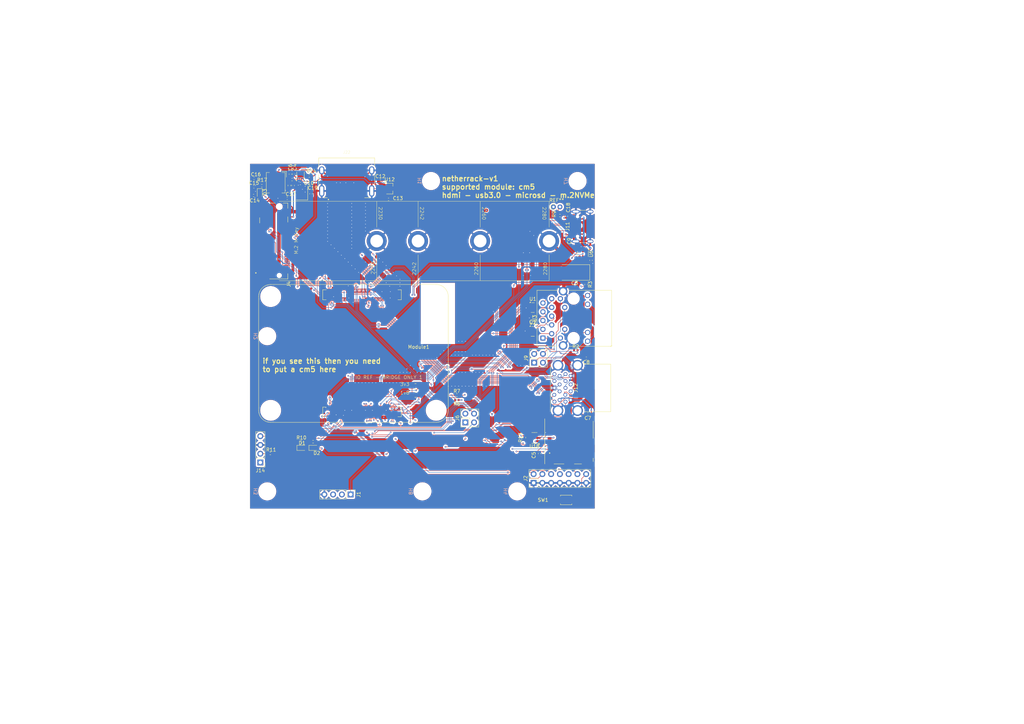
<source format=kicad_pcb>
(kicad_pcb (version 20241229) (generator "pcbnew") (generator_version "9.0")
  (layers (0 "F.Cu" signal) (4 "In1.Cu" signal) (6 "In2.Cu" signal) (2 "B.Cu" signal) (13 "F.Paste" user) (15 "B.Paste" user) (5 "F.SilkS" user "F.Silkscreen") (7 "B.SilkS" user "B.Silkscreen") (1 "F.Mask" user) (3 "B.Mask" user) (25 "Edge.Cuts" user))
  (net 0 "")
  (net 1 "GND")
  (net 2 "Net-(C1-Pad1)")
  (net 3 "/+5v")
  (net 4 "/Highspeed (USB, HDMI)/VBUS")
  (net 5 "/GPIO (Ethernet, SD_CARD for CM5L)/SD_PWR")
  (net 6 "/PCIe-M2/M2_3v3")
  (net 7 "/PCIe-M2/FB")
  (net 8 "/Highspeed (USB, HDMI)/HDMI_5v")
  (net 9 "/+3.3v")
  (net 10 "Net-(D1-K)")
  (net 11 "Net-(D2-K)")
  (net 12 "Net-(D3-K)")
  (net 13 "/GPIO (Ethernet, SD_CARD for CM5L)/GPIO3")
  (net 14 "/GPIO (Ethernet, SD_CARD for CM5L)/GPIO2")
  (net 15 "/GPIO (Ethernet, SD_CARD for CM5L)/PWR_BUT")
  (net 16 "/GPIO (Ethernet, SD_CARD for CM5L)/PMIC_ENABLE")
  (net 17 "/GPIO (Ethernet, SD_CARD for CM5L)/SYNC_OUT")
  (net 18 "/GPIO (Ethernet, SD_CARD for CM5L)/EEPROM_nWP")
  (net 20 "/GPIO (Ethernet, SD_CARD for CM5L)/USBOTG")
  (net 21 "/GPIO (Ethernet, SD_CARD for CM5L)/nRPIBOOT")
  (net 23 "Net-(J4-SUSCLK)")
  (net 26 "/Highspeed (USB, HDMI)/PCIE_RX_P")
  (net 31 "/Highspeed (USB, HDMI)/PCIE_RX_N")
  (net 37 "/Highspeed (USB, HDMI)/PCIE_nRST")
  (net 41 "/Highspeed (USB, HDMI)/PCIE_nWAKE")
  (net 42 "/Highspeed (USB, HDMI)/PCIE_nCLKREQ")
  (net 43 "/Highspeed (USB, HDMI)/PCIE_TX_P")
  (net 44 "/Highspeed (USB, HDMI)/PCIE_CLK_P")
  (net 49 "Net-(J4-DAS{slash}~{DSS}{slash}~{LED1})")
  (net 55 "/Highspeed (USB, HDMI)/PCIE_TX_N")
  (net 61 "/Highspeed (USB, HDMI)/PCIE_CLK_N")
  (net 66 "/Highspeed (USB, HDMI)/SCL1")
  (net 67 "/Highspeed (USB, HDMI)/SDA1")
  (net 68 "/GPIO (Ethernet, SD_CARD for CM5L)/ID_SC")
  (net 69 "/GPIO (Ethernet, SD_CARD for CM5L)/ID_SD")
  (net 70 "/GPIO (Ethernet, SD_CARD for CM5L)/SD_CLK")
  (net 71 "/GPIO (Ethernet, SD_CARD for CM5L)/SD_DAT0")
  (net 72 "/GPIO (Ethernet, SD_CARD for CM5L)/SD_CMD")
  (net 73 "/GPIO (Ethernet, SD_CARD for CM5L)/SD_DAT2")
  (net 76 "/GPIO (Ethernet, SD_CARD for CM5L)/SD_DAT1")
  (net 77 "/GPIO (Ethernet, SD_CARD for CM5L)/SD_DAT3")
  (net 78 "/GPIO (Ethernet, SD_CARD for CM5L)/TR1_TAP")
  (net 79 "/GPIO (Ethernet, SD_CARD for CM5L)/TR0_TAP")
  (net 80 "/GPIO (Ethernet, SD_CARD for CM5L)/TR3_TAP")
  (net 81 "/GPIO (Ethernet, SD_CARD for CM5L)/TR2_TAP")
  (net 83 "/USB2_P")
  (net 84 "/USB2_N")
  (net 85 "/CC2")
  (net 87 "/CC1")
  (net 88 "/Highspeed (USB, HDMI)/USB3-1-TX_P")
  (net 89 "/Highspeed (USB, HDMI)/USB3-1-RX_P")
  (net 90 "/Highspeed (USB, HDMI)/USB3-0-D_N")
  (net 91 "/Highspeed (USB, HDMI)/USB3-1-D_N")
  (net 92 "/Highspeed (USB, HDMI)/USB3-0-TX_N")
  (net 93 "/Highspeed (USB, HDMI)/USB3-0-RX_P")
  (net 94 "/Highspeed (USB, HDMI)/USB3-0-RX_N")
  (net 95 "/Highspeed (USB, HDMI)/USB3-1-RX_N")
  (net 96 "/Highspeed (USB, HDMI)/USB3-0-D_P")
  (net 97 "/Highspeed (USB, HDMI)/USB3-1-TX_N")
  (net 98 "/Highspeed (USB, HDMI)/USB3-0-TX_P")
  (net 99 "/Highspeed (USB, HDMI)/USB3-1-D_P")
  (net 100 "/GPIO (Ethernet, SD_CARD for CM5L)/PWM")
  (net 101 "/GPIO (Ethernet, SD_CARD for CM5L)/TACHO")
  (net 102 "/Highspeed (USB, HDMI)/HDMI0_CK_P")
  (net 103 "/Highspeed (USB, HDMI)/HDMI0_HOTPLUG")
  (net 104 "/Highspeed (USB, HDMI)/HDMI0_D0_N")
  (net 105 "/Highspeed (USB, HDMI)/HDMI0_D2_N")
  (net 106 "/Highspeed (USB, HDMI)/HDMI0_D1_P")
  (net 108 "/Highspeed (USB, HDMI)/HDMI0_SCL")
  (net 109 "/Highspeed (USB, HDMI)/HDMI0_D1_N")
  (net 110 "/Highspeed (USB, HDMI)/HDMI0_SDA")
  (net 111 "/Highspeed (USB, HDMI)/HDMI0_D0_P")
  (net 112 "/Highspeed (USB, HDMI)/HDMI0_CEC")
  (net 113 "/Highspeed (USB, HDMI)/HDMI0_CK_N")
  (net 114 "/Highspeed (USB, HDMI)/HDMI0_D2_P")
  (net 115 "Net-(U8-LX)")
  (net 116 "/GPIO (Ethernet, SD_CARD for CM5L)/TRD1_P")
  (net 117 "/GPIO (Ethernet, SD_CARD for CM5L)/TRD2_P")
  (net 118 "/GPIO (Ethernet, SD_CARD for CM5L)/TRD3_N")
  (net 119 "/GPIO (Ethernet, SD_CARD for CM5L)/GPIO_VREF")
  (net 120 "/Highspeed (USB, HDMI)/PCIE_PWR_EN")
  (net 121 "/Highspeed (USB, HDMI)/VBUS_EN")
  (net 122 "/GPIO (Ethernet, SD_CARD for CM5L)/nPWR_LED")
  (net 123 "/GPIO (Ethernet, SD_CARD for CM5L)/TRD0_P")
  (net 124 "/GPIO (Ethernet, SD_CARD for CM5L)/ETH_LEDG")
  (net 125 "/GPIO (Ethernet, SD_CARD for CM5L)/SD_PWR_ON")
  (net 126 "/GPIO (Ethernet, SD_CARD for CM5L)/+1.8v")
  (net 127 "/GPIO (Ethernet, SD_CARD for CM5L)/TRD2_N")
  (net 128 "/GPIO (Ethernet, SD_CARD for CM5L)/TRD3_P")
  (net 129 "Net-(Module1A-LED_nACT)")
  (net 130 "/GPIO (Ethernet, SD_CARD for CM5L)/TRD0_N")
  (net 131 "/GPIO (Ethernet, SD_CARD for CM5L)/ETH_LEDY")
  (net 132 "/GPIO (Ethernet, SD_CARD for CM5L)/TRD1_N")
  (net 133 "Net-(U3-LEDY_K)")
  (net 134 "Net-(U3-LEDG_K)")
  (net 135 "Net-(U6-ILIM)")
  (net 140 "/Highspeed (USB, HDMI)/HDMI1_D2_P")
  (net 141 "/Highspeed (USB, HDMI)/DPHY0_D0_N")
  (net 142 "/GPIO (Ethernet, SD_CARD for CM5L)/SDA0")
  (net 143 "/Highspeed (USB, HDMI)/DPHY1_D0_P")
  (net 144 "/Highspeed (USB, HDMI)/DPHY0_D2_P")
  (net 145 "/GPIO (Ethernet, SD_CARD for CM5L)/CAM_GPIO0")
  (net 146 "/GPIO (Ethernet, SD_CARD for CM5L)/GPIO11")
  (net 147 "/GPIO (Ethernet, SD_CARD for CM5L)/GPIO17")
  (net 148 "/GPIO (Ethernet, SD_CARD for CM5L)/GPIO20")
  (net 149 "/Highspeed (USB, HDMI)/DPHY0_C_N")
  (net 150 "/Highspeed (USB, HDMI)/HDMI1_D0_P")
  (net 153 "/Highspeed (USB, HDMI)/DPHY0_D1_N")
  (net 154 "/GPIO (Ethernet, SD_CARD for CM5L)/GPIO21")
  (net 155 "/Highspeed (USB, HDMI)/DPHY0_D0_P")
  (net 156 "/GPIO (Ethernet, SD_CARD for CM5L)/GPIO18")
  (net 157 "/Highspeed (USB, HDMI)/HDMI1_CK_N")
  (net 158 "/Highspeed (USB, HDMI)/HDMI1_D2_N")
  (net 159 "/GPIO (Ethernet, SD_CARD for CM5L)/GPIO22")
  (net 160 "/Highspeed (USB, HDMI)/HDMI1_CEC")
  (net 161 "/Highspeed (USB, HDMI)/DPHY0_D1_P")
  (net 162 "/GPIO (Ethernet, SD_CARD for CM5L)/GPIO26")
  (net 163 "/GPIO (Ethernet, SD_CARD for CM5L)/GPIO4")
  (net 164 "/GPIO (Ethernet, SD_CARD for CM5L)/GPIO9")
  (net 165 "/GPIO (Ethernet, SD_CARD for CM5L)/VBAT")
  (net 166 "/GPIO (Ethernet, SD_CARD for CM5L)/GPIO14")
  (net 167 "/Highspeed (USB, HDMI)/HDMI1_D1_N")
  (net 168 "/GPIO (Ethernet, SD_CARD for CM5L)/GPIO15")
  (net 169 "/Highspeed (USB, HDMI)/HDMI1_D0_N")
  (net 170 "/Highspeed (USB, HDMI)/DPHY1_D1_P")
  (net 171 "/Highspeed (USB, HDMI)/DPHY1_D3_N")
  (net 172 "/Highspeed (USB, HDMI)/HDMI1_CK_P")
  (net 173 "/Highspeed (USB, HDMI)/HDMI1_HOTPLUG")
  (net 174 "/GPIO (Ethernet, SD_CARD for CM5L)/GPIO23")
  (net 175 "/Highspeed (USB, HDMI)/DPHY1_D2_P")
  (net 176 "/GPIO (Ethernet, SD_CARD for CM5L)/GPIO7")
  (net 177 "/Highspeed (USB, HDMI)/DPHY1_C_P")
  (net 178 "/GPIO (Ethernet, SD_CARD for CM5L)/CAM_GPIO1")
  (net 179 "/GPIO (Ethernet, SD_CARD for CM5L)/GPIO10")
  (net 180 "/Highspeed (USB, HDMI)/DPHY1_D3_P")
  (net 184 "/Highspeed (USB, HDMI)/DPHY1_C_N")
  (net 185 "/GPIO (Ethernet, SD_CARD for CM5L)/GPIO19")
  (net 186 "/GPIO (Ethernet, SD_CARD for CM5L)/GPIO27")
  (net 187 "/Highspeed (USB, HDMI)/DPHY0_D2_N")
  (net 188 "/Highspeed (USB, HDMI)/DPHY0_C_P")
  (net 190 "/GPIO (Ethernet, SD_CARD for CM5L)/GPIO5")
  (net 191 "/GPIO (Ethernet, SD_CARD for CM5L)/GPIO8")
  (net 192 "/GPIO (Ethernet, SD_CARD for CM5L)/GPIO6")
  (net 193 "/GPIO (Ethernet, SD_CARD for CM5L)/GPIO24")
  (net 194 "/Highspeed (USB, HDMI)/DPHY0_D3_N")
  (net 195 "/Highspeed (USB, HDMI)/HDMI1_SDA")
  (net 197 "/GPIO (Ethernet, SD_CARD for CM5L)/GPIO13")
  (net 198 "/GPIO (Ethernet, SD_CARD for CM5L)/GPIO16")
  (net 199 "/Highspeed (USB, HDMI)/DPHY1_D2_N")
  (net 200 "/Highspeed (USB, HDMI)/HDMI1_D1_P")
  (net 201 "/Highspeed (USB, HDMI)/DPHY1_D0_N")
  (net 202 "/Highspeed (USB, HDMI)/DPHY0_D3_P")
  (net 203 "/Highspeed (USB, HDMI)/DPHY1_D1_N")
  (net 204 "/GPIO (Ethernet, SD_CARD for CM5L)/SCL0")
  (net 205 "/Highspeed (USB, HDMI)/HDMI1_SCL")
  (net 206 "/GPIO (Ethernet, SD_CARD for CM5L)/GPIO12")
  (net 207 "/GPIO (Ethernet, SD_CARD for CM5L)/GPIO25")
  (footprint "Capacitor_SMD:C_0402_1005Metric" (layer "F.Cu") (at 171.4 75.5 -90)
    (property "Reference" "C2" (hide yes))
    (property "Value" "10u")
  )
  (footprint "CM5IO:SDCARD_MOLEX_503398-1892" (layer "F.Cu") (at 165 128 90)
    (property "Reference" "J7")
    (property "Value" "Micro_SD_Card_Det")
  )
  (footprint "LED_SMD:LED_0603_1608Metric" (layer "F.Cu") (at 91.0875 129.9)
    (property "Reference" "D2")
    (property "Value" "LED Green" (hide yes))
  )
  (footprint "Resistor_SMD:R_0402_1005Metric" (layer "F.Cu") (at 85 53.8 90)
    (property "Reference" "R15" (hide yes))
    (property "Value" "10K 1%")
  )
  (footprint "LED_SMD:LED_0603_1608Metric" (layer "F.Cu") (at 75.324829 56.18862 -90)
    (property "Reference" "D3")
    (property "Value" "LED")
  )
  (footprint "Capacitor_SMD:C_0402_1005Metric" (layer "F.Cu") (at 170.040552 103.891585 180)
    (property "Reference" "C8")
    (property "Value" "10u")
  )
  (footprint "Resistor_SMD:R_0402_1005Metric" (layer "F.Cu") (at 78.4 131.5 180)
    (property "Reference" "R11")
    (property "Value" "10K 1%" (hide yes))
  )
  (footprint "Package_DFN_QFN:DFN-8-1EP_2x2mm_P0.5mm_EP1.05x1.75mm" (layer "F.Cu") (at 87.15 50.9 90)
    (property "Reference" "U8" (hide yes))
    (property "Value" "AP3441SHE-7B")
  )
  (footprint "LED_SMD:LED_0603_1608Metric" (layer "F.Cu") (at 87.6 129.9)
    (property "Reference" "D1")
    (property "Value" "LED Red")
  )
  (footprint "Capacitor_SMD:C_0402_1005Metric" (layer "F.Cu") (at 90.2 56.2 90)
    (property "Reference" "C19")
    (property "Value" "100n" (hide yes))
  )
  (footprint "Connector_PinHeader_2.54mm:PinHeader_2x07_P2.54mm_Vertical" (layer "F.Cu") (at 154.76 140.04 90)
    (property "Reference" "J2")
    (property "Value" "Conn_02x07_Odd_Even")
  )
  (footprint "CM5IO:MTCONN_UBAF30-D2011" (layer "F.Cu") (at 167.5 112.5 90)
    (property "Reference" "J12")
    (property "Value" "USB3_A")
  )
  (footprint "Package_TO_SOT_SMD:SOT-23-6" (layer "F.Cu") (at 169.05 73.6375 -90)
    (property "Reference" "U6")
    (property "Value" "AP22653W6")
  )
  (footprint "Connector_PinHeader_2.54mm:PinHeader_1x04_P2.54mm_Vertical" (layer "F.Cu") (at 75.5 134.12 180)
    (property "Reference" "J14")
    (property "Value" "JST_SHBM04B-SRSS-TB")
  )
  (footprint "Capacitor_SMD:C_0402_1005Metric" (layer "F.Cu") (at 164.1 68.42 -90)
    (property "Reference" "C9")
    (property "Value" "100n")
  )
  (footprint "CM5IO:M.2 M Key socket" (layer "F.Cu") (at 81 69.9 90)
    (property "Reference" "J4")
    (property "Value" "Bus_M.2_Socket_M")
  )
  (footprint "CM5IO:Raspberry-Pi-5-Compute-Module" (layer "F.Cu") (at 126.5 119 90)
    (property "Reference" "Module1")
    (property "Value" "ComputeModule5-CM5")
  )
  (footprint "Resistor_THT:R_Axial_DIN0204_L3.6mm_D1.6mm_P1.90mm_Vertical" (layer "F.Cu") (at 160.5 60)
    (property "Reference" "REF**")
    (property "Value" "R_Axial_DIN0204_L3.6mm_D1.6mm_P1.90mm_Vertical")
  )
  (footprint "CM5IO:EDAC 690-019-298-412" (layer "F.Cu") (at 100.55 55.3625 180)
    (property "Reference" "J22")
    (property "Value" "690-019-298-412" (hide yes))
  )
  (footprint "Resistor_SMD:R_0402_1005Metric" (layer "F.Cu") (at 132.5 114.6)
    (property "Reference" "R7")
    (property "Value" "2.2K 1%")
  )
  (footprint "Connector_PinHeader_2.54mm:PinHeader_2x02_P2.54mm_Vertical" (layer "F.Cu") (at 134.96 122.5 90)
    (property "Reference" "J6")
    (property "Value" "THD-02-R")
  )
  (footprint "CM5IO:L_Bourns_SRP5030CC" (layer "F.Cu") (at 79.9575 53 -90)
    (property "Reference" "L1" (hide yes))
    (property "Value" "2.2uH")
  )
  (footprint "Capacitor_SMD:C_0402_1005Metric" (layer "F.Cu") (at 84.2 50.5 90)
    (property "Reference" "C6")
    (property "Value" "10u")
  )
  (footprint "Capacitor_SMD:C_0402_1005Metric" (layer "F.Cu") (at 73.674829 51.68862)
    (property "Reference" "C16")
    (property "Value" "10u")
  )
  (footprint "Capacitor_SMD:C_0402_1005Metric" (layer "F.Cu") (at 112.68 57.8)
    (property "Reference" "C13")
    (property "Value" "100n")
  )
  (footprint "Connector_PinHeader_2.54mm:PinHeader_1x04_P2.54mm_Vertical" (layer "F.Cu") (at 101.69 143.4 -90)
    (property "Reference" "J1")
    (property "Value" "Conn_01x04")
  )
  (footprint "Resistor_SMD:R_0402_1005Metric" (layer "F.Cu") (at 132.5 116 180)
    (property "Reference" "R6")
    (property "Value" "2.2K 1%")
  )
  (footprint "Package_SON:USON-10_2.5x1.0mm_P0.5mm" (layer "F.Cu") (at 154.5 96.1)
    (property "Reference" "U2")
    (property "Value" "TPD4EUSB30")
  )
  (footprint "Resistor_SMD:R_0805_2012Metric_Pad1.20x1.40mm_HandSolder" (layer "F.Cu") (at 120.5 112 180)
    (property "Reference" "R5" (hide yes))
    (property "Value" "0R" (hide yes))
  )
  (footprint "Connector_USB:USB_C_Receptacle_GCT_USB4105-xx-A_16P_TopMnt_Horizontal" (layer "F.Cu") (at 170.105 65.68 90)
    (property "Reference" "J11")
    (property "Value" "USB_C_Receptacle_USB2.0")
  )
  (footprint "Capacitor_SMD:C_0402_1005Metric" (layer "F.Cu") (at 156.5 131.55 -90)
    (property "Reference" "C5")
    (property "Value" "10u")
  )
  (footprint "Resistor_SMD:R_0402_1005Metric" (layer "F.Cu") (at 170 82.5 -90)
    (property "Reference" "R3")
    (property "Value" "470R")
  )
  (footprint "Resistor_SMD:R_0402_1005Metric" (layer "F.Cu") (at 90.8 128.1)
    (property "Reference" "R1" (hide yes))
    (property "Value" "1k")
  )
  (footprint "Package_SON:USON-10_2.5x1.0mm_P0.5mm" (layer "F.Cu") (at 154.5 89.2)
    (property "Reference" "U1")
    (property "Value" "TPD4EUSB30")
  )
  (footprint "Capacitor_SMD:C_0402_1005Metric" (layer "F.Cu") (at 85.2 50.5 90)
    (property "Reference" "C4")
    (property "Value" "10u")
  )
  (footprint "Resistor_SMD:R_0402_1005Metric" (layer "F.Cu") (at 75.934829 53.87612)
    (property "Reference" "R17")
    (property "Value" "1k")
  )
  (footprint "Capacitor_SMD:C_0402_1005Metric" (layer "F.Cu") (at 73.624829 54.18862)
    (property "Reference" "C15")
    (property "Value" "10u")
  )
  (footprint "Capacitor_SMD:C_0402_1005Metric" (layer "F.Cu") (at 84.7 52.1)
    (property "Reference" "C11" (hide yes))
    (property "Value" "4.7nF")
  )
  (footprint "Capacitor_SMD:C_0402_1005Metric" (layer "F.Cu") (at 87.1 53.2 180)
    (property "Reference" "C10")
    (property "Value" "100n")
  )
  (footprint "Package_TO_SOT_SMD:SOT-23-5" (layer "F.Cu") (at 155 127 180)
    (property "Reference" "U18")
    (property "Value" "RT9742GGJ5")
  )
  (footprint "Capacitor_SMD:C_0402_1005Metric" (layer "F.Cu") (at 170.48 120.1 180)
    (property "Reference" "C7")
    (property "Value" "10u")
  )
  (footprint "Package_TO_SOT_SMD:TSOT-23_HandSoldering" (layer "F.Cu") (at 113 54.7)
    (property "Reference" "U12")
    (property "Value" "RT9742SNGV")
  )
  (footprint "Resistor_SMD:R_0402_1005Metric" (layer "F.Cu") (at 89.7 51 180)
    (property "Reference" "R14")
    (property "Value" "100K 1%" (hide yes))
  )
  (footprint "CM5IO:TRJG0926HENL" (layer "F.Cu") (at 166.35 92.325 90)
    (property "Reference" "U3")
    (property "Value" "MagJack-A70-112-331N126")
  )
  (footprint "Resistor_SMD:R_0402_1005Metric" (layer "F.Cu") (at 152.1 126.9 90)
    (property "Reference" "R13")
    (property "Value" "10K 1%" (hide yes))
  )
  (footprint "Capacitor_SMD:C_0402_1005Metric" (layer "F.Cu") (at 110.32 52.3)
    (property "Reference" "C12")
    (property "Value" "100n")
  )
  (footprint "Resistor_SMD:R_0805_2012Metric_Pad1.20x1.40mm_HandSolder" (layer "F.Cu") (at 120.5 114.5 180)
    (property "Reference" "R4" (hide yes))
    (property "Value" "nf" (hide yes))
  )
  (footprint "Resistor_SMD:R_0402_1005Metric" (layer "F.Cu") (at 83.9 53.8 -90)
    (property "Reference" "R16" (hide yes))
    (property "Value" "2.2K 1%")
  )
  (footprint "Button_Switch_SMD:SW_SPST_B3U-1000P" (layer "F.Cu") (at 164.2 145)
    (property "Reference" "SW1")
    (property "Value" "Right angle Tact button" (hide yes))
  )
  (footprint "Capacitor_SMD:C_0402_1005Metric" (layer "F.Cu") (at 154.48 92.2 180)
    (property "Reference" "C1")
    (property "Value" "100n")
  )
  (footprint "Resistor_SMD:R_0402_1005Metric" (layer "F.Cu") (at 167 101.6)
    (property "Reference" "R2")
    (property "Value" "470R")
  )
  (footprint "Capacitor_SMD:C_0402_1005Metric" (layer "F.Cu") (at 73.544829 56.68862)
    (property "Reference" "C14")
    (property "Value" "10u")
  )
  (footprint "Crystal:Crystal_SMD_3225-4Pin_3.2x2.5mm" (layer "F.Cu") (at 87.6 56 90)
    (property "Reference" "U7" (hide yes))
    (property "Value" "ASEK-32.768KHZ-L-R-T")
  )
  (footprint "Connector_PinHeader_2.54mm:PinHeader_2x02_P2.54mm_Vertical" (layer "F.Cu") (at 154.925 105.175 90)
    (property "Reference" "J9")
    (property "Value" "THD-02-R")
  )
  (footprint "Resistor_SMD:R_0402_1005Metric" (layer "F.Cu") (at 87.41 128.1)
    (property "Reference" "R10")
    (property "Value" "1k")
  )
  (footprint "Capacitor_Tantalum_SMD:CP_EIA-7343-31_Kemet-D" (layer "F.Cu") (at 166.645669 79.01345 180)
    (property "Reference" "C3")
    (property "Value" "100uF")
  )
  (footprint "Capacitor_SMD:C_0402_1005Metric" (layer "F.Cu") (at 83.3 57.5 180)
    (property "Reference" "C17")
    (property "Value" "10u")
  )
  (footprint "Resistor_SMD:R_0402_1005Metric" (layer "F.Cu") (at 162.4 62.5 180)
    (property "Reference" "R9")
    (property "Value" "2.2K 1%")
  )
  (footprint "Capacitor_SMD:C_0402_1005Metric" (layer "F.Cu") (at 164.3 62.7 90)
    (property "Reference" "C18")
    (property "Value" "100n")
  )
  (footprint "CM5IO:MountingHole_2.7mm_M2.5_DIN965" (layer "B.Cu") (at 77.5 97.5 -90)
    (property "Reference" "H2")
    (property "Value" "MountingHole")
  )
  (footprint "CM5IO:MountingHole_2.7mm_M2.5_DIN965" (layer "B.Cu") (at 77.5 142.5 -90)
    (property "Reference" "H3")
    (property "Value" "MountingHole")
  )
  (footprint "CM5IO:MountingHole_2.7mm_M2.5_DIN965" (layer "B.Cu") (at 150 142.5 -90)
    (property "Reference" "H4")
    (property "Value" "MountingHole" (hide yes))
  )
  (footprint "CM5IO:MountingHole_2.7mm_M2.5_DIN965" (layer "B.Cu") (at 122.5 142.5 -90)
    (property "Reference" "H8")
    (property "Value" "MountingHole")
  )
  (footprint "CM5IO:MountingHole_2.7mm_M2.5_DIN965" (layer "B.Cu") (at 125 52.5 -90)
    (property "Reference" "H1")
    (property "Value" "MountingHole")
  )
  (footprint "CM5IO:MountingHole_2.7mm_M2.5_DIN965" (layer "B.Cu") (at 167.5 52.5 -90)
    (property "Reference" "H7")
    (property "Value" "MountingHole")
  )
  (gr_rect (start 72.5 47.5) (end 172.5 147.5) (stroke (width 0.05)) (fill no) (layer "Edge.Cuts"))
  (gr_text "netherrack-v1\nsupported module: cm5\nhdmi - usb3.0 - microsd - m.2NVMe\n" (at 128 57.5 0) (layer "F.SilkS") (effects (font (size 1.5 1.5) (thickness 0.3) (bold yes)) (justify left bottom)))
  (gr_text "1v8" (at 116 114.5 0) (layer "F.SilkS") (effects (font (size 1 1) (thickness 0.1)) (justify left bottom)))
  (gr_text "3v3\n" (at 116 112 0) (layer "F.SilkS") (effects (font (size 1 1) (thickness 0.1)) (justify left bottom)))
  (gr_text "IO REF - BRIDGE ONLY 1\n" (at 103 110 0) (layer "F.SilkS") (effects (font (size 1 1) (thickness 0.1)) (justify left bottom)))
  (gr_text "if you see this then you need\nto put a cm5 here\n" (at 76 108 0) (layer "F.SilkS") (effects (font (size 1.5 1.5) (thickness 0.3) (bold yes)) (justify left bottom)))
  (via (at 101 109) (size 0.45) (drill 0.2) (layers "F.Cu" "B.Cu") (net 0))
  (segment (start 108.424 86.414) (end 109.576 86.414) (width 0.3) (layer "F.Cu") (net 1))
  (segment (start 73.824 79.426) (end 74.574 78.676) (width 0.5) (layer "F.Cu") (net 1))
  (segment (start 158.82 124.88) (end 159.375 124.88) (width 0.13) (layer "F.Cu") (net 1))
  (segment (start 74.174 72.65) (end 73.824 73) (width 0.3) (layer "F.Cu") (net 1))
  (segment (start 114.4 118.6) (end 114 119) (width 0.23) (layer "F.Cu") (net 1))
  (segment (start 110.8 83.96) (end 110.8 84.562) (width 0.3) (layer "F.Cu") (net 1))
  (segment (start 113.224 86.414) (end 114.376 86.414) (width 0.3) (layer "F.Cu") (net 1))
  (segment (start 101.1 53) (end 102.6 53) (width 0.3) (layer "F.Cu") (net 1))
  (segment (start 103.6 84.61) (end 103.6 83.96) (width 0.3) (layer "F.Cu") (net 1))
  (segment (start 107.286 86.414) (end 108.376 86.414) (width 0.3) (layer "F.Cu") (net 1))
  (segment (start 106 86.508521) (end 106.108521 86.4) (width 0.3) (layer "F.Cu") (net 1))
  (segment (start 112.024 84.586) (end 113.038 84.586) (width 0.3) (layer "F.Cu") (net 1))
  (segment (start 110.8 52.3) (end 113.6 52.3) (width 0.13) (layer "F.Cu") (net 1))
  (segment (start 88.5 54) (end 88.5 55.7) (width 0.3) (layer "F.Cu") (net 1))
  (segment (start 108.4 84.4) (end 108.4 83.96) (width 0.3) (layer "F.Cu") (net 1))
  (segment (start 73.824 71) (end 73.824 73) (width 2) (layer "F.Cu") (net 1))
  (segment (start 112 84.562) (end 112.024 84.586) (width 0.3) (layer "F.Cu") (net 1))
  (segment (start 99.6 120.46) (end 99.6 121.04) (width 0.23) (layer "F.Cu") (net 1))
  (segment (start 108 117.96) (end 108 119) (width 0.23) (layer "F.Cu") (net 1))
  (segment (start 161.9 60) (end 161.9 62.49) (width 0.13) (layer "F.Cu") (net 1))
  (segment (start 103.611 120.449) (end 103.6 120.46) (width 0.23) (layer "F.Cu") (net 1))
  (segment (start 113.2 86.438) (end 113.224 86.414) (width 0.3) (layer "F.Cu") (net 1))
  (segment (start 73.824 67) (end 73.824 68) (width 2) (layer "F.Cu") (net 1))
  (segment (start 99.2 117.38) (end 99.2 117.96) (width 0.23) (layer "F.Cu") (net 1))
  (segment (start 96.4 87.04) (end 96.4 86.39) (width 0.3) (layer "F.Cu") (net 1))
  (segment (start 114.4 117.96) (end 114.4 118.6) (width 0.23) (layer "F.Cu") (net 1))
  (segment (start 154.115 89.2) (end 154.885 89.2) (width 0.13) (layer "F.Cu") (net 1))
  (segment (start 73.824 76) (end 73.824 77) (width 2) (layer "F.Cu") (net 1))
  (segment (start 98.05 56.0925) (end 98.05 53.05) (width 0.3) (layer "F.Cu") (net 1))
  (segment (start 114.71 54.7) (end 108.4625 54.7) (width 0.13) (layer "F.Cu") (net 1))
  (segment (start 108 120.46) (end 108 121.04) (width 0.23) (layer "F.Cu") (net 1))
  (segment (start 101.2 84.4) (end 101.2 83.96) (width 0.3) (layer "F.Cu") (net 1))
  (segment (start 86.38 50.02) (end 86.4 50) (width 0.23) (layer "F.Cu") (net 1))
  (segment (start 108.376 86.414) (end 108.381 86.419) (width 0.3) (layer "F.Cu") (net 1))
  (segment (start 102.341 84.669) (end 101.469 84.669) (width 0.3) (layer "F.Cu") (net 1))
  (segment (start 86.5 52.9) (end 86.7 52.7) (width 0.23) (layer "F.Cu") (net 1))
  (segment (start 112 119) (end 114 119) (width 0.23) (layer "F.Cu") (net 1))
  (segment (start 74.1 79.15) (end 73.824 79.426) (width 0.5) (layer "F.Cu") (net 1))
  (segment (start 171.48 75.98) (end 171.9 76.4) (width 1) (layer "F.Cu") (net 1))
  (segment (start 104.05 56.0925) (end 104.05 53.05) (width 0.3) (layer "F.Cu") (net 1))
  (segment (start 96.4 117.96) (end 96.4 118.4) (width 0.23) (layer "F.Cu") (net 1))
  (segment (start 80.6 57.5) (end 78.55 57.5) (width 0.3) (layer "F.Cu") (net 1))
  (segment (start 99.611 120.449) (end 99.6 120.46) (width 0.23) (layer "F.Cu") (net 1))
  (segment (start 104.4 84.669) (end 105.5 84.669) (width 0.3) (layer "F.Cu") (net 1))
  (segment (start 78.55 57.5) (end 76.5 59.55) (width 0.3) (layer "F.Cu") (net 1))
  (segment (start 105.6 120.508) (end 105.6 121.04) (width 0.23) (layer "F.Cu") (net 1))
  (segment (start 75.725 69.65) (end 74.174 69.65) (width 0.3) (layer "F.Cu") (net 1))
  (segment (start 109.6 87.04) (end 109.6 86.438) (width 0.3) (layer "F.Cu") (net 1))
  (segment (start 101.2 87.04) (end 101.2 87.642) (width 0.3) (layer "F.Cu") (net 1))
  (segment (start 98.824 86.414) (end 99.838 86.414) (width 0.3) (layer "F.Cu") (net 1))
  (segment (start 112.024 86.414) (end 113.176 86.414) (width 0.3) (layer "F.Cu") (net 1))
  (segment (start 161.9 62.49) (end 161.89 62.5) (width 0.13) (layer "F.Cu") (net 1))
  (segment (start 105.976 87.666) (end 106 87.642) (width 0.3) (layer "F.Cu") (net 1))
  (segment (start 105 120.449) (end 103.611 120.449) (width 0.23) (layer "F.Cu") (net 1))
  (segment (start 102.424 87.666) (end 105.976 87.666) (width 0.3) (layer "F.Cu") (net 1))
  (segment (start 108.424 84.586) (end 109.414 84.586) (width 0.3) (layer "F.Cu") (net 1))
  (segment (start 87.38 50.9) (end 87.15 50.9) (width 0.13) (layer "F.Cu") (net 1))
  (segment (start 108.381 86.419) (end 108.424 86.462) (width 0.3) (layer "F.Cu") (net 1))
  (segment (start 101.6 120.508) (end 101.6 121.04) (width 0.23) (layer "F.Cu") (net 1))
  (segment (start 157.45 126.25) (end 158.25 125.45) (width 0.13) (layer "F.Cu") (net 1))
  (segment (start 90.2 55.72) (end 89.27 55.72) (width 0.3) (layer "F.Cu") (net 1))
  (segment (start 101.224 87.666) (end 102.376 87.666) (width 0.3) (layer "F.Cu") (net 1))
  (segment (start 98.8 87.04) (end 98.8 86.7) (width 0.3) (layer "F.Cu") (net 1))
  (segment (start 106 87.2) (end 106 87.04) (width 0.3) (layer "F.Cu") (net 1))
  (segment (start 107.1 86.4) (end 107.2 86.5) (width 0.3) (layer "F.Cu") (net 1))
  (segment (start 107.2 86.5) (end 107.2 87.04) (width 0.3) (layer "F.Cu") (net 1))
  (segment (start 75.725 77.15) (end 73.974 77.15) (width 0.3) (layer "F.Cu") (net 1))
  (segment (start 105.5 84.669) (end 105.931 84.669) (width 0.3) (layer "F.Cu") (net 1))
  (segment (start 109.6 84.562) (end 109.576 84.586) (width 0.3) (layer "F.Cu") (net 1))
  (segment (start 93.3 49.4025) (end 93.3 52.3) (width 0.3) (layer "F.Cu") (net 1))
  (segment (start 109.576 86.414) (end 109.6 86.438) (width 0.3) (layer "F.Cu") (net 1))
  (segment (start 109.624 86.414) (end 110.776 86.414) (width 0.3) (layer "F.Cu") (net 1))
  (segment (start 166.405 68.9) (end 166.425 68.88) (width 0.13) (layer "F.Cu") (net 1))
  (segment (start 103.541 84.669) (end 103.6 84.61) (width 0.3) (layer "F.Cu") (net 1))
  (segment (start 169.05 72.05) (end 168.55 71.55) (width 0.13) (layer "F.Cu") (net 1))
  (segment (start 170 120.1) (end 168.53 120.1) (width 0.13) (layer "F.Cu") (net 1))
  (segment (start 108.4 83.96) (end 108.4 84.562) (width 0.3) (layer "F.Cu") (net 1))
  (segment (start 156.1375 127) (end 156.7 127) (width 0.13) (layer "F.Cu") (net 1))
  (segment (start 97.624 87.666) (end 98.776 87.666) (width 0.3) (layer "F.Cu") (net 1))
  (segment (start 86.5 53.7) (end 86.5 52.9) (width 0.23) (layer "F.Cu") (net 1))
  (segment (start 100.3 53) (end 101.1 53) (width 0.3) (layer "F.Cu") (net 1))
  (segment (start 169.05 72.5) (end 169.05 72.05) (width 0.13) (layer "F.Cu") (net 1))
  (segment (start 84.2 50.02) (end 86.38 50.02) (width 0.23) (layer "F.Cu") (net 1))
  (segment (start 97.624 83.458) (end 97.624 84.586) (width 0.3) (layer "F.Cu") (net 1))
  (segment (start 110.8 86.438) (end 110.824 86.414) (width 0.3) (layer "F.Cu") (net 1))
  (segment (start 89.09 50.9) (end 89.19 51) (width 0.13) (layer "F.Cu") (net 1))
  (segment (start 99.5 53) (end 100.3 53) (width 0.3) (layer "F.Cu") (net 1))
  (segment (start 104.4 84.669) (end 104.741 84.669) (width 0.3) (layer "F.Cu") (net 1))
  (segment (start 96.55 53.35) (end 96.9 53) (width 0.3) (layer "F.Cu") (net 1))
  (segment (start 113.16 56.25) (end 114.71 54.7) (width 0.13) (layer "F.Cu") (net 1))
  (segment (start 105.85 51.25) (end 104.05 53.05) (width 0.3) (layer "F.Cu") (net 1))
  (segment (start 97.6 87.642) (end 97.624 87.666) (width 0.3) (layer "F.Cu") (net 1))
  (segment (start 102.4 87.04) (end 102.4 87.642) (width 0.3) (layer "F.Cu") (net 1))
  (segment (start 168.55 71.55) (end 167 70) (width 0.13) (layer "F.Cu") (net 1))
  (segment (start 75.725 78.65) (end 75.725 79.475) (width 0.3) (layer "F.Cu") (net 1))
  (segment (start 73.824 79.426) (end 74.648 80.25) (width 2) (layer "F.Cu") (net 1))
  (segment (start 106.859 120.449) (end 106.8 120.508) (width 0.23) (layer "F.Cu") (net 1))
  (segment (start 114.71 53.41) (end 114.71 54.7) (width 0.13) (layer "F.Cu") (net 1))
  (segment (start 96.4 118.4) (end 96.249 118.551) (width 0.23) (layer "F.Cu") (net 1))
  (segment (start 101.2 87.642) (end 101.224 87.666) (width 0.3) (layer "F.Cu") (net 1))
  (segment (start 101.659 120.449) (end 101.6 120.508) (width 0.23) (layer "F.Cu") (net 1))
  (segment (start 107.8 49.4025) (end 107.6975 49.4025) (width 0.3) (layer "F.Cu") (net 1))
  (segment (start 93.3 49.4025) (end 94.99875 51.10125) (width 0.3) (layer "F.Cu") (net 1))
  (segment (start 101.469 84.669) (end 101.2 84.4) (width 0.3) (layer "F.Cu") (net 1))
  (segment (start 114.214 84.586) (end 114.4 84.4) (width 0.3) (layer "F.Cu") (net 1))
  (segment (start 75.725 72.65) (end 74.174 72.65) (width 0.3) (layer "F.Cu") (net 1))
  (segment (start 101.659 120.449) (end 99.611 120.449) (width 0.23) (layer "F.Cu") (net 1))
  (segment (start 99.2 118.492) (end 99.708 119) (width 0.23) (layer "F.Cu") (net 1))
  (segment (start 113.2 83.96) (end 113.2 84.562) (width 0.3) (layer "F.Cu") (net 1))
  (segment (start 113.224 84.586) (end 114.214 84.586) (width 0.3) (layer "F.Cu") (net 1))
  (segment (start 76.5 59.55) (end 76.5 59.875) (width 2) (layer "F.Cu") (net 1))
  (segment (start 100 86.576) (end 100 87.04) (width 0.3) (layer "F.Cu") (net 1))
  (segment (start 109.6 84.2) (end 109.6 84.562) (width 0.3) (layer "F.Cu") (net 1))
  (segment (start 101.05 56.0925) (end 101.05 53.05) (width 0.3) (layer "F.Cu") (net 1))
  (segment (start 99.55 53.05) (end 99.5 53) (width 0.3) (layer "F.Cu") (net 1))
  (segment (start 110.781 86.419) (end 110.8 86.438) (width 0.3) (layer "F.Cu") (net 1))
  (segment (start 113.219 84.581) (end 113.224 84.586) (width 0.3) (layer "F.Cu") (net 1))
  (segment (start 103.541 84.669) (end 104.4 84.669) (width 0.3) (layer "F.Cu") (net 1))
  (segment (start 110.776 84.586) (end 110.781 84.581) (width 0.3) (layer "F.Cu") (net 1))
  (segment (start 108.4 87.04) (end 108.4 86.438) (width 0.3) (layer "F.Cu") (net 1))
  (segment (start 101.2 117.96) (end 101.2 118.54) (width 0.23) (layer "F.Cu") (net 1))
  (segment (start 74.174 66.65) (end 73.824 67) (width 0.3) (layer "F.Cu") (net 1))
  (segment (start 98.8 84.4) (end 98.5 84.7) (width 0.3) (layer "F.Cu") (net 1))
  (segment (start 102.4 83.96) (end 102.4 84.61) (width 0.3) (layer "F.Cu") (net 1))
  (segment (start 94.99875 51.10125) (end 96.8975 53) (width 0.3) (layer "F.Cu") (net 1))
  (segment (start 97.6 53) (end 98 53) (width 0.3) (layer "F.Cu") (net 1))
  (segment (start 105 120.449) (end 101.659 120.449) (width 0.23) (layer "F.Cu") (net 1))
  (segment (start 112 84.1) (end 112 84.562) (width 0.3) (layer "F.Cu") (net 1))
  (segment (start 105.5 84.669) (end 106.972479 84.669) (width 0.3) (layer "F.Cu") (net 1))
  (segment (start 89.27 55.72) (end 88.45 54.9) (width 0.3) (layer "F.Cu") (net 1))
  (segment (start 96.745 86.045) (end 97.738 85.052) (width 0.3) (layer "F.Cu") (net 1))
  (segment (start 107.2 86.5) (end 107.286 86.414) (width 0.3) (layer "F.Cu") (net 1))
  (segment (start 73.974 71.15) (end 73.824 71) (width 0.3) (layer "F.Cu") (net 1))
  (segment (start 164.95 109.55) (end 162.85 109.55) (width 0.13) (layer "F.Cu") (net 1))
  (segment (start 104.741 84.669) (end 104.8 84.61) (width 0.3) (layer "F.Cu") (net 1))
  (segment (start 99.189 117.369) (end 99.2 117.38) (width 0.23) (layer "F.Cu") (net 1))
  (segment (start 74.6 61.65) (end 73.824 60.874) (width 0.3) (layer "F.Cu") (net 1))
  (segment (start 97.624 84.586) (end 97.738 84.7) (width 0.3) (layer "F.Cu") (net 1))
  (segment (start 96.9 53) (end 97.6 53) (width 0.3) (layer "F.Cu") (net 1))
  (segment (start 110.824 86.414) (end 111.976 86.414) (width 0.3) (layer "F.Cu") (net 1))
  (segment (start 86.4 50.38) (end 86.4 50) (width 0.13) (layer "F.Cu") (net 1))
  (segment (start 106.8 119) (end 109.6 119) (width 0.23) (layer "F.Cu") (net 1))
  (segment (start 87.9 51.8) (end 87.9 51.42) (width 0.13) (layer "F.Cu") (net 1))
  (segment (start 82.82 57.5) (end 80.6 57.5) (width 0.3) (layer "F.Cu") (net 1))
  (segment (start 100 83.96) (end 100 83.358) (width 0.3) (layer "F.Cu") (net 1))
  (segment (start 101.181 86.419) (end 101.2 86.438) (width 0.3) (layer "F.Cu") (net 1))
  (segment (start 109.624 84.586) (end 110.776 84.586) (width 0.3) (layer "F.Cu") (net 1))
  (segment (start 111.976 84.586) (end 112 84.562) (width 0.3) (layer "F.Cu") (net 1))
  (segment (start 110.824 84.586) (end 111.976 84.586) (width 0.3) (layer "F.Cu") (net 1))
  (segment (start 75.725 79.15) (end 74.1 79.15) (width 0.5) (layer "F.Cu") (net 1))
  (segment (start 113.2 84.424) (end 113.2 83.96) (width 0.3) (layer "F.Cu") (net 1))
  (segment (start 101.2 86.438) (end 101.2 87.04) (width 0.3) (layer "F.Cu") (net 1))
  (segment (start 87.15 50.9) (end 89.09 50.9) (width 0.13) (layer "F.Cu") (net 1))
  (segment (start 86.92 50.9) (end 86.4 50.38) (width 0.13) (layer "F.Cu") (net 1))
  (segment (start 97.576 83.334) (end 97.6 83.358) (width 0.3) (layer "F.Cu") (net 1))
  (segment (start 73.824 77) (end 73.824 79.426) (width 2) (layer "F.Cu") (net 1))
  (segment (start 100 119) (end 103.2 119) (width 0.23) (layer "F.Cu") (net 1))
  (segment (start 114.376 86.414) (end 114.4 86.438) (width 0.3) (layer "F.Cu") (net 1))
  (segment (start 75.725 65.15) (end 73.974 65.15) (width 0.3) (layer "F.Cu") (net 1))
  (segment (start 100 83.358) (end 100.024 83.334) (width 0.3) (layer "F.Cu") (net 1))
  (segment (start 108.011 120.449) (end 107 120.449) (width 0.23) (layer "F.Cu") (net 1))
  (segment (start 75.725 75.65) (end 74.174 75.65) (width 0.3) (layer "F.Cu") (net 1))
  (segment (start 100.024 83.334) (end 101.176 83.334) (width 0.3) (layer "F.Cu") (net 1))
  (segment (start 107.8 52.3) (end 107.8 49.4025) (width 0.3) (layer "F.Cu") (net 1))
  (segment (start 114.4 86.438) (end 114.4 87.04) (width 0.3) (layer "F.Cu") (net 1))
  (segment (start 169.05 72.13) (end 171.18 70) (width 0.13) (layer "F.Cu") (net 1))
  (segment (start 163.533169 74.183169) (end 159.25 69.9) (width 1) (layer "F.Cu") (net 1))
  (segment (start 113.2 83.96) (end 113.2 83.2) (width 0.3) (layer "F.Cu") (net 1))
  (segment (start 156.7 127) (end 157.45 126.25) (width 0.13) (layer "F.Cu") (net 1))
  (segment (start 162.85 109.55) (end 162.3 109) (width 0.13) (layer "F.Cu") (net 1))
  (segment (start 113.176 86.414) (end 113.181 86.419) (width 0.3) (layer "F.Cu") (net 1))
  (segment (start 97.6 120.46) (end 97.589 120.449) (width 0.23) (layer "F.Cu") (net 1))
  (segment (start 109.414 84.586) (end 109.6 84.4) (width 0.3) (layer "F.Cu") (net 1))
  (segment (start 101.176 83.076) (end 101 82.9) (width 0.3) (layer "F.Cu") (net 1))
  (segment (start 97.5 83.334) (end 97.576 83.334) (width 0.3) (layer "F.Cu") (net 1))
  (segment (start 99.708 119) (end 100 119) (width 0.23) (layer "F.Cu") (net 1))
  (segment (start 95.2 117.96) (end 94.74 117.96) (width 0.23) (layer "F.Cu") (net 1))
  (segment (start 111.976 86.414) (end 112 86.438) (width 0.3) (layer "F.Cu") (net 1))
  (segment (start 96.4 121.04) (end 96.4 120.5) (width 0.23) (layer "F.Cu") (net 1))
  (segment (start 73.974 65.15) (end 73.824 65) (width 0.3) (layer "F.Cu") (net 1))
  (segment (start 97.6 83.358) (end 97.6 83.96) (width 0.3) (layer "F.Cu") (net 1))
  (segment (start 105.2 117.96) (end 105.2 119) (width 0.23) (layer "F.Cu") (net 1))
  (segment (start 163.533169 79.01345) (end 163.533169 84.216831) (width 1) (layer "F.Cu") (net 1))
  (segment (start 101.2 83.358) (end 101.2 83.96) (width 0.3) (layer "F.Cu") (net 1))
  (segment (start 110.8 84.562) (end 110.824 84.586) (width 0.3) (layer "F.Cu") (net 1))
  (segment (start 107.6975 49.4025) (end 105.85 51.25) (width 0.3) (layer "F.Cu") (net 1))
  (segment (start 113.2 86.9) (end 113.2 87.04) (width 0.3) (layer "F.Cu") (net 1))
  (segment (start 109.2 121.04) (end 109.2 120.46) (width 0.23) (layer "F.Cu") (net 1))
  (segment (start 97.6 117.96) (end 97.6 117.428) (width 0.23) (layer "F.Cu") (net 1))
  (segment (start 106.972479 84.669) (end 107.2 84.441479) (width 0.3) (layer "F.Cu") (net 1))
  (segment (start 101.05 53.05) (end 101.1 53) (width 0.3) (layer "F.Cu") (net 1))
  (segment (start 113.038 84.586) (end 113.2 84.424) (width 0.3) (layer "F.Cu") (net 1))
  (segment (start 97.5 120.3) (end 97.6 120.4) (width 0.23) (layer "F.Cu") (net 1))
  (segment (start 114.4 84.4) (end 114.4 83.96) (width 0.3) (layer "F.Cu") (net 1))
  (segment (start 106 87.2) (end 106 86.508521) (width 0.3) (layer "F.Cu") (net 1))
  (segment (start 75.725 66.65) (end 74.174 66.65) (width 0.3) (layer "F.Cu") (net 1))
  (segment (start 106.8 117.96) (end 106.8 119) (width 0.23) (layer "F.Cu") (net 1))
  (segment (start 101.2 118.54) (end 101.66 119) (width 0.23) (layer "F.Cu") (net 1))
  (segment (start 101.176 86.414) (end 101.181 86.419) (width 0.3) (layer "F.Cu") (net 1))
  (segment (start 113.2 84.562) (end 113.219 84.581) (width 0.3) (layer "F.Cu") (net 1))
  (segment (start 97.6 121.04) (end 97.6 120.46) (width 0.23) (layer "F.Cu") (net 1))
  (segment (start 98.05 53.05) (end 98 53) (width 0.3) (layer "F.Cu") (net 1))
  (segment (start 97.6 117.428) (end 97.659 117.369) (width 0.23) (layer "F.Cu") (net 1))
  (segment (start 74.174 75.65) (end 73.824 76) (width 0.3) (layer "F.Cu") (net 1))
  (segment (start 76.5 59.55) (end 75.148 59.55) (width 2) (layer "F.Cu") (net 1))
  (segment (start 74.104829 54.18862) (end 74.104829 55.48862) (width 0.23) (layer "F.Cu") (net 1))
  (segment (start 96.249 118.551) (end 95.211 118.551) (width 0.23) (layer "F.Cu") (net 1))
  (segment (start 109.2 120.46) (end 109.189 120.449) (width 0.23) (layer "F.Cu") (net 1))
  (segment (start 109.6 86.438) (end 109.624 86.414) (width 0.3) (layer "F.Cu") (net 1))
  (segment (start 96.55 52.6525) (end 93.3 49.4025) (width 0.3) (layer "F.Cu") (net 1))
  (segment (start 104.8 84.61) (end 104.8 83.96) (width 0.3) (layer "F.Cu") (net 1))
  (segment (start 109.189 120.449) (end 108.011 120.449) (width 0.23) (layer "F.Cu") (net 1))
  (segment (start 87.15 50.9) (end 86.92 50.9) (width 0.13) (layer "F.Cu") (net 1))
  (segment (start 73.824 68) (end 73.824 70) (width 2) (layer "F.Cu") (net 1))
  (segment (start 158.25 125.45) (end 158.82 124.88) (width 0.13) (layer "F.Cu") (net 1))
  (segment (start 113.2 86.9) (end 113.2 86.438) (width 0.3) (layer "F.Cu") (net 1))
  (segment (start 99.55 56.0925) (end 99.55 53.05) (width 0.3) (layer "F.Cu") (net 1))
  (segment (start 109.6 84.4) (end 109.6 83.96) (width 0.3) (layer "F.Cu") (net 1))
  (segment (start 75.725 60.65) (end 74.048 60.65) (width 2) (layer "F.Cu") (net 1))
  (segment (start 75.725 79.475) (end 76.5 80.25) (width 0.3) (layer "F.Cu") (net 1))
  (segment (start 73.824 60.874) (end 73.824 65) (width 2) (layer "F.Cu") (net 1))
  (segment (start 96.424 83.334) (end 97.5 83.334) (width 0.3) (layer "F.Cu") (net 1))
  (segment (start 169.05 72.5) (end 169.05 72.13) (width 0.13) (layer "F.Cu") (net 1))
  (segment (start 73.824 74) (end 73.824 76) (width 2) (layer "F.Cu") (net 1))
  (segment (start 73.974 68.15) (end 73.824 68) (width 0.3) (layer "F.Cu") (net 1))
  (segment (start 109.6 119) (end 112 119) (width 0.23) (layer "F.Cu") (net 1))
  (segment (start 152.7 89.2) (end 152.6 89.3) (width 0.13) (layer "F.Cu") (net 1))
  (segment (start 73.974 77.15) (end 73.824 77) (width 0.3) (layer "F.Cu") (net 1))
  (segment (start 96.4 86.39) (end 96.745 86.045) (width 0.3) (layer "F.Cu") (net 1))
  (segment (start 97.738 84.7) (end 98.5 84.7) (width 0.3) (layer "F.Cu") (net 1))
  (segment (start 101.66 119) (end 102 119) (width 0.23) (layer "F.Cu") (net 1))
  (segment (start 74.174 69.65) (end 73.824 70) (width 0.3) (layer "F.Cu") (net 1))
  (segment (start 106 87.642) (end 106 87.2) (width 0.3) (layer "F.Cu") (net 1))
  (segment (start 97.659 117.369) (end 99.189 117.369) (width 0.23) (layer "F.Cu") (net 1))
  (segment (start 113.2 83.2) (end 113 83) (width 0.3) (layer "F.Cu") (net 1))
  (segment (start 98.8 83.96) (end 98.8 84.4) (width 0.3) (layer "F.Cu") (net 1))
  (segment (start 101.176 83.334) (end 101.2 83.358) (width 0.3) (layer "F.Cu") (net 1))
  (segment (start 110.8 87.04) (end 110.8 86.438) (width 0.3) (layer "F.Cu") (net 1))
  (segment (start 108.419 84.581) (end 108.424 84.586) (width 0.3) (layer "F.Cu") (net 1))
  (segment (start 154.885 96.1) (end 154.115 96.1) (width 0.13) (layer "F.Cu") (net 1))
  (segment (start 76.5 59.875) (end 75.725 60.65) (width 2) (layer "F.Cu") (net 1))
  (segment (start 108.011 120.449) (end 108 120.46) (width 0.23) (layer "F.Cu") (net 1))
  (segment (start 106.8 120.508) (end 106.8 121.04) (width 0.23) (layer "F.Cu") (net 1))
  (segment (start 106.108521 86.4) (end 107.1 86.4) (width 0.3) (layer "F.Cu") (net 1))
  (segment (start 110.776 86.414) (end 110.781 86.419) (width 0.3) (layer "F.Cu") (net 1))
  (segment (start 73.824 65) (end 73.824 67) (width 2) (layer "F.Cu") (net 1))
  (segment (start 95.211 118.551) (end 95.2 118.54) (width 0.23) (layer "F.Cu") (net 1))
  (segment (start 97.738 85.052) (end 97.738 84.7) (width 0.3) (layer "F.Cu") (net 1))
  (segment (start 109.6 83.96) (end 109.6 84.2) (width 0.3) (layer "F.Cu") (net 1))
  (segment (start 99.838 86.414) (end 100 86.576) (width 0.3) (layer "F.Cu") (net 1))
  (segment (start 102.376 87.666) (end 102.4 87.642) (width 0.3) (layer "F.Cu") (net 1))
  (segment (start 75.725 68.15) (end 73.974 68.15) (width 0.3) (layer "F.Cu") (net 1))
  (segment (start 75.148 59.55) (end 73.824 60.874) (width 2) (layer "F.Cu") (net 1))
  (segment (start 74.048 60.65) (end 73.824 60.874) (width 2) (layer "F.Cu") (net 1))
  (segment (start 105.931 84.669) (end 106 84.6) (width 0.3) (layer "F.Cu") (net 1))
  (segment (start 96.4 83.96) (end 96.4 83.358) (width 0.3) (layer "F.Cu") (net 1))
  (segment (start 105.659 120.449) (end 105.6 120.508) (width 0.23) (layer "F.Cu") (net 1))
  (segment (start 106 84.6) (end 106 83.96) (width 0.3) (layer "F.Cu") (net 1))
  (segment (start 98.8 86.438) (end 98.824 86.414) (width 0.3) (layer "F.Cu") (net 1))
  (segment (start 96.4 83.358) (end 96.424 83.334) (width 0.3) (layer "F.Cu") (net 1))
  (segment (start 73.974 74.15) (end 73.824 74) (width 0.3) (layer "F.Cu") (net 1))
  (segment (start 75.725 71.15) (end 73.974 71.15) (width 0.3) (layer "F.Cu") (net 1))
  (segment (start 108.4625 54.7) (end 107.8 55.3625) (width 0.13) (layer "F.Cu") (net 1))
  (segment (start 97.6 120.4) (end 97.6 121.04) (width 0.23) (layer "F.Cu") (net 1))
  (segment (start 87.7 54.9) (end 89.2 54.9) (width 0.3) (layer "F.Cu") (net 1))
  (segment (start 112 84.1) (end 112 83.96) (width 0.3) (layer "F.Cu") (net 1))
  (segment (start 83.69 54.31) (end 82.8 55.2) (width 0.3) (layer "F.Cu") (net 1))
  (segment (start 83.9 54.31) (end 83.69 54.31) (width 0.3) (layer "F.Cu") (net 1))
  (segment (start 166.425 62.48) (end 164.56 62.48) (width 0.13) (layer "F.Cu") (net 1))
  (segment (start 98.8 86.7) (end 98.8 86.438) (width 0.3) (layer "F.Cu") (net 1))
  (segment (start 75.725 61.65) (end 74.6 61.65) (width 0.3) (layer "F.Cu") (net 1))
  (segment (start 113.181 86.419) (end 113.2 86.438) (width 0.3) (layer "F.Cu") (net 1))
  (segment (start 154.115 96.1) (end 152.4 96.1) (width 0.13) (layer "F.Cu") (net 1))
  (segment (start 103.2 117.96) (end 103.2 119) (width 0.23) (layer "F.Cu") (net 1))
  (segment (start 107 120.449) (end 106 120.449) (width 0.23) (layer "F.Cu") (net 1))
  (segment (start 152.4 96.1) (end 152.3 96) (width 0.13) (layer "F.Cu") (net 1))
  (segment (start 103.6 120.46) (end 103.6 121.04) (width 0.23) (layer "F.Cu") (net 1))
  (segment (start 107.8 55.3625) (end 107.8 52.3) (width 0.3) (layer "F.Cu") (net 1))
  (segment (start 97.6 87.04) (end 97.6 87.642) (width 0.3) (layer "F.Cu") (net 1))
  (segment (start 96.8975 53) (end 96.9 53) (width 0.3) (layer "F.Cu") (net 1))
  (segment (start 74.648 80.25) (end 76.5 80.25) (width 2) (layer "F.Cu") (net 1))
  (segment (start 106 120.449) (end 105 120.449) (width 0.23) (layer "F.Cu") (net 1))
  (segment (start 107.2 84.441479) (end 107.2 83.96) (width 0.3) (layer "F.Cu") (net 1))
  (segment (start 171.4 75.98) (end 171.48 75.98) (width 1) (layer "F.Cu") (net 1))
  (segment (start 112 87.04) (end 112 86.438) (width 0.3) (layer "F.Cu") (net 1))
  (segment (start 98.776 87.666) (end 98.8 87.642) (width 0.3) (layer "F.Cu") (net 1))
  (segment (start 112 86.438) (end 112.024 86.414) (width 0.3) (layer "F.Cu") (net 1))
  (segment (start 113.16 58) (end 113.16 56.25) (width 0.13) (layer "F.Cu") (net 1))
  (segment (start 110.781 84.581) (end 110.8 84.562) (width 0.3) (layer "F.Cu") (net 1))
  (segment (start 164.56 62.48) (end 164.3 62.22) (width 0.13) (layer "F.Cu") (net 1))
  (segment (start 109.6 117.96) (end 109.6 119) (width 0.23) (layer "F.Cu") (net 1))
  (segment (start 106 120.449) (end 105.659 120.449) (width 0.23) (layer "F.Cu") (net 1))
  (segment (start 96.55 56.0925) (end 96.55 53.35) (width 0.3) (layer "F.Cu") (net 1))
  (segment (start 98.7 53) (end 99.5 53) (width 0.3) (layer "F.Cu") (net 1))
  (segment (start 97.5 83.334) (end 97.624 83.458) (width 0.3) (layer "F.Cu") (net 1))
  (segment (start 157.16 132.03) (end 159.39 134.26) (width 0.13) (layer "F.Cu") (net 1))
  (segment (start 101.176 83.334) (end 101.176 83.076) (width 0.3) (layer "F.Cu") (net 1))
  (segment (start 102.4 87.642) (end 102.424 87.666) (width 0.3) (layer "F.Cu") (net 1))
  (segment (start 73.824 70) (end 73.824 71) (width 2) (layer "F.Cu") (net 1))
  (segment (start 96.4 120.5) (end 96.451 120.449) (width 0.23) (layer "F.Cu") (net 1))
  (segment (start 74.104829 55.48862) (end 74.104829 56.88862) (width 0.23) (layer "F.Cu") (net 1))
  (segment (start 105.2 119) (end 106.8 119) (width 0.23) (layer "F.Cu") (net 1))
  (segment (start 103.2 119) (end 105.2 119) (width 0.23) (layer "F.Cu") (net 1))
  (segment (start 109.6 84.562) (end 109.624 84.586) (width 0.3) (layer "F.Cu") (net 1))
  (segment (start 164.1 68.9) (end 166.405 68.9) (width 0.13) (layer "F.Cu") (net 1))
  (segment (start 99.2 117.96) (end 99.2 118.492) (width 0.23) (layer "F.Cu") (net 1))
  (segment (start 154.115 89.2) (end 152.7 89.2) (width 0.13) (layer "F.Cu") (net 1))
  (segment (start 104.05 53.05) (end 104.1 53) (width 0.3) (layer "F.Cu") (net 1))
  (segment (start 108.586 84.586) (end 108.4 84.4) (width 0.3) (layer "F.Cu") (net 1))
  (segment (start 108.4 86.438) (end 108.424 86.414) (width 0.3) (layer "F.Cu") (net 1))
  (segment (start 156.5 132.03) (end 157.16 132.03) (width 0.13) (layer "F.Cu") (net 1))
  (segment (start 98 53) (end 98.7 53) (width 0.3) (layer "F.Cu") (net 1))
  (segment (start 74.574 78.676) (end 75.725 78.676) (width 0.5) (layer "F.Cu") (net 1))
  (segment (start 87.9 51.42) (end 87.38 50.9) (width 0.13) (layer "F.Cu") (net 1))
  (segment (start 93.3 52.3) (end 93.3 55.3625) (width 0.3) (layer "F.Cu") (net 1))
  (segment (start 113.6 52.3) (end 114.71 53.41) (width 0.13) (layer "F.Cu") (net 1))
  (segment (start 102.6 53) (end 104.1 53) (width 0.3) (layer "F.Cu") (net 1))
  (segment (start 109.576 84.586) (end 108.586 84.586) (width 0.3) (layer "F.Cu") (net 1))
  (segment (start 163.533169 84.216831) (end 163.3 84.45) (width 1) (layer "F.Cu") (net 1))
  (segment (start 165.5 109) (end 164.95 109.55) (width 0.13) (layer "F.Cu") (net 1))
  (segment (start 95.2 118.54) (end 95.2 117.96) (width 0.23) (layer "F.Cu") (net 1))
  (segment (start 98.8 87.642) (end 98.8 86.7) (width 0.3) (layer "F.Cu") (net 1))
  (segment (start 99.838 86.414) (end 101.176 86.414) (width 0.3) (layer "F.Cu") (net 1))
  (segment (start 94.74 117.96) (end 94.5 118.2) (width 0.23) (layer "F.Cu") (net 1))
  (segment (start 107 120.449) (end 106.859 120.449) (width 0.23) (layer "F.Cu") (net 1))
  (segment (start 97.589 120.449) (end 96.451 120.449) (width 0.23) (layer "F.Cu") (net 1))
  (segment (start 102.4 84.61) (end 102.341 84.669) (width 0.3) (layer "F.Cu") (net 1))
  (segment (start 108.4 84.562) (end 108.419 84.581) (width 0.3) (layer "F.Cu") (net 1))
  (segment (start 168.53 120.1) (end 167.5 119.07) (width 0.13) (layer "F.Cu") (net 1))
  (segment (start 75.725 74.15) (end 73.974 74.15) (width 0.3) (layer "F.Cu") (net 1))
  (segment (start 163.533169 79.01345) (end 163.533169 74.183169) (width 1) (layer "F.Cu") (net 1))
  (segment (start 102.341 84.669) (end 103.541 84.669) (width 0.3) (layer "F.Cu") (net 1))
  (segment (start 168.27 118.3) (end 167.5 119.07) (width 0.127) (layer "F.Cu") (net 1))
  (segment (start 73.824 73) (end 73.824 74) (width 2) (layer "F.Cu") (net 1))
  (via (at 88.5 55.7) (size 0.45) (drill 0.2) (layers "F.Cu" "B.Cu") (net 1))
  (via (at 135 108) (size 0.45) (drill 0.2) (layers "F.Cu" "B.Cu") (net 1))
  (via (at 114 111) (size 0.45) (drill 0.2) (layers "F.Cu" "B.Cu") (net 1))
  (via (at 126.6 109.6) (size 0.45) (drill 0.2) (layers "F.Cu" "B.Cu") (net 1))
  (via (at 158.25 125.45) (size 0.45) (drill 0.2) (layers "F.Cu" "B.Cu") (net 1))
  (via (at 106 59) (size 0.45) (drill 0.2) (layers "F.Cu" "B.Cu") (net 1))
  (via (at 99 74) (size 0.45) (drill 0.2) (layers "F.Cu" "B.Cu") (net 1))
  (via (at 96 71) (size 0.45) (drill 0.2) (layers "F.Cu" "B.Cu") (net 1))
  (via (at 100 119) (size 0.45) (drill 0.2) (layers "F.Cu" "B.Cu") (net 1))
  (via (at 138 112) (size 0.45) (drill 0.2) (layers "F.Cu" "B.Cu") (net 1))
  (via (at 94.99875 51.10125) (size 0.45) (drill 0.2) (layers "F.Cu" "B.Cu") (net 1))
  (via (at 151.8 77.2) (size 0.45) (drill 0.2) (layers "F.Cu" "B.Cu") (net 1))
  (via (at 105.976 87.666) (size 0.45) (drill 0.2) (layers "F.Cu" "B.Cu") (net 1))
  (via (at 102 62) (size 0.45) (drill 0.2) (layers "F.Cu" "B.Cu") (net 1))
  (via (at 106 62) (size 0.45) (drill 0.2) (layers "F.Cu" "B.Cu") (net 1))
  (via (at 80.6 57.5) (size 0.45) (drill 0.2) (layers "F.Cu" "B.Cu") (net 1))
  (via (at 134 112) (size 0.45) (drill 0.2) (layers "F.Cu" "B.Cu") (net 1))
  (via (at 152.6 89.3) (size 0.45) (drill 0.2) (layers "F.Cu" "B.Cu") (net 1))
  (via (at 107 111) (size 0.45) (drill 0.2) (layers "F.Cu" "B.Cu") (net 1))
  (via (at 127.7 102.7) (size 0.45) (drill 0.2) (layers "F.Cu" "B.Cu") (net 1))
  (via (at 98.7 53) (size 0.45) (drill 0.2) (layers "F.Cu" "B.Cu") (net 1))
  (via (at 108 111) (size 0.45) (drill 0.2) (layers "F.Cu" "B.Cu") (net 1))
  (via (at 100.3 53) (size 0.45) (drill 0.2) (layers "F.Cu" "B.Cu") (net 1))
  (via (at 86.5 53.7) (size 0.45) (drill 0.2) (layers "F.Cu" "B.Cu") (net 1))
  (via (at 112 111) (size 0.45) (drill 0.2) (layers "F.Cu" "B.Cu") (net 1))
  (via (at 89.2 54.9) (size 0.45) (drill 0.2) (layers "F.Cu" "B.Cu") (net 1))
  (via (at 104 111) (size 0.45) (drill 0.2) (layers "F.Cu" "B.Cu") (net 1))
  (via (at 106 65) (size 0.45) (drill 0.2) (layers "F.Cu" "B.Cu") (net 1))
  (via (at 137 112) (size 0.45) (drill 0.2) (layers "F.Cu" "B.Cu") (net 1))
  (via (at 97 72) (size 0.45) (drill 0.2) (layers "F.Cu" "B.Cu") (net 1))
  (via (at 102 64) (size 0.45) (drill 0.2) (layers "F.Cu" "B.Cu") (net 1))
  (via (at 73.924829 57.28862) (size 0.45) (drill 0.2) (layers "F.Cu" "B.Cu") (net 1))
  (via (at 102 119) (size 0.45) (drill 0.2) (layers "F.Cu" "B.Cu") (net 1))
  (via (at 101 111) (size 0.45) (drill 0.2) (layers "F.Cu" "B.Cu") (net 1))
  (via (at 95 65) (size 0.45) (drill 0.2) (layers "F.Cu" "B.Cu") (net 1))
  (via (at 133 108) (size 0.45) (drill 0.2) (layers "F.Cu" "B.Cu") (net 1))
  (via (at 144.7 89) (size 0.45) (drill 0.2) (layers "F.Cu" "B.Cu") (net 1))
  (via (at 106 119) (size 0.45) (drill 0.2) (layers "F.Cu" "B.Cu") (net 1))
  (via (at 118 108) (size 0.45) (drill 0.2) (layers "F.Cu" "B.Cu") (net 1))
  (via (at 126.7 103.7) (size 0.45) (drill 0.2) (layers "F.Cu" "B.Cu") (net 1))
  (via (at 108.381 86.419) (size 0.45) (drill 0.2) (layers "F.Cu" "B.Cu") (net 1))
  (via (at 122 108) (size 0.45) (drill 0.2) (layers "F.Cu" "B.Cu") (net 1))
  (via (at 116 81) (size 0.45) (drill 0.2) (layers "F.Cu" "B.Cu") (net 1))
  (via (at 105.85 51.25) (size 0.45) (drill 0.2) (layers "F.Cu" "B.Cu") (net 1))
  (via (at 121 108) (size 0.45) (drill 0.2) (layers "F.Cu" "B.Cu") (net 1))
  (via (at 74.104829 55.48862) (size 0.45) (drill 0.2) (layers "F.Cu" "B.Cu") (net 1))
  (via (at 102 71) (size 0.45) (drill 0.2) (layers "F.Cu" "B.Cu") (net 1))
  (via (at 95 70) (size 0.45) (drill 0.2) (layers "F.Cu" "B.Cu") (net 1))
  (via (at 102 72) (size 0.45) (drill 0.2) (layers "F.Cu" "B.Cu") (net 1))
  (via (at 108 119) (size 0.45) (drill 0.2) (layers "F.Cu" "B.Cu") (net 1))
  (via (at 97.6 53) (size 0.45) (drill 0.2) (layers "F.Cu" "B.Cu") (net 1))
  (via (at 132 103) (size 0.45) (drill 0.2) (layers "F.Cu" "B.Cu") (net 1))
  (via (at 95 62) (size 0.45) (drill 0.2) (layers "F.Cu" "B.Cu") (net 1))
  (via (at 135 112) (size 0.45) (drill 0.2) (layers "F.Cu" "B.Cu") (net 1))
  (via (at 115 80) (size 0.45) (drill 0.2) (layers "F.Cu" "B.Cu") (net 1))
  (via (at 88.5 54) (size 0.45) (drill 0.2) (layers "F.Cu" "B.Cu") (net 1))
  (via (at 153.6 73.3) (size 0.45) (drill 0.2) (layers "F.Cu" "B.Cu") (net 1))
  (via (at 171.9 76.4) (size 0.45) (drill 0.2) (layers "F.Cu" "B.Cu") (net 1))
  (via (at 141 112) (size 0.45) (drill 0.2) (layers "F.Cu" "B.Cu") (net 1))
  (via (at 133 102) (size 0.45) (drill 0.2) (layers "F.Cu" "B.Cu") (net 1))
  (via (at 115 111) (size 0.45) (drill 0.2) (layers "F.Cu" "B.Cu") (net 1))
  (via (at 102 63) (size 0.45) (drill 0.2) (layers "F.Cu" "B.Cu") (net 1))
  (via (at 143.1 90.3) (size 0.45) (drill 0.2) (layers "F.Cu" "B.Cu") (net 1))
  (via (at 134 108) (size 0.45) (drill 0.2) (layers "F.Cu" "B.Cu") (net 1))
  (via (at 109 111) (size 0.45) (drill 0.2) (layers "F.Cu" "B.Cu") (net 1))
  (via (at 157.45 126.25) (size 0.45) (drill 0.2) (layers "F.Cu" "B.Cu") (net 1))
  (via (at 113 83) (size 0.45) (drill 0.2) (layers "F.Cu" "B.Cu") (net 1))
  (via (at 102 77) (size 0.45) (drill 0.2) (layers "F.Cu" "B.Cu") (net 1))
  (via (at 129.7 100.7) (size 0.45) (drill 0.2) (layers "F.Cu" "B.Cu") (net 1))
  (via (at 134 99) (size 0.45) (drill 0.2) (layers "F.Cu" "B.Cu") (net 1))
  (via (at 135 102) (size 0.45) (drill 0.2) (layers "F.Cu" "B.Cu") (net 1))
  (via (at 102 68) (size 0.45) (drill 0.2) (layers "F.Cu" "B.Cu") (net 1))
  (via (at 143 103) (size 0.45) (drill 0.2) (layers "F.Cu" "B.Cu") (net 1))
  (via (at 99.6 120.46) (size 0.45) (drill 0.2) (layers "F.Cu" "B.Cu") (net 1))
  (via (at 151.8 79.9) (size 0.45) (drill 0.2) (layers "F.Cu" "B.Cu") (net 1))
  (via (at 113 78) (size 0.45) (drill 0.2) (layers "F.Cu" "B.Cu") (net 1))
  (via (at 132 102) (size 0.45) (drill 0.2) (layers "F.Cu" "B.Cu") (net 1))
  (via (at 133 112) (size 0.45) (drill 0.2) (layers "F.Cu" "B.Cu") (net 1))
  (via (at 106 66) (size 0.45) (drill 0.2) (layers "F.Cu" "B.Cu") (net 1))
  (via (at 140 108) (size 0.45) (drill 0.2) (layers "F.Cu" "B.Cu") (net 1))
  (via (at 152.3 96) (size 0.45) (drill 0.2) (layers "F.Cu" "B.Cu") (net 1))
  (via (at 95 60) (size 0.45) (drill 0.2) (layers "F.Cu" "B.Cu") (net 1))
  (via (at 94.5 118.2) (size 0.45) (drill 0.2) (layers "F.Cu" "B.Cu") (net 1))
  (via (at 153.7 77.2) (size 0.45) (drill 0.2) (layers "F.Cu" "B.Cu") (net 1))
  (via (at 117 111) (size 0.45) (drill 0.2) (layers "F.Cu" "B.Cu") (net 1))
  (via (at 102 59) (size 0.45) (drill 0.2) (layers "F.Cu" "B.Cu") (net 1))
  (via (at 95 59) (size 0.45) (drill 0.2) (layers "F.Cu" "B.Cu") (net 1))
  (via (at 109 79) (size 0.45) (drill 0.2) (layers "F.Cu" "B.Cu") (net 1))
  (via (at 110.781 86.419) (size 0.45) (drill 0.2) (layers "F.Cu" "B.Cu") (net 1))
  (via (at 110 80) (size 0.45) (drill 0.2) (layers "F.Cu" "B.Cu") (net 1))
  (via (at 131 112) (size 0.45) (drill 0.2) (layers "F.Cu" "B.Cu") (net 1))
  (via (at 114 119) (size 0.45) (drill 0.2) (layers "F.Cu" "B.Cu") (net 1))
  (via (at 135 99) (size 0.45) (drill 0.2) (layers "F.Cu" "B.Cu") (net 1))
  (via (at 106 60) (size 0.45) (drill 0.2) (layers "F.Cu" "B.Cu") (net 1))
  (via (at 136 112) (size 0.45) (drill 0.2) (layers "F.Cu" "B.Cu") (net 1))
  (via (at 102 70) (size 0.45) (drill 0.2) (layers "F.Cu" "B.Cu") (net 1))
  (via (at 133 103) (size 0.45) (drill 0.2) (layers "F.Cu" "B.Cu") (net 1))
  (via (at 106 81) (size 0.45) (drill 0.2) (layers "F.Cu" "B.Cu") (net 1))
  (via (at 154.8 68.3) (size 0.45) (drill 0.2) (layers "F.Cu" "B.Cu") (net 1))
  (via (at 111 76) (size 0.45) (drill 0.2) (layers "F.Cu" "B.Cu") (net 1))
  (via (at 105 75) (size 0.45) (drill 0.2) (layers "F.Cu" "B.Cu") (net 1))
  (via (at 141 103) (size 0.45) (drill 0.2) (layers "F.Cu" "B.Cu") (net 1))
  (via (at 139 108) (size 0.45) (drill 0.2) (layers "F.Cu" "B.Cu") (net 1))
  (via (at 128.7 101.7) (size 0.45) (drill 0.2) (layers "F.Cu" "B.Cu") (net 1))
  (via (at 110.781 84.581) (size 0.45) (drill 0.2) (layers "F.Cu" "B.Cu") (net 1))
  (via (at 140 103) (size 0.45) (drill 0.2) (layers "F.Cu" "B.Cu") (net 1))
  (via (at 104 79) (size 0.45) (drill 0.2) (layers "F.Cu" "B.Cu") (net 1))
  (via (at 86.7 52.7) (size 0.45) (drill 0.2) (layers "F.Cu" "B.Cu") (net 1))
  (via (at 152 106) (size 0.45) (drill 0.2) (layers "F.Cu" "B.Cu") (net 1))
  (via (at 102 61) (size 0.45) (drill 0.2) (layers "F.Cu" "B.Cu") (net 1))
  (via (at 133 99) (size 0.45) (drill 0.2) (layers "F.Cu" "B.Cu") (net 1))
  (via (at 144.8 92.3) (size 0.45) (drill 0.2) (layers "F.Cu" "B.Cu") (net 1))
  (via (at 103 111) (size 0.45) (drill 0.2) (layers "F.Cu" "B.Cu") (net 1))
  (via (at 107 82) (size 0.45) (drill 0.2) (layers "F.Cu" "B.Cu") (net 1))
  (via (at 112 119) (size 0.45) (drill 0.2) (layers "F.Cu" "B.Cu") (net 1))
  (via (at 127.877652 110.777652) (size 0.45) (drill 0.2) (layers "F.Cu" "B.Cu") (net 1))
  (via (at 116 82) (size 0.45) (drill 0.2) (layers "F.Cu" "B.Cu") (net 1))
  (via (at 105 111) (size 0.45) (drill 0.2) (layers "F.Cu" "B.Cu") (net 1))
  (via (at 102 108) (size 0.45) (drill 0.2) (layers "F.Cu" "B.Cu") (net 1))
  (via (at 116 111) (size 0.45) (drill 0.2) (layers "F.Cu" "B.Cu") (net 1))
  (via (at 95 61) (size 0.45) (drill 0.2) (layers "F.Cu" "B.Cu") (net 1))
  (via (at 144 103) (size 0.45) (drill 0.2) (layers "F.Cu" "B.Cu") (net 1))
  (via (at 98 73) (size 0.45) (drill 0.2) (layers "F.Cu" "B.Cu") (net 1))
  (via (at 137 108) (size 0.45) (drill 0.2) (layers "F.Cu" "B.Cu") (net 1))
  (via (at 103 78) (size 0.45) (drill 0.2) (layers "F.Cu" "B.Cu") (net 1))
  (via (at 95 66) (size 0.45) (drill 0.2) (layers "F.Cu" "B.Cu") (net 1))
  (via (at 113 111) (size 0.45) (drill 0.2) (layers "F.Cu" "B.Cu") (net 1))
  (via (at 102 69) (size 0.45) (drill 0.2) (layers "F.Cu" "B.Cu") (net 1))
  (via (at 117 108) (size 0.45) (drill 0.2) (layers "F.Cu" "B.Cu") (net 1))
  (via (at 112 82) (size 0.45) (drill 0.2) (layers "F.Cu" "B.Cu") (net 1))
  (via (at 87.7 54.9) (size 0.45) (drill 0.2) (layers "F.Cu" "B.Cu") (net 1))
  (via (at 153.9 79.9) (size 0.45) (drill 0.2) (layers "F.Cu" "B.Cu") (net 1))
  (via (at 123 108) (size 0.45) (drill 0.2) (layers "F.Cu" "B.Cu") (net 1))
  (via (at 153.523782 92.195886) (size 0.45) (drill 0.2) (layers "F.Cu" "B.Cu") (net 1))
  (via (at 106 67) (size 0.45) (drill 0.2) (layers "F.Cu" "B.Cu") (net 1))
  (via (at 153.7 67.1) (size 0.45) (drill 0.2) (layers "F.Cu" "B.Cu") (net 1))
  (via (at 113.181 86.419) (size 0.45) (drill 0.2) (layers "F.Cu" "B.Cu") (net 1))
  (via (at 102.424 87.666) (size 0.45) (drill 0.2) (layers "F.Cu" "B.Cu") (net 1))
  (via (at 108.419 84.581) (size 0.45) (drill 0.2) (layers "F.Cu" "B.Cu") (net 1))
  (via (at 95 69) (size 0.45) (drill 0.2) (layers "F.Cu" "B.Cu") (net 1))
  (via (at 143.1 94) (size 0.45) (drill 0.2) (layers "F.Cu" "B.Cu") (net 1))
  (via (at 102 67) (size 0.45) (drill 0.2) (layers "F.Cu" "B.Cu") (net 1))
  (via (at 100 75) (size 0.45) (drill 0.2) (layers "F.Cu" "B.Cu") (net 1))
  (via (at 129 107.2) (size 0.45) (drill 0.2) (layers "F.Cu" "B.Cu") (net 1))
  (via (at 119 106) (size 0.45) (drill 0.2) (layers "F.Cu" "B.Cu") (net 1))
  (via (at 95 64) (size 0.45) (drill 0.2) (layers "F.Cu" "B.Cu") (net 1))
  (via (at 101.181 86.419) (size 0.45) (drill 0.2) (layers "F.Cu" "B.Cu") (net 1))
  (via (at 160 64.5) (size 0.45) (drill 0.2) (layers "F.Cu" "B.Cu") (net 1))
  (via (at 151.8 76.1) (size 0.45) (drill 0.2) (layers "F.Cu" "B.Cu") (net 1))
  (via (at 142 103) (size 0.45) (drill 0.2) (layers "F.Cu" "B.Cu") (net 1))
  (via (at 118 107) (size 0.45) (drill 0.2) (layers "F.Cu" "B.Cu") (net 1))
  (via (at 95 67) (size 0.45) (drill 0.2) (layers "F.Cu" "B.Cu") (net 1))
  (via (at 98.776 87.666) (size 0.45) (drill 0.2) (layers "F.Cu" "B.Cu") (net 1))
  (via (at 107.8 52.3) (size 0.45) (drill 0.2) (layers "F.Cu" "B.Cu") (net 1))
  (via (at 112 77) (size 0.45) (drill 0.2) (layers "F.Cu" "B.Cu") (net 1))
  (via (at 114 79) (size 0.45) (drill 0.2) (layers "F.Cu" "B.Cu") (net 1))
  (via (at 106 61) (size 0.45) (drill 0.2) (layers "F.Cu" "B.Cu") (net 1))
  (via (at 101 76) (size 0.45) (drill 0.2) (layers "F.Cu" "B.Cu") (net 1))
  (via (at 82.8 55.2) (size 0.45) (drill 0.2) (layers "F.Cu" "B.Cu") (net 1))
  (via (at 116 83) (size 0.45) (drill 0.2) (layers "F.Cu" "B.Cu") (net 1))
  (via (at 116 108) (size 0.45) (drill 0.2) (layers "F.Cu" "B.Cu") (net 1))
  (via (at 151 106) (size 0.45) (drill 0.2) (layers "F.Cu" "B.Cu") (net 1))
  (via (at 97.5 120.3) (size 0.45) (drill 0.2) (layers "F.Cu" "B.Cu") (net 1))
  (via (at 134 102) (size 0.45) (drill 0.2) (layers "F.Cu" "B.Cu") (net 1))
  (via (at 95 68) (size 0.45) (drill 0.2) (layers "F.Cu" "B.Cu") (net 1))
  (via (at 102 65) (size 0.45) (drill 0.2) (layers "F.Cu" "B.Cu") (net 1))
  (via (at 106 64) (size 0.45) (drill 0.2) (layers "F.Cu" "B.Cu") (net 1))
  (via (at 106 111) (size 0.45) (drill 0.2) (layers "F.Cu" "B.Cu") (net 1))
  (via (at 130 112) (size 0.45) (drill 0.2) (layers "F.Cu" "B.Cu") (net 1))
  (via (at 93.3 52.3) (size 0.45) (drill 0.2) (layers "F.Cu" "B.Cu") (net 1))
  (via (at 153.7 76.1) (size 0.45) (drill 0.2) (layers "F.Cu" "B.Cu") (net 1))
  (via (at 137 103) (size 0.45) (drill 0.2) (layers "F.Cu" "B.Cu") (net 1))
  (via (at 95 121) (size 0.45) (drill 0.2) (layers "F.Cu" "B.Cu") (net 1))
  (via (at 151.8 73.3) (size 0.45) (drill 0.2) (layers "F.Cu" "B.Cu") (net 1))
  (via (at 139 103) (size 0.45) (drill 0.2) (layers "F.Cu" "B.Cu") (net 1))
  (via (at 106 63) (size 0.45) (drill 0.2) (layers "F.Cu" "B.Cu") (net 1))
  (via (at 140 112) (size 0.45) (drill 0.2) (layers "F.Cu" "B.Cu") (net 1))
  (via (at 138 103) (size 0.45) (drill 0.2) (layers "F.Cu" "B.Cu") (net 1))
  (via (at 150 106) (size 0.45) (drill 0.2) (layers "F.Cu" "B.Cu") (net 1))
  (via (at 131 103) (size 0.45) (drill 0.2) (layers "F.Cu" "B.Cu") (net 1))
  (via (at 106 76) (size 0.45) (drill 0.2) (layers "F.Cu" "B.Cu") (net 1))
  (via (at 132 112) (size 0.45) (drill 0.2) (layers "F.Cu" "B.Cu") (net 1))
  (via (at 102 66) (size 0.45) (drill 0.2) (layers "F.Cu" "B.Cu") (net 1))
  (via (at 119 108) (size 0.45) (drill 0.2) (layers "F.Cu" "B.Cu") (net 1))
  (via (at 113.219 84.581) (size 0.45) (drill 0.2) (layers "F.Cu" "B.Cu") (net 1))
  (via (at 74.124829 53.78862) (size 0.45) (drill 0.2) (layers "F.Cu" "B.Cu") (net 1))
  (via (at 168.55 71.55) (size 0.45) (drill 0.2) (layers "F.Cu" "B.Cu") (net 1))
  (via (at 102 60) (size 0.45) (drill 0.2) (layers "F.Cu" "B.Cu") (net 1))
  (via (at 138 108) (size 0.45) (drill 0.2) (layers "F.Cu" "B.Cu") (net 1))
  (via (at 111 111) (size 0.45) (drill 0.2) (layers "F.Cu" "B.Cu") (net 1))
  (via (at 102.6 53) (size 0.45) (drill 0.2) (layers "F.Cu" "B.Cu") (net 1))
  (via (at 134 103) (size 0.45) (drill 0.2) (layers "F.Cu" "B.Cu") (net 1))
  (via (at 101 82.9) (size 0.45) (drill 0.2) (layers "F.Cu" "B.Cu") (net 1))
  (via (at 95 63) (size 0.45) (drill 0.2) (layers "F.Cu" "B.Cu") (net 1))
  (via (at 111 81) (size 0.45) (drill 0.2) (layers "F.Cu" "B.Cu") (net 1))
  (via (at 120 107) (size 0.45) (drill 0.2) (layers "F.Cu" "B.Cu") (net 1))
  (via (at 96.745 86.045) (size 0.45) (drill 0.2) (layers "F.Cu" "B.Cu") (net 1))
  (via (at 110 75) (size 0.45) (drill 0.2) (layers "F.Cu" "B.Cu") (net 1))
  (segment (start 152.6 90.6) (end 152.3 90.9) (width 0.13) (layer "B.Cu") (net 1))
  (segment (start 82.8 55.2) (end 82.8 55.3) (width 0.3) (layer "B.Cu") (net 1))
  (segment (start 171.9 76.4) (end 171.9 74.9) (width 1) (layer "B.Cu") (net 1))
  (segment (start 152.6 89.3) (end 152.6 90.6) (width 0.13) (layer "B.Cu") (net 1))
  (segment (start 95.7 120.3) (end 97.5 120.3) (width 0.23) (layer "B.Cu") (net 1))
  (segment (start 152 95.7) (end 152 94.2) (width 0.13) (layer "B.Cu") (net 1))
  (segment (start 99.6 120.46) (end 97.66 120.46) (width 0.23) (layer "B.Cu") (net 1))
  (segment (start 165.5 110.222183) (end 165.5 109) (width 0.13) (layer "B.Cu") (net 1))
  (segment (start 97.66 120.46) (end 97.5 120.3) (width 0.23) (layer "B.Cu") (net 1))
  (segment (start 95 121) (end 95.7 120.3) (width 0.23) (layer "B.Cu") (net 1))
  (segment (start 82.8 55.3) (end 80.6 57.5) (width 0.3) (layer "B.Cu") (net 1))
  (segment (start 152.3 96) (end 152 95.7) (width 0.13) (layer "B.Cu") (net 1))
  (segment (start 164 112.5) (end 164 111.722183) (width 0.13) (layer "B.Cu") (net 1))
  (segment (start 164 111.722183) (end 165.5 110.222183) (width 0.13) (layer "B.Cu") (net 1))
  (segment (start 171.9 74.9) (end 167 70) (width 1) (layer "B.Cu") (net 1))
  (segment (start 154.96 92.2) (end 156.7 92.2) (width 0.13) (layer "F.Cu") (net 2))
  (segment (start 156.7 92.2) (end 157.46 92.96) (width 0.13) (layer "F.Cu") (net 2))
  (segment (start 157.46 92.96) (end 158.73 94.23) (width 0.13) (layer "B.Cu") (net 2))
  (segment (start 158.73 94.23) (end 160 94.23) (width 0.13) (layer "B.Cu") (net 2))
  (segment (start 87.82 52.6) (end 88.1 52.6) (width 0.13) (layer "F.Cu") (net 3))
  (segment (start 166.645 63.5) (end 166.425 63.28) (width 0.3) (layer "F.Cu") (net 3))
  (segment (start 111.2 121.3) (end 111.7 121.8) (width 0.13) (layer "F.Cu") (net 3))
  (segment (start 141.1 61) (end 127.2 61) (width 1) (layer "F.Cu") (net 3))
  (segment (start 171.4 73.9) (end 171.4 75.02) (width 0.5) (layer "F.Cu") (net 3))
  (segment (start 110.85283 53.75) (end 111.29 53.75) (width 1) (layer "F.Cu") (net 3))
  (segment (start 109.84 52.3) (end 109.84 52.73717) (width 1) (layer "F.Cu") (net 3))
  (segment (start 87.4 51.8) (end 87.4 53.02) (width 0.13) (layer "F.Cu") (net 3))
  (segment (start 164.4 63.28) (end 164.3 63.18) (width 0.3) (layer "F.Cu") (net 3))
  (segment (start 111.2 121.04) (end 111.2 121.3) (width 0.13) (layer "F.Cu") (net 3))
  (segment (start 166.425 68.08) (end 164.24 68.08) (width 0.3) (layer "F.Cu") (net 3))
  (segment (start 111.3 121.04) (end 110.8 121.04) (width 1) (layer "F.Cu") (net 3))
  (segment (start 170.8 72.5) (end 171.3 72) (width 0.5) (layer "F.Cu") (net 3))
  (segment (start 85.2 50.98) (end 85.38 50.98) (width 0.23) (layer "F.Cu") (net 3))
  (segment (start 168.9 63.5) (end 166.645 63.5) (width 0.3) (layer "F.Cu") (net 3))
  (segment (start 127.2 61) (end 117.2 51) (width 1) (layer "F.Cu") (net 3))
  (segment (start 85.38 50.98) (end 85.9 51.5) (width 0.23) (layer "F.Cu") (net 3))
  (segment (start 164.3 63.18) (end 163.62 63.18) (width 0.3) (layer "F.Cu") (net 3))
  (segment (start 109.84 52.73717) (end 110.85283 53.75) (width 1) (layer "F.Cu") (net 3))
  (segment (start 87.4 51.8) (end 87.4 52.18) (width 0.13) (layer "F.Cu") (net 3))
  (segment (start 89 52.6) (end 91.8 52.6) (width 0.2) (layer "F.Cu") (net 3))
  (segment (start 166.605 67.9) (end 169.1 67.9) (width 0.3) (layer "F.Cu") (net 3))
  (segment (start 164.24 68.08) (end 164.1 67.94) (width 0.3) (layer "F.Cu") (net 3))
  (segment (start 91.8 52.6) (end 92.6 51.8) (width 0.2) (layer "F.Cu") (net 3))
  (segment (start 169.1 67.9) (end 169.3 68.1) (width 0.3) (layer "F.Cu") (net 3))
  (segment (start 85.2 50.98) (end 84.2 50.98) (width 0.23) (layer "F.Cu") (net 3))
  (segment (start 170 72.5) (end 170.8 72.5) (width 0.5) (layer "F.Cu") (net 3))
  (segment (start 166.425 63.28) (end 164.4 63.28) (width 0.3) (layer "F.Cu") (net 3))
  (segment (start 163.62 63.18) (end 163.6 63.2) (width 0.3) (layer "F.Cu") (net 3))
  (segment (start 170 72.5) (end 171.4 73.9) (width 0.5) (layer "F.Cu") (net 3))
  (segment (start 162.91 62.5) (end 163.62 62.5) (width 0.13) (layer "F.Cu") (net 3))
  (segment (start 117.2 51) (end 109.9 51) (width 1) (layer "F.Cu") (net 3))
  (segment (start 87.4 52.18) (end 87.82 52.6) (width 0.13) (layer "F.Cu") (net 3))
  (segment (start 112 121.04) (end 111.3 121.04) (width 1) (layer "F.Cu") (net 3))
  (segment (start 109.9 51) (end 109.84 51.06) (width 1) (layer "F.Cu") (net 3))
  (segment (start 163.62 62.5) (end 164.3 63.18) (width 0.13) (layer "F.Cu") (net 3))
  (segment (start 109.84 51.06) (end 109.84 52.3) (width 1) (layer "F.Cu") (net 3))
  (segment (start 111.5 53.1) (end 111.5 53.54) (width 0.13) (layer "F.Cu") (net 3))
  (segment (start 87.4 53.02) (end 87.58 53.2) (width 0.13) (layer "F.Cu") (net 3))
  (segment (start 88.1 52.6) (end 89 52.6) (width 0.13) (layer "F.Cu") (net 3))
  (segment (start 111.5 53.54) (end 111.29 53.75) (width 0.13) (layer "F.Cu") (net 3))
  (segment (start 169.3 63.1) (end 168.9 63.5) (width 0.3) (layer "F.Cu") (net 3))
  (via (at 89 52.6) (size 0.45) (drill 0.2) (layers "F.Cu" "B.Cu") (net 3))
  (via (at 164.1 67.94) (size 0.45) (drill 0.2) (layers "F.Cu" "B.Cu") (net 3))
  (via (at 111.3 121.04) (size 0.45) (drill 0.2) (layers "F.Cu" "B.Cu") (net 3))
  (via (at 163.6 63.2) (size 0.45) (drill 0.2) (layers "F.Cu" "B.Cu") (net 3))
  (via (at 111.5 53.1) (size 0.45) (drill 0.2) (layers "F.Cu" "B.Cu") (net 3))
  (via (at 141.1 61) (size 0.45) (drill 0.2) (layers "F.Cu" "B.Cu") (net 3))
  (via (at 171.3 72) (size 0.45) (drill 0.2) (layers "F.Cu" "B.Cu") (net 3))
  (via (at 92.6 51.8) (size 0.45) (drill 0.2) (layers "F.Cu" "B.Cu") (net 3))
  (via (at 169.3 68.1) (size 0.45) (drill 0.2) (layers "F.Cu" "B.Cu") (net 3))
  (via (at 169.3 63.1) (size 0.45) (drill 0.2) (layers "F.Cu" "B.Cu") (net 3))
  (via (at 85.9 51.5) (size 0.45) (drill 0.2) (layers "F.Cu" "B.Cu") (net 3))
  (via (at 111.7 121.8) (size 0.45) (drill 0.2) (layers "F.Cu" "B.Cu") (net 3))
  (segment (start 171.3 72) (end 170.3 71) (width 0.5) (layer "B.Cu") (net 3))
  (segment (start 87.4 51.5) (end 88.5 52.6) (width 0.2) (layer "B.Cu") (net 3))
  (segment (start 111.4 53) (end 106.9 53) (width 0.2) (layer "B.Cu") (net 3))
  (segment (start 169.3 68.1) (end 169.3 63.1) (width 0.5) (layer "B.Cu") (net 3))
  (segment (start 169.3 70.6) (end 169.3 68.1) (width 0.5) (layer "B.Cu") (net 3))
  (segment (start 106.9 53) (end 105.7 51.8) (width 0.2) (layer "B.Cu") (net 3))
  (segment (start 85.9 51.5) (end 87.4 51.5) (width 0.2) (layer "B.Cu") (net 3))
  (segment (start 169.7 71) (end 169.3 70.6) (width 0.5) (layer "B.Cu") (net 3))
  (segment (start 111.4 53) (end 111.5 53.1) (width 0.13) (layer "B.Cu") (net 3))
  (segment (start 105.7 51.8) (end 92.6 51.8) (width 0.2) (layer "B.Cu") (net 3))
  (segment (start 170.3 71) (end 169.7 71) (width 0.5) (layer "B.Cu") (net 3))
  (segment (start 88.5 52.6) (end 89 52.6) (width 0.2) (layer "B.Cu") (net 3))
  (segment (start 171.786 112.014) (end 167.8 116) (width 1) (layer "F.Cu") (net 4))
  (segment (start 169.758169 79.01345) (end 169.758169 76.941831) (width 1) (layer "F.Cu") (net 4))
  (segment (start 171.5 120.02) (end 171.04 120.02) (width 0.3) (layer "F.Cu") (net 4))
  (segment (start 166.3 116) (end 165.324 116.976) (width 1) (layer "F.Cu") (net 4))
  (segment (start 171.04 120.02) (end 170.96 120.1) (width 0.3) (layer "F.Cu") (net 4))
  (segment (start 165.324 122.176) (end 164.4 123.1) (width 1) (layer "F.Cu") (net 4))
  (segment (start 171.786 95.237959) (end 171.786 112.014) (width 1) (layer "F.Cu") (net 4))
  (segment (start 170.520552 103.891585) (end 170.520552 110.979448) (width 0.13) (layer "F.Cu") (net 4))
  (segment (start 170 76.7) (end 170 74.775) (width 1) (layer "F.Cu") (net 4))
  (segment (start 167.8 116) (end 166.3 116) (width 1) (layer "F.Cu") (net 4))
  (segment (start 167.5 82.5) (end 167.5 84.520037) (width 1) (layer "F.Cu") (net 4))
  (segment (start 169.034 92.485959) (end 171.786 95.237959) (width 1) (layer "F.Cu") (net 4))
  (segment (start 169.758169 76.941831) (end 170 76.7) (width 1) (layer "F.Cu") (net 4))
  (segment (start 167.5 84.520037) (end 169.034 86.054037) (width 1) (layer "F.Cu") (net 4))
  (segment (start 166.3 116) (end 165.5 116) (width 1) (layer "F.Cu") (net 4))
  (segment (start 170.520552 110.979448) (end 165.5 116) (width 0.13) (layer "F.Cu") (net 4))
  (segment (start 169.758169 79.01345) (end 170 79.255281) (width 1) (layer "F.Cu") (net 4))
  (segment (start 165.324 116.976) (end 165.324 122.176) (width 1) (layer "F.Cu") (net 4))
  (segment (start 170 79.255281) (end 170 80) (width 1) (layer "F.Cu") (net 4))
  (segment (start 171.5 119) (end 171.5 120.02) (width 0.3) (layer "F.Cu") (net 4))
  (segment (start 169.034 86.054037) (end 169.034 92.485959) (width 1) (layer "F.Cu") (net 4))
  (segment (start 170 80) (end 167.5 82.5) (width 1) (layer "F.Cu") (net 4))
  (via (at 171.5 119) (size 0.45) (drill 0.2) (layers "F.Cu" "B.Cu") (net 4))
  (segment (start 165.5 116) (end 169.3 116) (width 0.3) (layer "B.Cu") (net 4))
  (segment (start 162.85 115.45) (end 164.95 115.45) (width 0.3) (layer "B.Cu") (net 4))
  (segment (start 171.5 118.2) (end 171.5 119) (width 0.3) (layer "B.Cu") (net 4))
  (segment (start 162.3 116) (end 162.85 115.45) (width 0.3) (layer "B.Cu") (net 4))
  (segment (start 164.95 115.45) (end 165.5 116) (width 0.3) (layer "B.Cu") (net 4))
  (segment (start 162.3 116) (end 162.3 116.452354) (width 0.3) (layer "B.Cu") (net 4))
  (segment (start 169.3 116) (end 171.5 118.2) (width 0.3) (layer "B.Cu") (net 4))
  (segment (start 157.6 131) (end 156.57 131) (width 0.13) (layer "F.Cu") (net 5))
  (segment (start 159.375 127.08) (end 160.42 127.08) (width 0.13) (layer "F.Cu") (net 5))
  (segment (start 155.3 128) (end 156.0875 128) (width 0.13) (layer "F.Cu") (net 5))
  (segment (start 160.42 127.08) (end 160.6 126.9) (width 0.13) (layer "F.Cu") (net 5))
  (segment (start 156.0875 128) (end 156.1375 127.95) (width 0.13) (layer "F.Cu") (net 5))
  (segment (start 156.57 131) (end 156.5 131.07) (width 0.13) (layer "F.Cu") (net 5))
  (via (at 157.6 131) (size 0.45) (drill 0.2) (layers "F.Cu" "B.Cu") (net 5))
  (via (at 160.6 126.9) (size 0.45) (drill 0.2) (layers "F.Cu" "B.Cu") (net 5))
  (via (at 155.3 128) (size 0.45) (drill 0.2) (layers "F.Cu" "B.Cu") (net 5))
  (segment (start 156.4 126.9) (end 155.3 128) (width 0.13) (layer "B.Cu") (net 5))
  (segment (start 160.6 126.9) (end 156.4 126.9) (width 0.13) (layer "B.Cu") (net 5))
  (segment (start 88.87 56.68) (end 88.45 57.1) (width 0.3) (layer "F.Cu") (net 6))
  (segment (start 73.824829 52.88862) (end 73.064829 53.64862) (width 0.3) (layer "F.Cu") (net 6))
  (segment (start 84.84 60.9) (end 84.84 61.34) (width 0.3) (layer "F.Cu") (net 6))
  (segment (start 88.44 61.4) (end 87 61.4) (width 1) (layer "F.Cu") (net 6))
  (segment (start 80.9 78.009606) (end 80.9 62.1) (width 1) (layer "F.Cu") (net 6))
  (segment (start 83.275 76.0694) (end 82.944399 76.400001) (width 0.3) (layer "F.Cu") (net 6))
  (segment (start 84.4 61.9) (end 84.9 61.4) (width 0.3) (layer "F.Cu") (net 6))
  (segment (start 83.275 61.9) (end 84.4 61.9) (width 0.3) (layer "F.Cu") (net 6))
  (segment (start 83.275 61.4) (end 84.9 61.4) (width 0.3) (layer "F.Cu") (net 6))
  (segment (start 84.22 52.1) (end 83.1075 52.1) (width 0.3) (layer "F.Cu") (net 6))
  (segment (start 73.064829 53.64862) (end 73.064829 56.68862) (width 0.3) (layer "F.Cu") (net 6))
  (segment (start 87 61.4) (end 84.9 61.4) (width 1) (layer "F.Cu") (net 6))
  (segment (start 84.64 60.94) (end 84.8 60.94) (width 0.3) (layer "F.Cu") (net 6))
  (segment (start 83.78 57.5) (end 83.78 59.14) (width 0.3) (layer "F.Cu") (net 6))
  (segment (start 75.224829 56.98862) (end 75.624829 56.98862) (width 0.23) (layer "F.Cu") (net 6))
  (segment (start 84.8 60.94) (end 84.84 60.9) (width 0.3) (layer "F.Cu") (net 6))
  (segment (start 81.60375 53.60375) (end 79.9575 55.25) (width 0.3) (layer "F.Cu") (net 6))
  (segment (start 88.45 57.1) (end 86.75 57.1) (width 0.3) (layer "F.Cu") (net 6))
  (segment (start 74.224829 52.88862) (end 74.224829 52.71862) (width 0.3) (layer "F.Cu") (net 6))
  (segment (start 86.75 61.15) (end 87 61.4) (width 0.3) (layer "F.Cu") (net 6))
  (segment (start 83.275 78.9) (end 81.790394 78.9) (width 1) (layer "F.Cu") (net 6))
  (segment (start 76.524829 57.88862) (end 77.31888 57.88862) (width 0.23) (layer "F.Cu") (net 6))
  (segment (start 73.144829 51.73862) (end 73.194829 51.68862) (width 0.13) (layer "F.Cu") (net 6))
  (segment (start 79.9575 55.610254) (end 79.9575 55.25) (width 0.13) (layer "F.Cu") (net 6))
  (segment (start 83.19 56.12) (end 83.19 56.91) (width 0.3) (layer "F.Cu") (net 6))
  (segment (start 74.394829 52.88862) (end 74.824829 52.88862) (width 0.3) (layer "F.Cu") (net 6))
  (segment (start 79.9575 55.25) (end 81.53 55.25) (width 0.3) (layer "F.Cu") (net 6))
  (segment (start 84.4 60.9) (end 84.9 61.4) (width 0.3) (layer "F.Cu") (net 6))
  (segment (start 83.275 60.9) (end 82.1 60.9) (width 0.3) (layer "F.Cu") (net 6))
  (segment (start 81.60375 53.60375) (end 80.9 52.9) (width 0.3) (layer "F.Cu") (net 6))
  (segment (start 82.1 60.9) (end 81.6 61.4) (width 0.3) (layer "F.Cu") (net 6))
  (segment (start 83.275 61.9) (end 82.1 61.9) (width 0.3) (layer "F.Cu") (net 6))
  (segment (start 77.31888 57.88862) (end 79.9575 55.25) (width 0.23) (layer "F.Cu") (net 6))
  (segment (start 90.2 56.68) (end 88.87 56.68) (width 0.3) (layer "F.Cu") (net 6))
  (segment (start 83.1075 52.1) (end 81.60375 53.60375) (width 0.3) (layer "F.Cu") (net 6))
  (segment (start 74.224829 52.88862) (end 73.824829 52.88862) (width 0.3) (layer "F.Cu") (net 6))
  (segment (start 83.19 56.91) (end 83.78 57.5) (width 0.3) (layer "F.Cu") (net 6))
  (segment (start 74.009829 52.50362) (end 74.394829 52.88862) (width 0.3) (layer "F.Cu") (net 6))
  (segment (start 83.275 74.9) (end 83.275 76.0694) (width 0.3) (layer "F.Cu") (net 6))
  (segment (start 85 54.31) (end 83.19 56.12) (width 0.3) (layer "F.Cu") (net 6))
  (segment (start 81.53 55.25) (end 83.19 56.91) (width 0.3) (layer "F.Cu") (net 6))
  (segment (start 82.1 61.9) (end 81.6 61.4) (width 0.3) (layer "F.Cu") (net 6))
  (segment (start 74.824829 52.88862) (end 74.224829 52.88862) (width 0.3) (layer "F.Cu") (net 6))
  (segment (start 83.78 59.14) (end 84.84 60.2) (width 0.3) (layer "F.Cu") (net 6))
  (segment (start 84.5 60.8) (end 84.64 60.94) (width 0.3) (layer "F.Cu") (net 6))
  (segment (start 80.9 62.1) (end 81.6 61.4) (width 1) (layer "F.Cu") (net 6))
  (segment (start 84.84 60.2) (end 84.84 60.9) (width 0.3) (layer "F.Cu") (net 6))
  (segment (start 84.84 60.2) (end 84.84 60.46) (width 0.3) (layer "F.Cu") (net 6))
  (segment (start 84.84 60.46) (end 84.5 60.8) (width 0.3) (layer "F.Cu") (net 6))
  (segment (start 88.44 61.4) (end 89.34 62.3) (width 1) (layer "F.Cu") (net 6))
  (segment (start 74.009829 52.50362) (end 73.194829 51.68862) (width 0.3) (layer "F.Cu") (net 6))
  (segment (start 84.84 61.34) (end 84.9 61.4) (width 0.3) (layer "F.Cu") (net 6))
  (segment (start 80.9 52.9) (end 74.5 52.9) (width 0.3) (layer "F.Cu") (net 6))
  (segment (start 84.5 60.8) (end 84.4 60.9) (width 0.3) (layer "F.Cu") (net 6))
  (segment (start 81.790394 78.9) (end 80.9 78.009606) (width 1) (layer "F.Cu") (net 6))
  (segment (start 83.275 61.4) (end 81.6 61.4) (width 0.3) (layer "F.Cu") (net 6))
  (segment (start 75.624829 56.98862) (end 76.524829 57.88862) (width 0.23) (layer "F.Cu") (net 6))
  (segment (start 74.224829 52.71862) (end 74.009829 52.50362) (width 0.3) (layer "F.Cu") (net 6))
  (segment (start 83.275 60.9) (end 84.4 60.9) (width 0.3) (layer "F.Cu") (net 6))
  (segment (start 86.75 57.1) (end 86.75 61.15) (width 0.3) (layer "F.Cu") (net 6))
  (segment (start 77.3075 57.9) (end 79.9575 55.25) (width 0.23) (layer "F.Cu") (net 6))
  (via (at 82.944399 76.400001) (size 0.45) (drill 0.2) (layers "F.Cu" "B.Cu") (net 6))
  (via (at 80.9 75.1) (size 0.45) (drill 0.2) (layers "F.Cu" "B.Cu") (net 6))
  (segment (start 82.944399 76.400001) (end 82.200001 76.400001) (width 0.3) (layer "B.Cu") (net 6))
  (segment (start 82.200001 76.400001) (end 80.9 75.1) (width 0.3) (layer "B.Cu") (net 6))
  (segment (start 85 52.28) (end 85.18 52.1) (width 0.3) (layer "F.Cu") (net 7))
  (segment (start 85 53.29) (end 85 52.28) (width 0.3) (layer "F.Cu") (net 7))
  (segment (start 86.1 52.1) (end 86.4 51.8) (width 0.13) (layer "F.Cu") (net 7))
  (segment (start 85 53.29) (end 83.9 53.29) (width 0.3) (layer "F.Cu") (net 7))
  (segment (start 85.18 52.1) (end 86.1 52.1) (width 0.13) (layer "F.Cu") (net 7))
  (segment (start 111.29 55.65) (end 112.2 56.56) (width 0.13) (layer "F.Cu") (net 8))
  (segment (start 104.55 56.0925) (end 104.55 54.25) (width 0.13) (layer "F.Cu") (net 8))
  (segment (start 105.6 53.9) (end 105.9 54.2) (width 0.13) (layer "F.Cu") (net 8))
  (segment (start 104.55 54.25) (end 104.9 53.9) (width 0.13) (layer "F.Cu") (net 8))
  (segment (start 105.9 57.1) (end 106.7 57.9) (width 0.13) (layer "F.Cu") (net 8))
  (segment (start 106.7 57.9) (end 108.6 57.9) (width 0.13) (layer "F.Cu") (net 8))
  (segment (start 108.6 57.9) (end 108.9 57.6) (width 0.13) (layer "F.Cu") (net 8))
  (segment (start 109.34 57.6) (end 111.29 55.65) (width 0.13) (layer "F.Cu") (net 8))
  (segment (start 108.9 57.6) (end 109.34 57.6) (width 0.13) (layer "F.Cu") (net 8))
  (segment (start 112.2 56.56) (end 112.2 58) (width 0.13) (layer "F.Cu") (net 8))
  (segment (start 105.9 54.2) (end 105.9 57.1) (width 0.13) (layer "F.Cu") (net 8))
  (segment (start 104.9 53.9) (end 105.6 53.9) (width 0.13) (layer "F.Cu") (net 8))
  (segment (start 112.2 116.5) (end 112 116.7) (width 0.13) (layer "F.Cu") (net 9))
  (segment (start 146.6 127.8) (end 146.4 127.6) (width 0.13) (layer "F.Cu") (net 9))
  (segment (start 113 130.8) (end 112.1 131.7) (width 0.13) (layer "F.Cu") (net 9))
  (segment (start 93.3 130) (end 93.2 129.9) (width 0.13) (layer "F.Cu") (net 9))
  (segment (start 151.71 127.8) (end 146.6 127.8) (width 0.13) (layer "F.Cu") (net 9))
  (segment (start 88.3875 130.7875) (end 89.1 131.5) (width 0.13) (layer "F.Cu") (net 9))
  (segment (start 93.2 129.9) (end 91.875 129.9) (width 0.13) (layer "F.Cu") (net 9))
  (segment (start 153.3225 127.41) (end 153.8625 127.95) (width 0.13) (layer "F.Cu") (net 9))
  (segment (start 137.5 115.3) (end 137.9 115.3) (width 0.13) (layer "F.Cu") (net 9))
  (segment (start 89.1 131.5) (end 89.6 131.5) (width 0.13) (layer "F.Cu") (net 9))
  (segment (start 92 131.5) (end 93.3 130.2) (width 0.13) (layer "F.Cu") (net 9))
  (segment (start 152.1 127.41) (end 153.3225 127.41) (width 0.13) (layer "F.Cu") (net 9))
  (segment (start 152.8 106.595) (end 151.095 108.3) (width 0.127) (layer "F.Cu") (net 9))
  (segment (start 121.5 112.4) (end 120.7 113.2) (width 0.13) (layer "F.Cu") (net 9))
  (segment (start 89.6 131.5) (end 78.91 131.5) (width 0.13) (layer "F.Cu") (net 9))
  (segment (start 137.9 115.3) (end 142.7 120.1) (width 0.13) (layer "F.Cu") (net 9))
  (segment (start 124.8 115.3) (end 137.5 115.3) (width 0.13) (layer "F.Cu") (net 9))
  (segment (start 152.1 127.41) (end 151.71 127.8) (width 0.13) (layer "F.Cu") (net 9))
  (segment (start 88.3875 129.9) (end 88.3875 130.7875) (width 0.13) (layer "F.Cu") (net 9))
  (segment (start 151.095 108.3) (end 144.2 108.3) (width 0.127) (layer "F.Cu") (net 9))
  (segment (start 111.6 117.96) (end 112 117.96) (width 0.13) (layer "F.Cu") (net 9))
  (segment (start 120.5 130.8) (end 113 130.8) (width 0.13) (layer "F.Cu") (net 9))
  (segment (start 121.5 112) (end 124.8 115.3) (width 0.13) (layer "F.Cu") (net 9))
  (segment (start 112 116.7) (end 112 117.96) (width 0.13) (layer "F.Cu") (net 9))
  (segment (start 89.6 131.5) (end 92 131.5) (width 0.13) (layer "F.Cu") (net 9))
  (segment (start 121.5 112) (end 121.5 112.4) (width 0.13) (layer "F.Cu") (net 9))
  (segment (start 93.3 130.2) (end 93.3 130) (width 0.13) (layer "F.Cu") (net 9))
  (via (at 112.2 116.5) (size 0.45) (drill 0.2) (layers "F.Cu" "B.Cu") (net 9))
  (via (at 120.5 130.8) (size 0.45) (drill 0.2) (layers "F.Cu" "B.Cu") (net 9))
  (via (at 112.1 131.7) (size 0.45) (drill 0.2) (layers "F.Cu" "B.Cu") (net 9))
  (via (at 142.7 120.1) (size 0.45) (drill 0.2) (layers "F.Cu" "B.Cu") (net 9))
  (via (at 152.8 106.595) (size 0.45) (drill 0.2) (layers "F.Cu" "B.Cu") (net 9))
  (via (at 93.3 130) (size 0.45) (drill 0.2) (layers "F.Cu" "B.Cu") (net 9))
  (via (at 146.4 127.6) (size 0.45) (drill 0.2) (layers "F.Cu" "B.Cu") (net 9))
  (via (at 144.2 108.3) (size 0.45) (drill 0.2) (layers "F.Cu" "B.Cu") (net 9))
  (via (at 120.7 113.2) (size 0.45) (drill 0.2) (layers "F.Cu" "B.Cu") (net 9))
  (segment (start 172.2 97.165) (end 172.2 90.025) (width 0.127) (layer "B.Cu") (net 9))
  (segment (start 159.859917 104.411463) (end 158.13569 106.13569) (width 0.127) (layer "B.Cu") (net 9))
  (segment (start 136.9 130.2) (end 121.1 130.2) (width 0.13) (layer "B.Cu") (net 9))
  (segment (start 161.774417 101.8855) (end 159.859917 103.8) (width 0.127) (layer "B.Cu") (net 9))
  (segment (start 158.13569 106.13569) (end 157.67638 106.595) (width 0.127) (layer "B.Cu") (net 9))
  (segment (start 159.8 103.8) (end 159.859917 103.859917) (width 0.127) (layer "B.Cu") (net 9))
  (segment (start 109.1 131.7) (end 95 131.7) (width 0.13) (layer "B.Cu") (net 9))
  (segment (start 170.41 98.955) (end 167.4795 101.8855) (width 0.127) (layer "B.Cu") (net 9))
  (segment (start 112.1 131.7) (end 109.1 131.7) (width 0.13) (layer "B.Cu") (net 9))
  (segment (start 144.2 108.3) (end 144.2 118.6) (width 0.127) (layer "B.Cu") (net 9))
  (segment (start 159.859917 103.859917) (end 159.859917 104.411463) (width 0.127) (layer "B.Cu") (net 9))
  (segment (start 159.859917 103.8) (end 159.8 103.8) (width 0.127) (layer "B.Cu") (net 9))
  (segment (start 101.69 139.11) (end 101.69 143.4) (width 0.13) (layer "B.Cu") (net 9))
  (segment (start 144.2 118.6) (end 142.7 120.1) (width 0.127) (layer "B.Cu") (net 9))
  (segment (start 95 131.7) (end 93.3 130) (width 0.13) (layer "B.Cu") (net 9))
  (segment (start 142.7 120.1) (end 142.7 123.9) (width 0.13) (layer "B.Cu") (net 9))
  (segment (start 170.41 98.955) (end 172.2 97.165) (width 0.127) (layer "B.Cu") (net 9))
  (segment (start 167.4795 101.8855) (end 161.774417 101.8855) (width 0.127) (layer "B.Cu") (net 9))
  (segment (start 172.2 90.025) (end 170.41 88.235) (width 0.127) (layer "B.Cu") (net 9))
  (segment (start 112.2 116.5) (end 113.15 115.55) (width 0.13) (layer "B.Cu") (net 9))
  (segment (start 116.9 113.2) (end 120.7 113.2) (width 0.13) (layer "B.Cu") (net 9))
  (segment (start 114.55 115.55) (end 116.9 113.2) (width 0.13) (layer "B.Cu") (net 9))
  (segment (start 113.15 115.55) (end 114.55 115.55) (width 0.13) (layer "B.Cu") (net 9))
  (segment (start 121.1 130.2) (end 120.5 130.8) (width 0.13) (layer "B.Cu") (net 9))
  (segment (start 142.7 123.9) (end 146.4 127.6) (width 0.13) (layer "B.Cu") (net 9))
  (segment (start 143.8 130.2) (end 136.9 130.2) (width 0.13) (layer "B.Cu") (net 9))
  (segment (start 157.67638 106.595) (end 152.8 106.595) (width 0.127) (layer "B.Cu") (net 9))
  (segment (start 109.1 131.7) (end 101.69 139.11) (width 0.13) (layer "B.Cu") (net 9))
  (segment (start 146.4 127.6) (end 143.8 130.2) (width 0.13) (layer "B.Cu") (net 9))
  (segment (start 86.9 128.1) (end 86.9 129.8125) (width 0.13) (layer "F.Cu") (net 10))
  (segment (start 86.9 129.8125) (end 86.8125 129.9) (width 0.13) (layer "F.Cu") (net 10))
  (segment (start 90.29 128.1) (end 90.29 129.89) (width 0.13) (layer "F.Cu") (net 11))
  (segment (start 90.29 129.89) (end 90.3 129.9) (width 0.13) (layer "F.Cu") (net 11))
  (segment (start 75.424829 55.21362) (end 75.224829 55.41362) (width 0.13) (layer "F.Cu") (net 12))
  (segment (start 75.424829 53.87612) (end 75.424829 55.21362) (width 0.13) (layer "F.Cu") (net 12))
  (segment (start 106 117.96) (end 106 117.5) (width 0.13) (layer "F.Cu") (net 13))
  (segment (start 106 117.5) (end 105.6 117.1) (width 0.13) (layer "F.Cu") (net 13))
  (via (at 105.6 117.1) (size 0.45) (drill 0.2) (layers "F.Cu" "B.Cu") (net 13))
  (segment (start 106.4 117.96) (end 106.4 117.3) (width 0.13) (layer "F.Cu") (net 14))
  (segment (start 106.4 117.3) (end 106.2 117.1) (width 0.13) (layer "F.Cu") (net 14))
  (via (at 106.2 117.1) (size 0.45) (drill 0.2) (layers "F.Cu" "B.Cu") (net 14))
  (segment (start 113.2 117.96) (end 113.2 117.2) (width 0.13) (layer "F.Cu") (net 15))
  (segment (start 116.7 118.3) (end 116.7 118.932) (width 0.13) (layer "F.Cu") (net 15))
  (segment (start 168 141.7) (end 168.7 141) (width 0.13) (layer "F.Cu") (net 15))
  (segment (start 163.4 145) (end 166.7 141.7) (width 0.13) (layer "F.Cu") (net 15))
  (segment (start 168.7 138.8) (end 170 137.5) (width 0.13) (layer "F.Cu") (net 15))
  (segment (start 168.7 141) (end 168.7 138.8) (width 0.13) (layer "F.Cu") (net 15))
  (segment (start 116.7 118.932) (end 117 119.232) (width 0.13) (layer "F.Cu") (net 15))
  (segment (start 113.2 117.2) (end 113.5 116.9) (width 0.13) (layer "F.Cu") (net 15))
  (segment (start 162.5 145) (end 163.4 145) (width 0.13) (layer "F.Cu") (net 15))
  (segment (start 166.7 141.7) (end 168 141.7) (width 0.13) (layer "F.Cu") (net 15))
  (via (at 120.5 121.9) (size 0.45) (drill 0.2) (layers "F.Cu" "B.Cu") (net 15))
  (via (at 116.7 118.3) (size 0.45) (drill 0.2) (layers "F.Cu" "B.Cu") (net 15))
  (via (at 113.5 116.9) (size 0.45) (drill 0.2) (layers "F.Cu" "B.Cu") (net 15))
  (via (at 117 119.232) (size 0.45) (drill 0.2) (layers "F.Cu" "B.Cu") (net 15))
  (segment (start 117 119.232) (end 117 119.8) (width 0.13) (layer "B.Cu") (net 15))
  (segment (start 117 119.8) (end 118.5 121.3) (width 0.13) (layer "B.Cu") (net 15))
  (segment (start 119.8 121.3) (end 119.9 121.4) (width 0.13) (layer "B.Cu") (net 15))
  (segment (start 118.5 121.3) (end 119.8 121.3) (width 0.13) (layer "B.Cu") (net 15))
  (segment (start 115.462039 118.3) (end 116.7 118.3) (width 0.13) (layer "B.Cu") (net 15))
  (segment (start 114.062039 116.9) (end 115.462039 118.3) (width 0.13) (layer "B.Cu") (net 15))
  (segment (start 113.5 116.9) (end 114.062039 116.9) (width 0.13) (layer "B.Cu") (net 15))
  (segment (start 120.4 121.9) (end 120.5 121.9) (width 0.13) (layer "B.Cu") (net 15))
  (segment (start 119.9 121.4) (end 120.4 121.9) (width 0.13) (layer "B.Cu") (net 15))
  (segment (start 114.8 121.4) (end 116.2 122.8) (width 0.13) (layer "F.Cu") (net 16))
  (segment (start 162.1 136.115) (end 166.075 136.115) (width 0.13) (layer "F.Cu") (net 16))
  (segment (start 166.075 136.115) (end 167.46 137.5) (width 0.13) (layer "F.Cu") (net 16))
  (segment (start 114.8 121.04) (end 114.8 121.4) (width 0.13) (layer "F.Cu") (net 16))
  (via (at 116.2 122.8) (size 0.45) (drill 0.2) (layers "F.Cu" "B.Cu") (net 16))
  (via (at 162.1 136.115) (size 0.45) (drill 0.2) (layers "F.Cu" "B.Cu") (net 16))
  (segment (start 114.654 136.459) (end 103.3 125.105) (width 0.13) (layer "F.Cu") (net 17))
  (segment (start 98.4 118.44) (end 97.14 119.7) (width 0.13) (layer "F.Cu") (net 17))
  (segment (start 98.4 117.96) (end 98.4 118.44) (width 0.13) (layer "F.Cu") (net 17))
  (segment (start 159.84 137.5) (end 158.799 136.459) (width 0.13) (layer "F.Cu") (net 17))
  (segment (start 97.14 119.7) (end 95 119.7) (width 0.13) (layer "F.Cu") (net 17))
  (segment (start 158.799 136.459) (end 114.654 136.459) (width 0.13) (layer "F.Cu") (net 17))
  (via (at 103.3 125.105) (size 0.45) (drill 0.2) (layers "F.Cu" "B.Cu") (net 17))
  (via (at 95 119.7) (size 0.45) (drill 0.2) (layers "F.Cu" "B.Cu") (net 17))
  (segment (start 94.136512 123.519801) (end 94.136512 120.563488) (width 0.13) (layer "B.Cu") (net 17))
  (segment (start 103.3 125.105) (end 95.721711 125.105) (width 0.13) (layer "B.Cu") (net 17))
  (segment (start 94.136512 120.563488) (end 95 119.7) (width 0.13) (layer "B.Cu") (net 17))
  (segment (start 95.721711 125.105) (end 94.136512 123.519801) (width 0.13) (layer "B.Cu") (net 17))
  (segment (start 152.3 137.5) (end 153.5 138.7) (width 0.13) (layer "F.Cu") (net 18))
  (segment (start 156.1 138.7) (end 157.3 137.5) (width 0.13) (layer "F.Cu") (net 18))
  (segment (start 103.352962 125.52) (end 115.332962 137.5) (width 0.13) (layer "F.Cu") (net 18))
  (segment (start 95.288313 120) (end 94.588313 120.7) (width 0.13) (layer "F.Cu") (net 18))
  (segment (start 98.8 118.402038) (end 97.202038 120) (width 0.13) (layer "F.Cu") (net 18))
  (segment (start 94.588313 120.7) (end 93.4 120.7) (width 0.13) (layer "F.Cu") (net 18))
  (segment (start 153.5 138.7) (end 156.1 138.7) (width 0.13) (layer "F.Cu") (net 18))
  (segment (start 102.890863 125.52) (end 103.352962 125.52) (width 0.13) (layer "F.Cu") (net 18))
  (segment (start 95.288313 120) (end 97.202038 120) (width 0.13) (layer "F.Cu") (net 18))
  (segment (start 98.8 117.96) (end 98.8 118.402038) (width 0.13) (layer "F.Cu") (net 18))
  (segment (start 115.332962 137.5) (end 152.3 137.5) (width 0.13) (layer "F.Cu") (net 18))
  (via (at 102.890863 125.52) (size 0.45) (drill 0.2) (layers "F.Cu" "B.Cu") (net 18))
  (via (at 93.4 120.7) (size 0.45) (drill 0.2) (layers "F.Cu" "B.Cu") (net 18))
  (segment (start 93.4 120.7) (end 93.4 123.145327) (width 0.13) (layer "B.Cu") (net 18))
  (segment (start 95.615672 125.361) (end 102.731863 125.361) (width 0.13) (layer "B.Cu") (net 18))
  (segment (start 93.4 123.145327) (end 95.615672 125.361) (width 0.13) (layer "B.Cu") (net 18))
  (segment (start 102.731863 125.361) (end 102.890863 125.52) (width 0.13) (layer "B.Cu") (net 18))
  (segment (start 110.5 109.5) (end 110.5 111.2) (width 0.13) (layer "F.Cu") (net 20))
  (segment (start 119 119.7) (end 119 122.5) (width 0.13) (layer "F.Cu") (net 20))
  (segment (start 111 109) (end 110.5 109.5) (width 0.13) (layer "F.Cu") (net 20))
  (segment (start 111 104) (end 111 109) (width 0.13) (layer "F.Cu") (net 20))
  (segment (start 110.5 111.2) (end 119 119.7) (width 0.13) (layer "F.Cu") (net 20))
  (segment (start 110 103) (end 111 104) (width 0.13) (layer "F.Cu") (net 20))
  (segment (start 102.3 103) (end 110 103) (width 0.13) (layer "F.Cu") (net 20))
  (segment (start 95.2 87.04) (end 95.2 95.9) (width 0.13) (layer "F.Cu") (net 20))
  (segment (start 95.2 95.9) (end 102.3 103) (width 0.13) (layer "F.Cu") (net 20))
  (via (at 119 122.5) (size 0.45) (drill 0.2) (layers "F.Cu" "B.Cu") (net 20))
  (segment (start 154.26 137) (end 147.3 137) (width 0.13) (layer "F.Cu") (net 21))
  (segment (start 113.5 122.2) (end 113.6 122.1) (width 0.13) (layer "F.Cu") (net 21))
  (segment (start 113.6 122.1) (end 113.6 121.04) (width 0.13) (layer "F.Cu") (net 21))
  (segment (start 154.76 137.5) (end 154.26 137) (width 0.13) (layer "F.Cu") (net 21))
  (via (at 114.7 127.3) (size 0.45) (drill 0.2) (layers "F.Cu" "B.Cu") (net 21))
  (via (at 113.5 122.2) (size 0.45) (drill 0.2) (layers "F.Cu" "B.Cu") (net 21))
  (via (at 147.3 137) (size 0.45) (drill 0.2) (layers "F.Cu" "B.Cu") (net 21))
  (segment (start 124.4 137) (end 114.7 127.3) (width 0.13) (layer "B.Cu") (net 21))
  (segment (start 147.3 137) (end 124.4 137) (width 0.13) (layer "B.Cu") (net 21))
  (segment (start 86.75 54.9) (end 85.6 54.9) (width 0.3) (layer "F.Cu") (net 23))
  (segment (start 83.775 62.9) (end 83.275 62.4) (width 0.3) (layer "F.Cu") (net 23))
  (segment (start 85.6 54.9) (end 85 55.5) (width 0.3) (layer "F.Cu") (net 23))
  (segment (start 85.1 62.9) (end 83.775 62.9) (width 0.3) (layer "F.Cu") (net 23))
  (via (at 85 55.5) (size 0.45) (drill 0.2) (layers "F.Cu" "B.Cu") (net 23))
  (via (at 85.1 62.9) (size 0.45) (drill 0.2) (layers "F.Cu" "B.Cu") (net 23))
  (segment (start 85 55.5) (end 85.1 55.6) (width 0.3) (layer "B.Cu") (net 23))
  (segment (start 85.1 55.6) (end 85.1 62.9) (width 0.3) (layer "B.Cu") (net 23))
  (segment (start 77.121298 69.09) (end 76.947501 69.09) (width 0.13) (layer "F.Cu") (net 26))
  (segment (start 98 82.868702) (end 97.721298 82.59) (width 0.13) (layer "F.Cu") (net 26))
  (segment (start 78.91 70.878702) (end 77.121298 69.09) (width 0.13) (layer "F.Cu") (net 26))
  (segment (start 76.947501 69.09) (end 76.887501 69.15) (width 0.13) (layer "F.Cu") (net 26))
  (segment (start 76.887501 69.15) (end 75.725 69.15) (width 0.13) (layer "F.Cu") (net 26))
  (segment (start 97.721298 82.59) (end 80.821298 82.59) (width 0.13) (layer "F.Cu") (net 26))
  (segment (start 98 83.96) (end 98 82.868702) (width 0.13) (layer "F.Cu") (net 26))
  (segment (start 80.821298 82.59) (end 78.91 80.678702) (width 0.13) (layer "F.Cu") (net 26))
  (segment (start 78.91 80.678702) (end 78.91 70.878702) (width 0.13) (layer "F.Cu") (net 26))
  (segment (start 98.4 82.731298) (end 97.878702 82.21) (width 0.13) (layer "F.Cu") (net 31))
  (segment (start 80.978702 82.21) (end 79.29 80.521298) (width 0.13) (layer "F.Cu") (net 31))
  (segment (start 79.29 70.721298) (end 77.278702 68.71) (width 0.13) (layer "F.Cu") (net 31))
  (segment (start 77.278702 68.71) (end 76.947501 68.71) (width 0.13) (layer "F.Cu") (net 31))
  (segment (start 97.878702 82.21) (end 80.978702 82.21) (width 0.13) (layer "F.Cu") (net 31))
  (segment (start 79.29 80.521298) (end 79.29 70.721298) (width 0.13) (layer "F.Cu") (net 31))
  (segment (start 76.947501 68.71) (end 76.887501 68.65) (width 0.13) (layer "F.Cu") (net 31))
  (segment (start 98.4 83.96) (end 98.4 82.731298) (width 0.13) (layer "F.Cu") (net 31))
  (segment (start 76.887501 68.65) (end 75.725 68.65) (width 0.13) (layer "F.Cu") (net 31))
  (segment (start 96.1 89.2) (end 96.8 88.5) (width 0.13) (layer "F.Cu") (net 37))
  (segment (start 83.275 66.9) (end 84.18 66.9) (width 0.13) (layer "F.Cu") (net 37))
  (segment (start 93.444 76.164) (end 93.444 80.056) (width 0.13) (layer "F.Cu") (net 37))
  (segment (start 93.444 80.056) (end 92.8 80.7) (width 0.13) (layer "F.Cu") (net 37))
  (segment (start 96.8 88.5) (end 96.8 87.04) (width 0.13) (layer "F.Cu") (net 37))
  (segment (start 84.18 66.9) (end 93.444 76.164) (width 0.13) (layer "F.Cu") (net 37))
  (via (at 92.8 80.7) (size 0.45) (drill 0.2) (layers "F.Cu" "B.Cu") (net 37))
  (via (at 96.1 89.2) (size 0.45) (drill 0.2) (layers "F.Cu" "B.Cu") (net 37))
  (segment (start 92 81.5) (end 92 87.5) (width 0.13) (layer "B.Cu") (net 37))
  (segment (start 92.8 80.7) (end 92 81.5) (width 0.13) (layer "B.Cu") (net 37))
  (segment (start 93.7 89.2) (end 96.1 89.2) (width 0.13) (layer "B.Cu") (net 37))
  (segment (start 92 87.5) (end 93.7 89.2) (width 0.13) (layer "B.Cu") (net 37))
  (segment (start 95.6 83.96) (end 95.6 83.4) (width 0.13) (layer "F.Cu") (net 41))
  (segment (start 84.4 66.395924) (end 94.3 76.295924) (width 0.13) (layer "F.Cu") (net 41))
  (segment (start 84.18 65.9) (end 84.4 66.12) (width 0.13) (layer "F.Cu") (net 41))
  (segment (start 95.6 83.4) (end 95.9 83.1) (width 0.13) (layer "F.Cu") (net 41))
  (segment (start 94.3 76.295924) (end 94.3 80.3) (width 0.13) (layer "F.Cu") (net 41))
  (segment (start 84.4 66.12) (end 84.4 66.395924) (width 0.13) (layer "F.Cu") (net 41))
  (segment (start 83.275 65.9) (end 84.18 65.9) (width 0.13) (layer "F.Cu") (net 41))
  (via (at 95.9 83.1) (size 0.45) (drill 0.2) (layers "F.Cu" "B.Cu") (net 41))
  (via (at 94.3 80.3) (size 0.45) (drill 0.2) (layers "F.Cu" "B.Cu") (net 41))
  (segment (start 95.9 83.1) (end 95.9 81.9) (width 0.13) (layer "B.Cu") (net 41))
  (segment (start 95.9 81.9) (end 94.3 80.3) (width 0.13) (layer "B.Cu") (net 41))
  (segment (start 83.275 66.4) (end 84.042038 66.4) (width 0.13) (layer "F.Cu") (net 42))
  (segment (start 93.9 80.9) (end 94.3 80.9) (width 0.13) (layer "F.Cu") (net 42))
  (segment (start 84.042038 66.4) (end 93.7 76.057962) (width 0.13) (layer "F.Cu") (net 42))
  (segment (start 93.7 80.7) (end 93.9 80.9) (width 0.13) (layer "F.Cu") (net 42))
  (segment (start 95.2 83.1) (end 95.2 83.96) (width 0.13) (layer "F.Cu") (net 42))
  (segment (start 93.7 76.057962) (end 93.7 80.7) (width 0.13) (layer "F.Cu") (net 42))
  (via (at 95.2 83.1) (size 0.45) (drill 0.2) (layers "F.Cu" "B.Cu") (net 42))
  (via (at 94.3 80.9) (size 0.45) (drill 0.2) (layers "F.Cu" "B.Cu") (net 42))
  (segment (start 94.3 80.9) (end 95.2 81.8) (width 0.13) (layer "B.Cu") (net 42))
  (segment (start 95.2 81.8) (end 95.2 83.1) (width 0.13) (layer "B.Cu") (net 42))
  (segment (start 76.35 67.65) (end 76.41 67.59) (width 0.13) (layer "F.Cu") (net 43))
  (segment (start 81.084326 81.955) (end 98.386298 81.955) (width 0.13) (layer "F.Cu") (net 43))
  (segment (start 79.545 70.615674) (end 79.545 80.415674) (width 0.13) (layer "F.Cu") (net 43))
  (segment (start 75.725 67.65) (end 76.35 67.65) (width 0.13) (layer "F.Cu") (net 43))
  (segment (start 98.386298 81.955) (end 99.2 82.768702) (width 0.13) (layer "F.Cu") (net 43))
  (segment (start 76.519326 67.59) (end 79.545 70.615674) (width 0.13) (layer "F.Cu") (net 43))
  (segment (start 76.41 67.59) (end 76.519326 67.59) (width 0.13) (layer "F.Cu") (net 43))
  (segment (start 99.2 83.96) (end 99.2 82.768702) (width 0.13) (layer "F.Cu") (net 43))
  (segment (start 79.545 80.415674) (end 81.084326 81.955) (width 0.13) (layer "F.Cu") (net 43))
  (segment (start 77.378701 65.71) (end 76.947501 65.71) (width 0.13) (layer "F.Cu") (net 44))
  (segment (start 96.81 84.821298) (end 96.81 84.495001) (width 0.13) (layer "F.Cu") (net 44))
  (segment (start 78.321213 66.652512) (end 77.378701 65.71) (width 0.13) (layer "F.Cu") (net 44))
  (segment (start 96.81 84.495001) (end 96.8 84.485001) (width 0.13) (layer "F.Cu") (net 44))
  (segment (start 76.947501 65.71) (end 76.887501 65.65) (width 0.13) (layer "F.Cu") (net 44))
  (segment (start 96.8 84.485001) (end 96.8 83.96) (width 0.13) (layer "F.Cu") (net 44))
  (segment (start 96.521298 85.11) (end 96.81 84.821298) (width 0.13) (layer "F.Cu") (net 44))
  (segment (start 78.547488 66.652512) (end 78.321213 66.652512) (width 0.13) (layer "F.Cu") (net 44))
  (segment (start 76.887501 65.65) (end 75.725 65.65) (width 0.13) (layer "F.Cu") (net 44))
  (segment (start 91.559099 83.890398) (end 92.778701 85.11) (width 0.13) (layer "F.Cu") (net 44))
  (segment (start 91.559099 83.836256) (end 91.559099 83.890398) (width 0.13) (layer "F.Cu") (net 44))
  (segment (start 91.440247 83.717404) (end 91.559099 83.836256) (width 0.13) (layer "F.Cu") (net 44))
  (segment (start 92.778701 85.11) (end 96.521298 85.11) (width 0.13) (layer "F.Cu") (net 44))
  (via (at 78.547488 66.652512) (size 0.45) (drill 0.2) (layers "F.Cu" "B.Cu") (net 44))
  (via (at 91.440247 83.717404) (size 0.45) (drill 0.2) (layers "F.Cu" "B.Cu") (net 44))
  (segment (start 90.821213 83.152512) (end 80.59 72.921298) (width 0.13) (layer "B.Cu") (net 44))
  (segment (start 78.547488 66.878787) (end 78.547488 66.652512) (width 0.13) (layer "B.Cu") (net 44))
  (segment (start 91.440247 83.717404) (end 91.435602 83.717404) (width 0.13) (layer "B.Cu") (net 44))
  (segment (start 80.59 72.921298) (end 80.59 68.921299) (width 0.13) (layer "B.Cu") (net 44))
  (segment (start 90.87071 83.152512) (end 90.821213 83.152512) (width 0.13) (layer "B.Cu") (net 44))
  (segment (start 80.59 68.921299) (end 78.547488 66.878787) (width 0.13) (layer "B.Cu") (net 44))
  (segment (start 91.435602 83.717404) (end 90.87071 83.152512) (width 0.13) (layer "B.Cu") (net 44))
  (segment (start 81.9 76.7) (end 82.1 76.9) (width 0.13) (layer "F.Cu") (net 49))
  (segment (start 82.1 76.9) (end 83.275 76.9) (width 0.13) (layer "F.Cu") (net 49))
  (segment (start 76.444829 53.87612) (end 76.444829 56.544829) (width 0.13) (layer "F.Cu") (net 49))
  (segment (start 81.9 73.2) (end 81.9 76.7) (width 0.13) (layer "F.Cu") (net 49))
  (segment (start 76.444829 56.544829) (end 77 57.1) (width 0.13) (layer "F.Cu") (net 49))
  (via (at 77 57.1) (size 0.45) (drill 0.2) (layers "F.Cu" "B.Cu") (net 49))
  (via (at 81.9 73.2) (size 0.45) (drill 0.2) (layers "F.Cu" "B.Cu") (net 49))
  (segment (start 79.8 67.1) (end 81 68.3) (width 0.13) (layer "B.Cu") (net 49))
  (segment (start 81 68.3) (end 81 72.3) (width 0.13) (layer "B.Cu") (net 49))
  (segment (start 81 72.3) (end 81.9 73.2) (width 0.13) (layer "B.Cu") (net 49))
  (segment (start 79.8 59.9) (end 79.8 67.1) (width 0.13) (layer "B.Cu") (net 49))
  (segment (start 77 57.1) (end 79.8 59.9) (width 0.13) (layer "B.Cu") (net 49))
  (segment (start 98.543702 81.575) (end 81.24173 81.575) (width 0.13) (layer "F.Cu") (net 55))
  (segment (start 76.35 67.15) (end 75.725 67.15) (width 0.13) (layer "F.Cu") (net 55))
  (segment (start 76.67673 67.21) (end 76.41 67.21) (width 0.13) (layer "F.Cu") (net 55))
  (segment (start 76.41 67.21) (end 76.35 67.15) (width 0.13) (layer "F.Cu") (net 55))
  (segment (start 79.925 70.45827) (end 76.67673 67.21) (width 0.13) (layer "F.Cu") (net 55))
  (segment (start 81.24173 81.575) (end 79.925 80.25827) (width 0.13) (layer "F.Cu") (net 55))
  (segment (start 79.925 80.25827) (end 79.925 70.45827) (width 0.13) (layer "F.Cu") (net 55))
  (segment (start 99.6 82.631298) (end 98.543702 81.575) (width 0.13) (layer "F.Cu") (net 55))
  (segment (start 99.6 83.96) (end 99.6 82.631298) (width 0.13) (layer "F.Cu") (net 55))
  (segment (start 91.089994 84.173419) (end 91.304718 84.173419) (width 0.13) (layer "F.Cu") (net 61))
  (segment (start 91.304718 84.173419) (end 92.621299 85.49) (width 0.13) (layer "F.Cu") (net 61))
  (segment (start 92.621299 85.49) (end 96.678702 85.49) (width 0.13) (layer "F.Cu") (net 61))
  (segment (start 78.052512 66.921213) (end 77.221299 66.09) (width 0.13) (layer "F.Cu") (net 61))
  (segment (start 97.19 84.495001) (end 97.2 84.485001) (width 0.13) (layer "F.Cu") (net 61))
  (segment (start 76.887501 66.15) (end 75.725 66.15) (width 0.13) (layer "F.Cu") (net 61))
  (segment (start 97.2 84.485001) (end 97.2 83.96) (width 0.13) (layer "F.Cu") (net 61))
  (segment (start 76.947501 66.09) (end 76.887501 66.15) (width 0.13) (layer "F.Cu") (net 61))
  (segment (start 96.678702 85.49) (end 97.19 84.978702) (width 0.13) (layer "F.Cu") (net 61))
  (segment (start 77.221299 66.09) (end 76.947501 66.09) (width 0.13) (layer "F.Cu") (net 61))
  (segment (start 97.19 84.978702) (end 97.19 84.495001) (width 0.13) (layer "F.Cu") (net 61))
  (segment (start 78.052512 67.147488) (end 78.052512 66.921213) (width 0.13) (layer "F.Cu") (net 61))
  (via (at 78.052512 67.147488) (size 0.45) (drill 0.2) (layers "F.Cu" "B.Cu") (net 61))
  (via (at 91.089994 84.173419) (size 0.45) (drill 0.2) (layers "F.Cu" "B.Cu") (net 61))
  (segment (start 80.21 69.078701) (end 78.278787 67.147488) (width 0.13) (layer "B.Cu") (net 61))
  (segment (start 78.278787 67.147488) (end 78.052512 67.147488) (width 0.13) (layer "B.Cu") (net 61))
  (segment (start 80.21 73.078702) (end 80.21 69.078701) (width 0.13) (layer "B.Cu") (net 61))
  (segment (start 91.089994 84.173419) (end 90.552512 83.635937) (width 0.13) (layer "B.Cu") (net 61))
  (segment (start 90.552512 83.421213) (end 80.21 73.078702) (width 0.13) (layer "B.Cu") (net 61))
  (segment (start 90.552512 83.635937) (end 90.552512 83.421213) (width 0.13) (layer "B.Cu") (net 61))
  (segment (start 134.7 114.6) (end 134.8 114.5) (width 0.13) (layer "F.Cu") (net 66))
  (segment (start 133.01 114.6) (end 134.7 114.6) (width 0.13) (layer "F.Cu") (net 66))
  (via (at 134.8 114.5) (size 0.45) (drill 0.2) (layers "F.Cu" "B.Cu") (net 66))
  (segment (start 131.99 116.49) (end 131.99 116) (width 0.13) (layer "F.Cu") (net 67))
  (segment (start 137.5 119.96) (end 134.44 116.9) (width 0.13) (layer "F.Cu") (net 67))
  (segment (start 134.44 116.9) (end 132.4 116.9) (width 0.13) (layer "F.Cu") (net 67))
  (segment (start 132.4 116.9) (end 131.99 116.49) (width 0.13) (layer "F.Cu") (net 67))
  (segment (start 102 121.52) (end 103.58 123.1) (width 0.13) (layer "F.Cu") (net 68))
  (segment (start 103.58 123.1) (end 109.7 123.1) (width 0.13) (layer "F.Cu") (net 68))
  (segment (start 132.6 129.6) (end 135 127.2) (width 0.13) (layer "F.Cu") (net 68))
  (segment (start 129.2 129.6) (end 132.6 129.6) (width 0.13) (layer "F.Cu") (net 68))
  (segment (start 109.7 123.1) (end 110.1 123.1) (width 0.13) (layer "F.Cu") (net 68))
  (segment (start 102 121.04) (end 102 121.52) (width 0.13) (layer "F.Cu") (net 68))
  (via (at 129.2 129.6) (size 0.45) (drill 0.2) (layers "F.Cu" "B.Cu") (net 68))
  (via (at 135 127.2) (size 0.45) (drill 0.2) (layers "F.Cu" "B.Cu") (net 68))
  (via (at 110.1 123.1) (size 0.45) (drill 0.2) (layers "F.Cu" "B.Cu") (net 68))
  (segment (start 102 117.528) (end 104.528 115) (width 0.13) (layer "F.Cu") (net 69))
  (segment (start 102 117.96) (end 102 117.528) (width 0.13) (layer "F.Cu") (net 69))
  (segment (start 104.528 115) (end 113.5 115) (width 0.13) (layer "F.Cu") (net 69))
  (via (at 125.9 125.5) (size 0.45) (drill 0.2) (layers "F.Cu" "B.Cu") (net 69))
  (via (at 113.5 115) (size 0.45) (drill 0.2) (layers "F.Cu" "B.Cu") (net 69))
  (segment (start 125.9 125.5) (end 134.5 125.5) (width 0.13) (layer "B.Cu") (net 69))
  (segment (start 134.5 125.5) (end 137.5 122.5) (width 0.13) (layer "B.Cu") (net 69))
  (segment (start 157.6 127.1) (end 157.6 128) (width 0.13) (layer "F.Cu") (net 70))
  (segment (start 139.794 126.106) (end 139.784 126.116) (width 0.13) (layer "F.Cu") (net 70))
  (segment (start 156.6 129) (end 142.688 129) (width 0.13) (layer "F.Cu") (net 70))
  (segment (start 106.4 122.1) (end 106.4 121.04) (width 0.13) (layer "F.Cu") (net 70))
  (segment (start 142.688 129) (end 139.794 126.106) (width 0.13) (layer "F.Cu") (net 70))
  (segment (start 159.375 125.98) (end 158.72 125.98) (width 0.13) (layer "F.Cu") (net 70))
  (segment (start 158.72 125.98) (end 157.6 127.1) (width 0.13) (layer "F.Cu") (net 70))
  (segment (start 139.784 126.116) (end 107.116 126.116) (width 0.13) (layer "F.Cu") (net 70))
  (segment (start 157.6 128) (end 156.6 129) (width 0.13) (layer "F.Cu") (net 70))
  (segment (start 107.116 126.116) (end 106.4 125.4) (width 0.13) (layer "F.Cu") (net 70))
  (via (at 106.4 125.4) (size 0.45) (drill 0.2) (layers "F.Cu" "B.Cu") (net 70))
  (via (at 106.4 122.1) (size 0.45) (drill 0.2) (layers "F.Cu" "B.Cu") (net 70))
  (segment (start 143.906038 124.956) (end 145.926038 122.936) (width 0.13) (layer "F.Cu") (net 71))
  (segment (start 109.644 124.956) (end 143.906038 124.956) (width 0.13) (layer "F.Cu") (net 71))
  (segment (start 107.6 121.04) (end 107.6 122) (width 0.13) (layer "F.Cu") (net 71))
  (segment (start 145.926038 122.936) (end 157.5 122.936) (width 0.13) (layer "F.Cu") (net 71))
  (segment (start 108.9 125.7) (end 108 125.7) (width 0.13) (layer "F.Cu") (net 71))
  (segment (start 159.375 123.78) (end 158.344 123.78) (width 0.13) (layer "F.Cu") (net 71))
  (segment (start 158.344 123.78) (end 157.5 122.936) (width 0.13) (layer "F.Cu") (net 71))
  (segment (start 108.9 125.7) (end 109.644 124.956) (width 0.13) (layer "F.Cu") (net 71))
  (via (at 108 125.7) (size 0.45) (drill 0.2) (layers "F.Cu" "B.Cu") (net 71))
  (via (at 107.6 122) (size 0.45) (drill 0.2) (layers "F.Cu" "B.Cu") (net 71))
  (segment (start 107.2 117.5) (end 107.6 117.1) (width 0.13) (layer "F.Cu") (net 72))
  (segment (start 149.775531 130.924469) (end 155.775531 130.924469) (width 0.13) (layer "F.Cu") (net 72))
  (segment (start 155.775531 130.924469) (end 158.52 128.18) (width 0.13) (layer "F.Cu") (net 72))
  (segment (start 107.2 117.96) (end 107.2 117.5) (width 0.13) (layer "F.Cu") (net 72))
  (segment (start 158.52 128.18) (end 159.375 128.18) (width 0.13) (layer "F.Cu") (net 72))
  (via (at 149.775531 130.924469) (size 0.45) (drill 0.2) (layers "F.Cu" "B.Cu") (net 72))
  (via (at 107.6 117.1) (size 0.45) (drill 0.2) (layers "F.Cu" "B.Cu") (net 72))
  (segment (start 159.295 130.3) (end 159.375 130.38) (width 0.13) (layer "F.Cu") (net 73))
  (segment (start 158.2 130.3) (end 159.295 130.3) (width 0.13) (layer "F.Cu") (net 73))
  (segment (start 108.8 121.4) (end 109.5 122.1) (width 0.13) (layer "F.Cu") (net 73))
  (segment (start 109.5 122.1) (end 109.615 122.1) (width 0.13) (layer "F.Cu") (net 73))
  (segment (start 108.8 121.04) (end 108.8 121.4) (width 0.13) (layer "F.Cu") (net 73))
  (via (at 158.2 130.3) (size 0.45) (drill 0.2) (layers "F.Cu" "B.Cu") (net 73))
  (via (at 109.615 122.1) (size 0.45) (drill 0.2) (layers "F.Cu" "B.Cu") (net 73))
  (via (at 148.6 130.2) (size 0.45) (drill 0.2) (layers "F.Cu" "B.Cu") (net 73))
  (segment (start 148.6 130.2) (end 158.1 130.2) (width 0.13) (layer "B.Cu") (net 73))
  (segment (start 158.1 130.2) (end 158.2 130.3) (width 0.13) (layer "B.Cu") (net 73))
  (segment (start 159.375 122.68) (end 145.82 122.68) (width 0.13) (layer "F.Cu") (net 76))
  (segment (start 108.4 121.04) (end 108.4 121.8) (width 0.13) (layer "F.Cu") (net 76))
  (segment (start 145.82 122.68) (end 143.8 124.7) (width 0.13) (layer "F.Cu") (net 76))
  (segment (start 143.8 124.7) (end 109.105 124.7) (width 0.13) (layer "F.Cu") (net 76))
  (segment (start 109.105 124.7) (end 108.7 125.105) (width 0.13) (layer "F.Cu") (net 76))
  (via (at 108.4 121.8) (size 0.45) (drill 0.2) (layers "F.Cu" "B.Cu") (net 76))
  (via (at 108.7 125.105) (size 0.45) (drill 0.2) (layers "F.Cu" "B.Cu") (net 76))
  (segment (start 107.9 126.6) (end 138.8 126.6) (width 0.13) (layer "F.Cu") (net 77))
  (segment (start 138.8 126.6) (end 139.9 127.7) (width 0.13) (layer "F.Cu") (net 77))
  (segment (start 151.715 128.6) (end 151.7 128.585) (width 0.13) (layer "F.Cu") (net 77))
  (segment (start 158.1 129.4) (end 158.22 129.28) (width 0.13) (layer "F.Cu") (net 77))
  (segment (start 146 128.6) (end 151.715 128.6) (width 0.13) (layer "F.Cu") (net 77))
  (segment (start 139.9 127.7) (end 140.7 127.7) (width 0.13) (layer "F.Cu") (net 77))
  (segment (start 107.2 121.04) (end 107.2 121.8) (width 0.13) (layer "F.Cu") (net 77))
  (segment (start 107.2 121.8) (end 107 122) (width 0.13) (layer "F.Cu") (net 77))
  (segment (start 145.4 128) (end 146 128.6) (width 0.13) (layer "F.Cu") (net 77))
  (segment (start 158.22 129.28) (end 159.375 129.28) (width 0.13) (layer "F.Cu") (net 77))
  (via (at 145.4 128) (size 0.45) (drill 0.2) (layers "F.Cu" "B.Cu") (net 77))
  (via (at 151.7 128.585) (size 0.45) (drill 0.2) (layers "F.Cu" "B.Cu") (net 77))
  (via (at 140.7 127.7) (size 0.45) (drill 0.2) (layers "F.Cu" "B.Cu") (net 77))
  (via (at 107.9 126.6) (size 0.45) (drill 0.2) (layers "F.Cu" "B.Cu") (net 77))
  (via (at 158.1 129.4) (size 0.45) (drill 0.2) (layers "F.Cu" "B.Cu") (net 77))
  (via (at 107 122) (size 0.45) (drill 0.2) (layers "F.Cu" "B.Cu") (net 77))
  (segment (start 141 128) (end 145.4 128) (width 0.13) (layer "B.Cu") (net 77))
  (segment (start 140.7 127.7) (end 141 128) (width 0.13) (layer "B.Cu") (net 77))
  (segment (start 163.6 102.8) (end 163.5 102.8) (width 0.13) (layer "F.Cu") (net 78))
  (segment (start 163.79 95.5) (end 163.79 98.10478) (width 0.13) (layer "F.Cu") (net 78))
  (segment (start 165.4 99.71478) (end 165.4 101) (width 0.13) (layer "F.Cu") (net 78))
  (segment (start 163.79 98.10478) (end 165.4 99.71478) (width 0.13) (layer "F.Cu") (net 78))
  (segment (start 163.5 102.8) (end 162.5 103.8) (width 0.13) (layer "F.Cu") (net 78))
  (segment (start 156.3 103.8) (end 154.925 105.175) (width 0.13) (layer "F.Cu") (net 78))
  (segment (start 165.4 101) (end 163.6 102.8) (width 0.13) (layer "F.Cu") (net 78))
  (segment (start 162.5 103.8) (end 156.3 103.8) (width 0.13) (layer "F.Cu") (net 78))
  (segment (start 161.4 99.16) (end 162.52 98.04) (width 0.13) (layer "B.Cu") (net 79))
  (segment (start 157.465 105.175) (end 160.34 102.3) (width 0.13) (layer "B.Cu") (net 79))
  (segment (start 160.34 102.3) (end 161 102.3) (width 0.13) (layer "B.Cu") (net 79))
  (segment (start 161 102.3) (end 161.4 101.9) (width 0.13) (layer "B.Cu") (net 79))
  (segment (start 161.4 101.9) (end 161.4 99.16) (width 0.13) (layer "B.Cu") (net 79))
  (segment (start 157.465 102.635) (end 158.8 101.3) (width 0.13) (layer "F.Cu") (net 80))
  (segment (start 158.8 101.3) (end 160.7 101.3) (width 0.13) (layer "F.Cu") (net 80))
  (via (at 160.7 101.3) (size 0.45) (drill 0.2) (layers "F.Cu" "B.Cu") (net 80))
  (segment (start 162.52 96.08) (end 162.52 86.61) (width 0.13) (layer "B.Cu") (net 80))
  (segment (start 160.7 101.3) (end 160.7 97.9) (width 0.13) (layer "B.Cu") (net 80))
  (segment (start 160.7 97.9) (end 162.52 96.08) (width 0.13) (layer "B.Cu") (net 80))
  (segment (start 163.79 91.81) (end 163.79 89.15) (width 0.13) (layer "F.Cu") (net 81))
  (segment (start 161.9 93.7) (end 163.79 91.81) (width 0.13) (layer "F.Cu") (net 81))
  (segment (start 161.3 99.3) (end 161.3 96.4) (width 0.13) (layer "F.Cu") (net 81))
  (segment (start 154.925 102.635) (end 156.56 101) (width 0.13) (layer "F.Cu") (net 81))
  (segment (start 156.56 101) (end 159.6 101) (width 0.13) (layer "F.Cu") (net 81))
  (segment (start 161.9 95.8) (end 161.9 93.7) (width 0.13) (layer "F.Cu") (net 81))
  (segment (start 159.6 101) (end 161.3 99.3) (width 0.13) (layer "F.Cu") (net 81))
  (segment (start 161.3 96.4) (end 161.9 95.8) (width 0.13) (layer "F.Cu") (net 81))
  (segment (start 168.4 65.6) (end 168.07 65.93) (width 0.147) (layer "F.Cu") (net 83))
  (segment (start 168.07 65.93) (end 166.425 65.93) (width 0.147) (layer "F.Cu") (net 83))
  (segment (start 166.425 64.93) (end 168.03 64.93) (width 0.147) (layer "F.Cu") (net 83))
  (segment (start 152.4485 78.3) (end 152.6 78.1485) (width 0.147) (layer "F.Cu") (net 83))
  (segment (start 165.562499 64.93) (end 166.425 64.93) (width 0.147) (layer "F.Cu") (net 83))
  (segment (start 168.4 65.3) (end 168.4 65.6) (width 0.147) (layer "F.Cu") (net 83))
  (segment (start 152.6 69.317156) (end 156.937156 64.98) (width 0.147) (layer "F.Cu") (net 83))
  (segment (start 96 87.817157) (end 96.088762 87.905919) (width 0.147) (layer "F.Cu") (net 83))
  (segment (start 168.03 64.93) (end 168.4 65.3) (width 0.147) (layer "F.Cu") (net 83))
  (segment (start 152.6 78.1485) (end 152.6 69.317156) (width 0.147) (layer "F.Cu") (net 83))
  (segment (start 156.937156 64.98) (end 165.512499 64.98) (width 0.147) (layer "F.Cu") (net 83))
  (segment (start 96.088762 87.905919) (end 96.303015 87.905919) (width 0.147) (layer "F.Cu") (net 83))
  (segment (start 165.512499 64.98) (end 165.562499 64.93) (width 0.147) (layer "F.Cu") (net 83))
  (segment (start 96 87.04) (end 96 87.817157) (width 0.147) (layer "F.Cu") (net 83))
  (via (at 96.303015 87.905919) (size 0.45) (drill 0.2) (layers "F.Cu" "B.Cu") (net 83))
  (via (at 152.4485 78.3) (size 0.45) (drill 0.2) (layers "F.Cu" "B.Cu") (net 83))
  (segment (start 96.582843 88.4) (end 100.582844 88.4) (width 0.147) (layer "B.Cu") (net 83))
  (segment (start 134.917156 100.8) (end 152.6 83.117156) (width 0.147) (layer "B.Cu") (net 83))
  (segment (start 123.810656 108.5065) (end 131.517156 100.8) (width 0.147) (layer "B.Cu") (net 83))
  (segment (start 131.517156 100.8) (end 134.917156 100.8) (width 0.147) (layer "B.Cu") (net 83))
  (segment (start 100.582844 88.4) (end 120.689344 108.5065) (width 0.147) (layer "B.Cu") (net 83))
  (segment (start 96.303015 88.120172) (end 96.582843 88.4) (width 0.147) (layer "B.Cu") (net 83))
  (segment (start 120.689344 108.5065) (end 123.810656 108.5065) (width 0.147) (layer "B.Cu") (net 83))
  (segment (start 96.303015 87.905919) (end 96.303015 88.120172) (width 0.147) (layer "B.Cu") (net 83))
  (segment (start 152.6 78.4515) (end 152.4485 78.3) (width 0.147) (layer "B.Cu") (net 83))
  (segment (start 152.6 83.117156) (end 152.6 78.4515) (width 0.147) (layer "B.Cu") (net 83))
  (segment (start 157.102844 65.38) (end 163.3 65.38) (width 0.147) (layer "F.Cu") (net 84))
  (segment (start 165.512499 65.38) (end 165.562499 65.43) (width 0.147) (layer "F.Cu") (net 84))
  (segment (start 164.35 66.43) (end 166.425 66.43) (width 0.147) (layer "F.Cu") (net 84))
  (segment (start 153.1515 78.3) (end 153 78.1485) (width 0.147) (layer "F.Cu") (net 84))
  (segment (start 95.805919 88.188762) (end 95.805919 88.403015) (width 0.147) (layer "F.Cu") (net 84))
  (segment (start 153 69.482844) (end 157.102844 65.38) (width 0.147) (layer "F.Cu") (net 84))
  (segment (start 163.3 65.38) (end 164.35 66.43) (width 0.147) (layer "F.Cu") (net 84))
  (segment (start 165.562499 65.43) (end 166.425 65.43) (width 0.147) (layer "F.Cu") (net 84))
  (segment (start 163.3 65.38) (end 165.512499 65.38) (width 0.147) (layer "F.Cu") (net 84))
  (segment (start 95.6 87.04) (end 95.6 87.982843) (width 0.147) (layer "F.Cu") (net 84))
  (segment (start 95.6 87.982843) (end 95.805919 88.188762) (width 0.147) (layer "F.Cu") (net 84))
  (segment (start 153 78.1485) (end 153 69.482844) (width 0.147) (layer "F.Cu") (net 84))
  (via (at 95.805919 88.403015) (size 0.45) (drill 0.2) (layers "F.Cu" "B.Cu") (net 84))
  (via (at 153.1515 78.3) (size 0.45) (drill 0.2) (layers "F.Cu" "B.Cu") (net 84))
  (segment (start 123.976344 108.9065) (end 131.682844 101.2) (width 0.147) (layer "B.Cu") (net 84))
  (segment (start 131.682844 101.2) (end 135.082844 101.2) (width 0.147) (layer "B.Cu") (net 84))
  (segment (start 120.523656 108.9065) (end 123.976344 108.9065) (width 0.147) (layer "B.Cu") (net 84))
  (segment (start 100.417156 88.8) (end 120.523656 108.9065) (width 0.147) (layer "B.Cu") (net 84))
  (segment (start 95.805919 88.403015) (end 96.020172 88.403015) (width 0.147) (layer "B.Cu") (net 84))
  (segment (start 96.417157 88.8) (end 100.417156 88.8) (width 0.147) (layer "B.Cu") (net 84))
  (segment (start 153 78.4515) (end 153.1515 78.3) (width 0.147) (layer "B.Cu") (net 84))
  (segment (start 135.082844 101.2) (end 153 83.282844) (width 0.147) (layer "B.Cu") (net 84))
  (segment (start 96.020172 88.403015) (end 96.417157 88.8) (width 0.147) (layer "B.Cu") (net 84))
  (segment (start 153 83.282844) (end 153 78.4515) (width 0.147) (layer "B.Cu") (net 84))
  (segment (start 125.7 109.3) (end 125.7 110.2) (width 0.13) (layer "F.Cu") (net 85))
  (segment (start 122.844 106.444) (end 125.7 109.3) (width 0.13) (layer "F.Cu") (net 85))
  (segment (start 150.5 67.8) (end 154.4 63.9) (width 0.13) (layer "F.Cu") (net 85))
  (segment (start 114.28 117.2) (end 115.7 117.2) (width 0.13) (layer "F.Cu") (net 85))
  (segment (start 154.4 63.9) (end 154.43 63.93) (width 0.13) (layer "F.Cu") (net 85))
  (segment (start 114 117.96) (end 114 117.48) (width 0.13) (layer "F.Cu") (net 85))
  (segment (start 122.644 106.444) (end 122.844 106.444) (width 0.13) (layer "F.Cu") (net 85))
  (segment (start 114 117.48) (end 114.28 117.2) (width 0.13) (layer "F.Cu") (net 85))
  (segment (start 154.43 63.93) (end 166.425 63.93) (width 0.13) (layer "F.Cu") (net 85))
  (segment (start 122 105.6) (end 122 105.8) (width 0.13) (layer "F.Cu") (net 85))
  (segment (start 150.5 77.3) (end 150.5 67.8) (width 0.13) (layer "F.Cu") (net 85))
  (segment (start 122 105.8) (end 122.644 106.444) (width 0.13) (layer "F.Cu") (net 85))
  (via (at 125.7 110.2) (size 0.45) (drill 0.2) (layers "F.Cu" "B.Cu") (net 85))
  (via (at 150.5 77.3) (size 0.45) (drill 0.2) (layers "F.Cu" "B.Cu") (net 85))
  (via (at 115.7 117.2) (size 0.45) (drill 0.2) (layers "F.Cu" "B.Cu") (net 85))
  (via (at 122 105.6) (size 0.45) (drill 0.2) (layers "F.Cu" "B.Cu") (net 85))
  (segment (start 126.636026 105.3) (end 131.405526 100.5305) (width 0.13) (layer "B.Cu") (net 85))
  (segment (start 115.7 117.2) (end 121.680164 117.2) (width 0.13) (layer "B.Cu") (net 85))
  (segment (start 131.405526 100.5305) (end 134.805526 100.5305) (width 0.13) (layer "B.Cu") (net 85))
  (segment (start 134.805526 100.5305) (end 150.5 84.836026) (width 0.13) (layer "B.Cu") (net 85))
  (segment (start 125.7 113.180164) (end 125.7 110.2) (width 0.13) (layer "B.Cu") (net 85))
  (segment (start 150.5 84.836026) (end 150.5 77.3) (width 0.13) (layer "B.Cu") (net 85))
  (segment (start 124.440082 114.440082) (end 125.7 113.180164) (width 0.13) (layer "B.Cu") (net 85))
  (segment (start 121.680164 117.2) (end 124.440082 114.440082) (width 0.13) (layer "B.Cu") (net 85))
  (segment (start 122.2 105.6) (end 122.5 105.3) (width 0.13) (layer "B.Cu") (net 85))
  (segment (start 122.5 105.3) (end 126.636026 105.3) (width 0.13) (layer "B.Cu") (net 85))
  (segment (start 122 105.6) (end 122.2 105.6) (width 0.13) (layer "B.Cu") (net 85))
  (segment (start 160.93 66.93) (end 160.2 66.2) (width 0.13) (layer "F.Cu") (net 87))
  (segment (start 160.2 66.2) (end 160.1 66.1) (width 0.13) (layer "F.Cu") (net 87))
  (segment (start 158.2 66.1) (end 157.4 66.1) (width 0.13) (layer "F.Cu") (net 87))
  (segment (start 149 82.6) (end 149 82.8) (width 0.13) (layer "F.Cu") (net 87))
  (segment (start 153.5 81.9) (end 149.7 81.9) (width 0.13) (layer "F.Cu") (net 87))
  (segment (start 113.568094 117.991906) (end 113.6 117.96) (width 0.13) (layer "F.Cu") (net 87))
  (segment (start 160.1 66.1) (end 158.2 66.1) (width 0.13) (layer "F.Cu") (net 87))
  (segment (start 113.568094 118.535) (end 113.568094 117.991906) (width 0.13) (layer "F.Cu") (net 87))
  (segment (start 157.4 66.1) (end 156 67.5) (width 0.13) (layer "F.Cu") (net 87))
  (segment (start 154.2 81.2) (end 153.5 81.9) (width 0.13) (layer "F.Cu") (net 87))
  (segment (start 155.6 75.2) (end 155.6 75.8) (width 0.13) (layer "F.Cu") (net 87))
  (segment (start 155.6 79.8) (end 154.2 81.2) (width 0.13) (layer "F.Cu") (net 87))
  (segment (start 155.6 75.2) (end 155.6 79.8) (width 0.13) (layer "F.Cu") (net 87))
  (segment (start 149.7 81.9) (end 149 82.6) (width 0.13) (layer "F.Cu") (net 87))
  (segment (start 119 118) (end 118.4 118) (width 0.13) (layer "F.Cu") (net 87))
  (segment (start 156 67.5) (end 155.6 67.9) (width 0.13) (layer "F.Cu") (net 87))
  (segment (start 166.425 66.93) (end 160.93 66.93) (width 0.13) (layer "F.Cu") (net 87))
  (segment (start 122.3 106.7) (end 122.737962 106.7) (width 0.13) (layer "F.Cu") (net 87))
  (segment (start 124.1 110.5) (end 125.1 111.5) (width 0.13) (layer "F.Cu") (net 87))
  (segment (start 124.1 108.062038) (end 124.1 108.4) (width 0.13) (layer "F.Cu") (net 87))
  (segment (start 124.1 108.4) (end 124.1 110.5) (width 0.13) (layer "F.Cu") (net 87))
  (segment (start 122.737962 106.7) (end 124.1 108.062038) (width 0.13) (layer "F.Cu") (net 87))
  (segment (start 119.1 117.9) (end 119 118) (width 0.13) (layer "F.Cu") (net 87))
  (segment (start 155.6 67.9) (end 155.6 75.2) (width 0.13) (layer "F.Cu") (net 87))
  (segment (start 120.4 116.6) (end 119.1 117.9) (width 0.13) (layer "F.Cu") (net 87))
  (segment (start 121.4 116.6) (end 120.4 116.6) (width 0.13) (layer "F.Cu") (net 87))
  (via (at 122.3 106.7) (size 0.45) (drill 0.2) (layers "F.Cu" "B.Cu") (net 87))
  (via (at 125.1 111.5) (size 0.45) (drill 0.2) (layers "F.Cu" "B.Cu") (net 87))
  (via (at 118.4 118) (size 0.45) (drill 0.2) (layers "F.Cu" "B.Cu") (net 87))
  (via (at 113.568094 118.535) (size 0.45) (drill 0.2) (layers "F.Cu" "B.Cu") (net 87))
  (via (at 121.4 116.6) (size 0.45) (drill 0.2) (layers "F.Cu" "B.Cu") (net 87))
  (via (at 149 82.8) (size 0.45) (drill 0.2) (layers "F.Cu" "B.Cu") (net 87))
  (segment (start 115.335 118.535) (end 113.568094 118.535) (width 0.13) (layer "B.Cu") (net 87))
  (segment (start 121.7 116.818126) (end 121.618126 116.818126) (width 0.13) (layer "B.Cu") (net 87))
  (segment (start 121.709063 116.809063) (end 121.7 116.818126) (width 0.13) (layer "B.Cu") (net 87))
  (segment (start 149 85.973988) (end 145.986994 88.986994) (width 0.13) (layer "B.Cu") (net 87))
  (segment (start 125.1 113.418126) (end 121.709063 116.809063) (width 0.13) (layer "B.Cu") (net 87))
  (segment (start 122.3 106.6) (end 122.3 106.7) (width 0.13) (layer "B.Cu") (net 87))
  (segment (start 121.618126 116.818126) (end 121.4 116.6) (width 0.13) (layer "B.Cu") (net 87))
  (segment (start 149 82.8) (end 149 85.973988) (width 0.13) (layer "B.Cu") (net 87))
  (segment (start 121.5 105.4) (end 121.5 105.8) (width 0.13) (layer "B.Cu") (net 87))
  (segment (start 117.6 118.8) (end 115.6 118.8) (width 0.13) (layer "B.Cu") (net 87))
  (segment (start 122.016 104.884) (end 121.6 105.3) (width 0.13) (layer "B.Cu") (net 87))
  (segment (start 125.1 111.5) (end 125.1 113.418126) (width 0.13) (layer "B.Cu") (net 87))
  (segment (start 145.986994 88.986994) (end 145.586994 89.386994) (width 0.13) (layer "B.Cu") (net 87))
  (segment (start 145.586994 89.386994) (end 145.436994 89.536994) (width 0.13) (layer "B.Cu") (net 87))
  (segment (start 127.686994 103.886994) (end 126.689988 104.884) (width 0.13) (layer "B.Cu") (net 87))
  (segment (start 115.6 118.8) (end 115.335 118.535) (width 0.13) (layer "B.Cu") (net 87))
  (segment (start 132.6 100.2745) (end 131.299487 100.2745) (width 0.13) (layer "B.Cu") (net 87))
  (segment (start 121.6 105.3) (end 121.5 105.4) (width 0.13) (layer "B.Cu") (net 87))
  (segment (start 118.4 118) (end 117.6 118.8) (width 0.13) (layer "B.Cu") (net 87))
  (segment (start 126.689988 104.884) (end 122.016 104.884) (width 0.13) (layer "B.Cu") (net 87))
  (segment (start 135.436994 99.536994) (end 134.699488 100.2745) (width 0.13) (layer "B.Cu") (net 87))
  (segment (start 130.686994 100.886994) (end 127.686994 103.886994) (width 0.13) (layer "B.Cu") (net 87))
  (segment (start 134.699488 100.2745) (end 132.6 100.2745) (width 0.13) (layer "B.Cu") (net 87))
  (segment (start 121.5 105.8) (end 122.3 106.6) (width 0.13) (layer "B.Cu") (net 87))
  (segment (start 131.299487 100.2745) (end 130.686994 100.886994) (width 0.13) (layer "B.Cu") (net 87))
  (segment (start 145.586994 89.386994) (end 135.436994 99.536994) (width 0.13) (layer "B.Cu") (net 87))
  (segment (start 129.978702 108.91) (end 153.178702 108.91) (width 0.13) (layer "F.Cu") (net 88))
  (segment (start 109.2 87.04) (end 109.2 87.565001) (width 0.13) (layer "F.Cu") (net 88))
  (segment (start 109.19 87.575001) (end 109.19 88.121298) (width 0.13) (layer "F.Cu") (net 88))
  (segment (start 109.2 87.565001) (end 109.19 87.575001) (width 0.13) (layer "F.Cu") (net 88))
  (segment (start 153.178702 108.91) (end 159.553702 115.285) (width 0.13) (layer "F.Cu") (net 88))
  (segment (start 109.19 88.121298) (end 129.978702 108.91) (width 0.13) (layer "F.Cu") (net 88))
  (segment (start 159.553702 115.285) (end 159.965 115.285) (width 0.13) (layer "F.Cu") (net 88))
  (segment (start 159.965 115.285) (end 160.75 114.5) (width 0.13) (layer "F.Cu") (net 88))
  (segment (start 106.8 87.6) (end 106.8 87.04) (width 0.13) (layer "F.Cu") (net 89))
  (segment (start 160.8 108.5) (end 159.99 109.31) (width 0.13) (layer "F.Cu") (net 89))
  (segment (start 106.79 89.09) (end 107.82386 89.09) (width 0.13) (layer "F.Cu") (net 89))
  (segment (start 155.978787 110.052512) (end 155.752512 110.052512) (width 0.13) (layer "F.Cu") (net 89))
  (segment (start 107 87.8) (end 106.8 87.6) (width 0.13) (layer "F.Cu") (net 89))
  (segment (start 159.99 109.31) (end 156.721299 109.31) (width 0.13) (layer "F.Cu") (net 89))
  (segment (start 153.652512 112.152512) (end 152.19 110.69) (width 0.13) (layer "F.Cu") (net 89))
  (segment (start 129.42386 110.69) (end 107.82386 89.09) (width 0.13) (layer "F.Cu") (net 89))
  (segment (start 152.19 110.69) (end 129.42386 110.69) (width 0.13) (layer "F.Cu") (net 89))
  (segment (start 106.79 89.09) (end 106.6 88.9) (width 0.13) (layer "F.Cu") (net 89))
  (segment (start 156.721299 109.31) (end 155.978787 110.052512) (width 0.13) (layer "F.Cu") (net 89))
  (via (at 155.752512 110.052512) (size 0.45) (drill 0.2) (layers "F.Cu" "B.Cu") (net 89))
  (via (at 106.6 88.9) (size 0.45) (drill 0.2) (layers "F.Cu" "B.Cu") (net 89))
  (via (at 153.652512 112.152512) (size 0.45) (drill 0.2) (layers "F.Cu" "B.Cu") (net 89))
  (via (at 107 87.8) (size 0.45) (drill 0.2) (layers "F.Cu" "B.Cu") (net 89))
  (segment (start 106.6 88.9) (end 107 88.5) (width 0.13) (layer "B.Cu") (net 89))
  (segment (start 153.878787 112.152512) (end 153.652512 112.152512) (width 0.13) (layer "B.Cu") (net 89))
  (segment (start 155.752512 110.052512) (end 155.752512 110.278787) (width 0.13) (layer "B.Cu") (net 89))
  (segment (start 107 88.5) (end 107 87.8) (width 0.13) (layer "B.Cu") (net 89))
  (segment (start 155.752512 110.278787) (end 153.878787 112.152512) (width 0.13) (layer "B.Cu") (net 89))
  (segment (start 101.99 83.424999) (end 101.99 83.178702) (width 0.13) (layer "F.Cu") (net 90))
  (segment (start 102.978702 82.19) (end 105.921298 82.19) (width 0.13) (layer "F.Cu") (net 90))
  (segment (start 119.71 83.221298) (end 122.321298 80.61) (width 0.13) (layer "F.Cu") (net 90))
  (segment (start 106.740992 83.009694) (end 107.395938 83.009694) (width 0.13) (layer "F.Cu") (net 90))
  (segment (start 102 83.96) (end 102 83.434999) (width 0.13) (layer "F.Cu") (net 90))
  (segment (start 105.921298 82.19) (end 106.740992 83.009694) (width 0.13) (layer "F.Cu") (net 90))
  (segment (start 144.821213 101.952512) (end 145.047488 101.952512) (width 0.13) (layer "F.Cu") (net 90))
  (segment (start 122.321298 80.61) (end 139.878702 80.61) (width 0.13) (layer "F.Cu") (net 90))
  (segment (start 107.395938 83.009694) (end 107.555938 83.169694) (width 0.13) (layer "F.Cu") (net 90))
  (segment (start 144.19 101.321299) (end 144.821213 101.952512) (width 0.13) (layer "F.Cu") (net 90))
  (segment (start 119.71 85.386342) (end 119.71 83.221298) (width 0.13) (layer "F.Cu") (net 90))
  (segment (start 144.19 84.921298) (end 144.19 101.321299) (width 0.13) (layer "F.Cu") (net 90))
  (segment (start 139.878702 80.61) (end 144.19 84.921298) (width 0.13) (layer "F.Cu") (net 90))
  (segment (start 119.55 85.546342) (end 119.71 85.386342) (width 0.13) (layer "F.Cu") (net 90))
  (segment (start 102 83.434999) (end 101.99 83.424999) (width 0.13) (layer "F.Cu") (net 90))
  (segment (start 101.99 83.178702) (end 102.978702 82.19) (width 0.13) (layer "F.Cu") (net 90))
  (via (at 119.55 85.546342) (size 0.45) (drill 0.2) (layers "F.Cu" "B.Cu") (net 90))
  (via (at 107.555938 83.169694) (size 0.45) (drill 0.2) (layers "F.Cu" "B.Cu") (net 90))
  (via (at 145.047488 101.952512) (size 0.45) (drill 0.2) (layers "F.Cu" "B.Cu") (net 90))
  (segment (start 114.478702 77.89) (end 117.021298 77.89) (width 0.13) (layer "B.Cu") (net 90))
  (segment (start 157.621298 107.01) (end 161.221298 103.41) (width 0.13) (layer "B.Cu") (net 90))
  (segment (start 166.15 112.85) (end 166.31 112.69) (width 0.13) (layer "B.Cu") (net 90))
  (segment (start 108.259008 83.009694) (end 112.178702 79.09) (width 0.13) (layer "B.Cu") (net 90))
  (segment (start 165.759 105.890298) (end 165.759 106.651146) (width 0.13) (layer "B.Cu") (net 90))
  (segment (start 165.5 113.5) (end 166.15 112.85) (width 0.13) (layer "B.Cu") (net 90))
  (segment (start 166.39 108.304695) (end 166.62098 108.535675) (width 0.13) (layer "B.Cu") (net 90))
  (segment (start 112.178702 79.09) (end 113.278702 79.09) (width 0.13) (layer "B.Cu") (net 90))
  (segment (start 145.047488 101.952512) (end 145.047488 102.178787) (width 0.13) (layer "B.Cu") (net 90))
  (segment (start 107.555938 83.169694) (end 107.715938 83.009694) (width 0.13) (layer "B.Cu") (net 90))
  (segment (start 166.39 107.282146) (end 166.39 108.304695) (width 0.13) (layer "B.Cu") (net 90))
  (segment (start 145.047488 102.178787) (end 149.878701 107.01) (width 0.13) (layer "B.Cu") (net 90))
  (segment (start 117.021298 77.89) (end 119.71 80.578702) (width 0.13) (layer "B.Cu") (net 90))
  (segment (start 107.715938 83.009694) (end 108.259008 83.009694) (width 0.13) (layer "B.Cu") (net 90))
  (segment (start 166.62098 112.37902) (end 166.15 112.85) (width 0.13) (layer "B.Cu") (net 90))
  (segment (start 119.71 80.578702) (end 119.71 85.386342) (width 0.13) (layer "B.Cu") (net 90))
  (segment (start 113.278702 79.09) (end 114.478702 77.89) (width 0.13) (layer "B.Cu") (net 90))
  (segment (start 161.221298 103.41) (end 163.278702 103.41) (width 0.13) (layer "B.Cu") (net 90))
  (segment (start 149.878701 107.01) (end 157.621298 107.01) (width 0.13) (layer "B.Cu") (net 90))
  (segment (start 163.278702 103.41) (end 165.759 105.890298) (width 0.13) (layer "B.Cu") (net 90))
  (segment (start 119.71 85.386342) (end 119.55 85.546342) (width 0.13) (layer "B.Cu") (net 90))
  (segment (start 166.62098 108.535675) (end 166.62098 112.37902) (width 0.13) (layer "B.Cu") (net 90))
  (segment (start 165.759 106.651146) (end 166.39 107.282146) (width 0.13) (layer "B.Cu") (net 90))
  (segment (start 108 87.83074) (end 129.71526 109.546) (width 0.13) (layer "F.Cu") (net 91))
  (segment (start 156.19 112.819326) (end 156.19 113.94) (width 0.13) (layer "F.Cu") (net 91))
  (segment (start 108 87.04) (end 108 87.83074) (width 0.13) (layer "F.Cu") (net 91))
  (segment (start 156.19 113.94) (end 156.35 114.1) (width 0.13) (layer "F.Cu") (net 91))
  (segment (start 152.916674 109.546) (end 156.19 112.819326) (width 0.13) (layer "F.Cu") (net 91))
  (segment (start 129.71526 109.546) (end 152.916674 109.546) (width 0.13) (layer "F.Cu") (net 91))
  (via (at 156.35 114.1) (size 0.45) (drill 0.2) (layers "F.Cu" "B.Cu") (net 91))
  (segment (start 157.597402 112.69) (end 159.942067 112.69) (width 0.13) (layer "B.Cu") (net 91))
  (segment (start 161.106933 113.241) (end 161.541 112.806933) (width 0.13) (layer "B.Cu") (net 91))
  (segment (start 159.942067 112.69) (end 160.493067 113.241) (width 0.13) (layer "B.Cu") (net 91))
  (segment (start 161.541 112.741) (end 162.3 113.5) (width 0.13) (layer "B.Cu") (net 91))
  (segment (start 161.541 112.806933) (end 161.541 112.741) (width 0.13) (layer "B.Cu") (net 91))
  (segment (start 156.35 113.937402) (end 157.597402 112.69) (width 0.13) (layer "B.Cu") (net 91))
  (segment (start 160.493067 113.241) (end 161.106933 113.241) (width 0.13) (layer "B.Cu") (net 91))
  (segment (start 156.35 114.1) (end 156.35 113.937402) (width 0.13) (layer "B.Cu") (net 91))
  (segment (start 109.96 94.425) (end 112.256298 94.425) (width 0.13) (layer "F.Cu") (net 92))
  (segment (start 109.8 94.585) (end 109.96 94.425) (width 0.13) (layer "F.Cu") (net 92))
  (segment (start 160.642298 120.811) (end 163.589 120.811) (width 0.13) (layer "F.Cu") (net 92))
  (segment (start 164 120.4) (end 164 116.5) (width 0.13) (layer "F.Cu") (net 92))
  (segment (start 102.81 83.376299) (end 103.252512 82.933787) (width 0.13) (layer "F.Cu") (net 92))
  (segment (start 102.8 83.96) (end 102.8 83.71) (width 0.13) (layer "F.Cu") (net 92))
  (segment (start 112.256298 94.425) (end 129.156298 111.325) (width 0.13) (layer "F.Cu") (net 92))
  (segment (start 103.252512 82.933787) (end 103.252512 82.707512) (width 0.13) (layer "F.Cu") (net 92))
  (segment (start 129.156298 111.325) (end 151.156298 111.325) (width 0.13) (layer "F.Cu") (net 92))
  (segment (start 102.81 83.7) (end 102.81 83.376299) (width 0.13) (layer "F.Cu") (net 92))
  (segment (start 102.8 83.71) (end 102.81 83.7) (width 0.13) (layer "F.Cu") (net 92))
  (segment (start 157.465649 117.634351) (end 160.642298 120.811) (width 0.13) (layer "F.Cu") (net 92))
  (segment (start 157.465649 117.634351) (end 157.521298 117.69) (width 0.13) (layer "F.Cu") (net 92))
  (segment (start 151.156298 111.325) (end 157.465649 117.634351) (width 0.13) (layer "F.Cu") (net 92))
  (segment (start 163.589 120.811) (end 164 120.4) (width 0.13) (layer "F.Cu") (net 92))
  (via (at 109.8 94.585) (size 0.45) (drill 0.2) (layers "F.Cu" "B.Cu") (net 92))
  (via (at 103.252512 82.707512) (size 0.45) (drill 0.2) (layers "F.Cu" "B.Cu") (net 92))
  (segment (start 103.252512 82.707512) (end 103.252512 90.291888) (width 0.13) (layer "B.Cu") (net 92))
  (segment (start 109.64 94.425) (end 109.8 94.585) (width 0.13) (layer "B.Cu") (net 92))
  (segment (start 103.252512 90.291888) (end 107.385624 94.425) (width 0.13) (layer "B.Cu") (net 92))
  (segment (start 107.385624 94.425) (end 109.64 94.425) (width 0.13) (layer "B.Cu") (net 92))
  (segment (start 111.015288 89.048558) (end 111.015288 88.834712) (width 0.13) (layer "F.Cu") (net 93))
  (segment (start 107.34 85.01) (end 101.2 85.01) (width 0.13) (layer "F.Cu") (net 93))
  (segment (start 111.015288 88.834712) (end 111.175288 88.674712) (width 0.13) (layer "F.Cu") (net 93))
  (segment (start 129.54 106.31) (end 128.27673 106.31) (width 0.13) (layer "F.Cu") (net 93))
  (segment (start 100.8 83.96) (end 100.8 84.61) (width 0.13) (layer "F.Cu") (net 93))
  (segment (start 129.7 106.15) (end 129.54 106.31) (width 0.13) (layer "F.Cu") (net 93))
  (segment (start 107.5 84.85) (end 107.34 85.01) (width 0.13) (layer "F.Cu") (net 93))
  (segment (start 128.27673 106.31) (end 111.015288 89.048558) (width 0.13) (layer "F.Cu") (net 93))
  (segment (start 100.8 84.61) (end 101.2 85.01) (width 0.13) (layer "F.Cu") (net 93))
  (via (at 129.7 106.15) (size 0.45) (drill 0.2) (layers "F.Cu" "B.Cu") (net 93))
  (via (at 107.5 84.85) (size 0.45) (drill 0.2) (layers "F.Cu" "B.Cu") (net 93))
  (via (at 111.175288 88.674712) (size 0.45) (drill 0.2) (layers "F.Cu" "B.Cu") (net 93))
  (segment (start 143.978702 106.31) (end 129.86 106.31) (width 0.13) (layer "B.Cu") (net 93))
  (segment (start 161.993067 109.741) (end 161.562067 109.31) (width 0.13) (layer "B.Cu") (net 93))
  (segment (start 162.606933 109.741) (end 161.993067 109.741) (width 0.13) (layer "B.Cu") (net 93))
  (segment (start 157.878702 108.21) (end 145.878702 108.21) (width 0.13) (layer "B.Cu") (net 93))
  (segment (start 111.175288 88.674712) (end 111.015288 88.514712) (width 0.13) (layer "B.Cu") (net 93))
  (segment (start 163.037933 109.31) (end 162.606933 109.741) (width 0.13) (layer "B.Cu") (net 93))
  (segment (start 163.19 109.31) (end 163.037933 109.31) (width 0.13) (layer "B.Cu") (net 93))
  (segment (start 107.66 85.01) (end 107.5 84.85) (width 0.13) (layer "B.Cu") (net 93))
  (segment (start 129.86 106.31) (end 129.7 106.15) (width 0.13) (layer "B.Cu") (net 93))
  (segment (start 145.878702 108.21) (end 143.978702 106.31) (width 0.13) (layer "B.Cu") (net 93))
  (segment (start 108.478702 85.01) (end 107.66 85.01) (width 0.13) (layer "B.Cu") (net 93))
  (segment (start 111.015288 87.546586) (end 108.478702 85.01) (width 0.13) (layer "B.Cu") (net 93))
  (segment (start 164 108.5) (end 163.19 109.31) (width 0.13) (layer "B.Cu") (net 93))
  (segment (start 158.978702 109.31) (end 157.878702 108.21) (width 0.13) (layer "B.Cu") (net 93))
  (segment (start 161.562067 109.31) (end 158.978702 109.31) (width 0.13) (layer "B.Cu") (net 93))
  (segment (start 111.015288 88.514712) (end 111.015288 87.546586) (width 0.13) (layer "B.Cu") (net 93))
  (segment (start 129.7 106.85) (end 129.54 106.69) (width 0.13) (layer "F.Cu") (net 94))
  (segment (start 107.34 85.39) (end 100.9 85.39) (width 0.13) (layer "F.Cu") (net 94))
  (segment (start 129.54 106.69) (end 128.119326 106.69) (width 0.13) (layer "F.Cu") (net 94))
  (segment (start 128.119326 106.69) (end 110.635288 89.205962) (width 0.13) (layer "F.Cu") (net 94))
  (segment (start 107.5 85.55) (end 107.34 85.39) (width 0.13) (layer "F.Cu") (net 94))
  (segment (start 110.635288 88.834712) (end 110.475288 88.674712) (width 0.13) (layer "F.Cu") (net 94))
  (segment (start 110.635288 89.205962) (end 110.635288 88.834712) (width 0.13) (layer "F.Cu") (net 94))
  (segment (start 100.4 83.96) (end 100.4 84.89) (width 0.13) (layer "F.Cu") (net 94))
  (segment (start 100.4 84.89) (end 100.9 85.39) (width 0.13) (layer "F.Cu") (net 94))
  (via (at 129.7 106.85) (size 0.45) (drill 0.2) (layers "F.Cu" "B.Cu") (net 94))
  (via (at 107.5 85.55) (size 0.45) (drill 0.2) (layers "F.Cu" "B.Cu") (net 94))
  (via (at 110.475288 88.674712) (size 0.45) (drill 0.2) (layers "F.Cu" "B.Cu") (net 94))
  (segment (start 164 110.5) (end 163.192652 109.692652) (width 0.13) (layer "B.Cu") (net 94))
  (segment (start 107.66 85.39) (end 107.5 85.55) (width 0.13) (layer "B.Cu") (net 94))
  (segment (start 158.821298 109.69) (end 157.721298 108.59) (width 0.13) (layer "B.Cu") (net 94))
  (segment (start 110.475288 88.674712) (end 110.635288 88.514712) (width 0.13) (layer "B.Cu") (net 94))
  (segment (start 110.635288 88.514712) (end 110.635288 87.70399) (width 0.13) (layer "B.Cu") (net 94))
  (segment (start 161.835675 110.12098) (end 161.404695 109.69) (width 0.13) (layer "B.Cu") (net 94))
  (segment (start 157.721298 108.59) (end 145.721298 108.59) (width 0.13) (layer "B.Cu") (net 94))
  (segment (start 129.86 106.69) (end 129.7 106.85) (width 0.13) (layer "B.Cu") (net 94))
  (segment (start 145.721298 108.59) (end 143.821298 106.69) (width 0.13) (layer "B.Cu") (net 94))
  (segment (start 162.764325 110.12098) (end 161.835675 110.12098) (width 0.13) (layer "B.Cu") (net 94))
  (segment (start 108.321298 85.39) (end 107.66 85.39) (width 0.13) (layer "B.Cu") (net 94))
  (segment (start 110.635288 87.70399) (end 108.321298 85.39) (width 0.13) (layer "B.Cu") (net 94))
  (segment (start 143.821298 106.69) (end 129.86 106.69) (width 0.13) (layer "B.Cu") (net 94))
  (segment (start 163.192652 109.692652) (end 162.764325 110.12098) (width 0.13) (layer "B.Cu") (net 94))
  (segment (start 161.404695 109.69) (end 158.821298 109.69) (width 0.13) (layer "B.Cu") (net 94))
  (segment (start 129.581264 110.31) (end 107.981264 88.71) (width 0.13) (layer "F.Cu") (net 95))
  (segment (start 107.981264 88.71) (end 107 88.71) (width 0.13) (layer "F.Cu") (net 95))
  (segment (start 153.773914 111.736512) (end 152.347402 110.31) (width 0.13) (layer "F.Cu") (net 95))
  (segment (start 106.4 88.11) (end 106.4 87.04) (width 0.13) (layer "F.Cu") (net 95))
  (segment (start 160.8 110.5) (end 159.99 109.69) (width 0.13) (layer "F.Cu") (net 95))
  (segment (start 156.878701 109.69) (end 156.247488 110.321213) (width 0.13) (layer "F.Cu") (net 95))
  (segment (start 154.068512 111.980199) (end 153.824825 111.736512) (width 0.13) (layer "F.Cu") (net 95))
  (segment (start 107 88.71) (end 106.4 88.11) (width 0.13) (layer "F.Cu") (net 95))
  (segment (start 153.824825 111.736512) (end 153.773914 111.736512) (width 0.13) (layer "F.Cu") (net 95))
  (segment (start 154.147488 112.647488) (end 154.147488 112.110086) (width 0.13) (layer "F.Cu") (net 95))
  (segment (start 154.068512 112.03111) (end 154.068512 111.980199) (width 0.13) (layer "F.Cu") (net 95))
  (segment (start 159.99 109.69) (end 156.878701 109.69) (width 0.13) (layer "F.Cu") (net 95))
  (segment (start 154.147488 112.110086) (end 154.068512 112.03111) (width 0.13) (layer "F.Cu") (net 95))
  (segment (start 152.347402 110.31) (end 129.581264 110.31) (width 0.13) (layer "F.Cu") (net 95))
  (segment (start 156.247488 110.321213) (end 156.247488 110.547488) (width 0.13) (layer "F.Cu") (net 95))
  (via (at 154.147488 112.647488) (size 0.45) (drill 0.2) (layers "F.Cu" "B.Cu") (net 95))
  (via (at 156.247488 110.547488) (size 0.45) (drill 0.2) (layers "F.Cu" "B.Cu") (net 95))
  (segment (start 156.247488 110.547488) (end 156.021213 110.547488) (width 0.13) (layer "B.Cu") (net 95))
  (segment (start 154.147488 112.421213) (end 154.147488 112.647488) (width 0.13) (layer "B.Cu") (net 95))
  (segment (start 156.021213 110.547488) (end 154.147488 112.421213) (width 0.13) (layer "B.Cu") (net 95))
  (segment (start 101.6 83.96) (end 101.6 83.434999) (width 0.13) (layer "F.Cu") (net 96))
  (segment (start 143.81 101.478701) (end 144.552512 102.221213) (width 0.13) (layer "F.Cu") (net 96))
  (segment (start 106.078702 81.81) (end 106.898396 82.629694) (width 0.13) (layer "F.Cu") (net 96))
  (segment (start 101.61 83.424999) (end 101.61 83.021298) (width 0.13) (layer "F.Cu") (net 96))
  (segment (start 120.09 85.386342) (end 120.09 83.378702) (width 0.13) (layer "F.Cu") (net 96))
  (segment (start 107.395938 82.629694) (end 107.555938 82.469694) (width 0.13) (layer "F.Cu") (net 96))
  (segment (start 139.721298 80.99) (end 143.81 85.078702) (width 0.13) (layer "F.Cu") (net 96))
  (segment (start 120.25 85.546342) (end 120.09 85.386342) (width 0.13) (layer "F.Cu") (net 96))
  (segment (start 120.09 83.378702) (end 122.478702 80.99) (width 0.13) (layer "F.Cu") (net 96))
  (segment (start 144.552512 102.221213) (end 144.552512 102.447488) (width 0.13) (layer "F.Cu") (net 96))
  (segment (start 101.6 83.434999) (end 101.61 83.424999) (width 0.13) (layer "F.Cu") (net 96))
  (segment (start 122.478702 80.99) (end 139.721298 80.99) (width 0.13) (layer "F.Cu") (net 96))
  (segment (start 143.81 85.078702) (end 143.81 101.478701) (width 0.13) (layer "F.Cu") (net 96))
  (segment (start 106.898396 82.629694) (end 107.395938 82.629694) (width 0.13) (layer "F.Cu") (net 96))
  (segment (start 102.821298 81.81) (end 106.078702 81.81) (width 0.13) (layer "F.Cu") (net 96))
  (segment (start 101.61 83.021298) (end 102.821298 81.81) (width 0.13) (layer "F.Cu") (net 96))
  (via (at 144.552512 102.447488) (size 0.45) (drill 0.2) (layers "F.Cu" "B.Cu") (net 96))
  (via (at 120.25 85.546342) (size 0.45) (drill 0.2) (layers "F.Cu" "B.Cu") (net 96))
  (via (at 107.555938 82.469694) (size 0.45) (drill 0.2) (layers "F.Cu" "B.Cu") (net 96))
  (segment (start 163.121298 103.79) (end 165.37902 106.047722) (width 0.13) (layer "B.Cu") (net 96))
  (segment (start 144.778787 102.447488) (end 149.721299 107.39) (width 0.13) (layer "B.Cu") (net 96))
  (segment (start 166.01 108.462067) (end 166.241 108.693067) (width 0.13) (layer "B.Cu") (net 96))
  (segment (start 112.021298 78.71) (end 113.121298 78.71) (width 0.13) (layer "B.Cu") (net 96))
  (segment (start 114.321298 77.51) (end 117.178702 77.51) (width 0.13) (layer "B.Cu") (net 96))
  (segment (start 165.37902 106.047722) (end 165.37902 106.808538) (width 0.13) (layer "B.Cu") (net 96))
  (segment (start 120.09 85.386342) (end 120.25 85.546342) (width 0.13) (layer "B.Cu") (net 96))
  (segment (start 113.121298 78.71) (end 114.321298 77.51) (width 0.13) (layer "B.Cu") (net 96))
  (segment (start 166.239616 110.760384) (end 165.5 111.5) (width 0.13) (layer "B.Cu") (net 96))
  (segment (start 108.101604 82.629694) (end 112.021298 78.71) (width 0.13) (layer "B.Cu") (net 96))
  (segment (start 120.09 80.421298) (end 120.09 85.386342) (width 0.13) (layer "B.Cu") (net 96))
  (segment (start 157.778702 107.39) (end 161.378702 103.79) (width 0.13) (layer "B.Cu") (net 96))
  (segment (start 107.555938 82.469694) (end 107.715938 82.629694) (width 0.13) (layer "B.Cu") (net 96))
  (segment (start 117.178702 77.51) (end 120.09 80.421298) (width 0.13) (layer "B.Cu") (net 96))
  (segment (start 166.241 108.693067) (end 166.241 109.306933) (width 0.13) (layer "B.Cu") (net 96))
  (segment (start 144.552512 102.447488) (end 144.778787 102.447488) (width 0.13) (layer "B.Cu") (net 96))
  (segment (start 166.241 109.306933) (end 166.239616 109.308318) (width 0.13) (layer "B.Cu") (net 96))
  (segment (start 166.01 107.439518) (end 166.01 108.462067) (width 0.13) (layer "B.Cu") (net 96))
  (segment (start 149.721299 107.39) (end 157.778702 107.39) (width 0.13) (layer "B.Cu") (net 96))
  (segment (start 161.378702 103.79) (end 163.121298 103.79) (width 0.13) (layer "B.Cu") (net 96))
  (segment (start 107.715938 82.629694) (end 108.101604 82.629694) (width 0.13) (layer "B.Cu") (net 96))
  (segment (start 166.239616 109.308318) (end 166.239616 110.760384) (width 0.13) (layer "B.Cu") (net 96))
  (segment (start 165.37902 106.808538) (end 166.01 107.439518) (width 0.13) (layer "B.Cu") (net 96))
  (segment (start 108.81 88.278702) (end 129.821298 109.29) (width 0.13) (layer "F.Cu") (net 97))
  (segment (start 153.021298 109.29) (end 159.396298 115.665) (width 0.13) (layer "F.Cu") (net 97))
  (segment (start 108.8 87.565001) (end 108.81 87.575001) (width 0.13) (layer "F.Cu") (net 97))
  (segment (start 159.965 115.665) (end 160.8 116.5) (width 0.13) (layer "F.Cu") (net 97))
  (segment (start 108.8 87.04) (end 108.8 87.565001) (width 0.13) (layer "F.Cu") (net 97))
  (segment (start 159.396298 115.665) (end 159.965 115.665) (width 0.13) (layer "F.Cu") (net 97))
  (segment (start 129.821298 109.29) (end 153.021298 109.29) (width 0.13) (layer "F.Cu") (net 97))
  (segment (start 108.81 87.575001) (end 108.81 88.278702) (width 0.13) (layer "F.Cu") (net 97))
  (segment (start 166 114.9) (end 166 114.7) (width 0.13) (layer "F.Cu") (net 98))
  (segment (start 109.96 94.045) (end 112.413702 94.045) (width 0.13) (layer "F.Cu") (net 98))
  (segment (start 157.678702 117.31) (end 162.037933 117.31) (width 0.13) (layer "F.Cu") (net 98))
  (segment (start 165.1 114.4) (end 164.4 113.7) (width 0.13) (layer "F.Cu") (net 98))
  (segment (start 151.313702 110.945) (end 157.678702 117.31) (width 0.13) (layer "F.Cu") (net 98))
  (segment (start 163.873966 115.473966) (end 164.726034 115.473966) (width 0.13) (layer "F.Cu") (net 98))
  (segment (start 103.521213 83.202488) (end 103.747488 83.202488) (width 0.13) (layer "F.Cu") (net 98))
  (segment (start 109.8 93.885) (end 109.96 94.045) (width 0.13) (layer "F.Cu") (net 98))
  (segment (start 163.7 113.7) (end 163.7 114.25) (width 0.13) (layer "F.Cu") (net 98))
  (segment (start 165.8 115.1) (end 166 114.9) (width 0.13) (layer "F.Cu") (net 98))
  (segment (start 166 114.7) (end 165.7 114.4) (width 0.13) (layer "F.Cu") (net 98))
  (segment (start 165.1 115.1) (end 165.8 115.1) (width 0.13) (layer "F.Cu") (net 98))
  (segment (start 103.2 83.96) (end 103.2 83.71) (width 0.13) (layer "F.Cu") (net 98))
  (segment (start 164.726034 115.473966) (end 165.1 115.1) (width 0.13) (layer "F.Cu") (net 98))
  (segment (start 112.413702 94.045) (end 129.313702 110.945) (width 0.13) (layer "F.Cu") (net 98))
  (segment (start 129.313702 110.945) (end 151.313702 110.945) (width 0.13) (layer "F.Cu") (net 98))
  (segment (start 103.19 83.7) (end 103.19 83.533701) (width 0.13) (layer "F.Cu") (net 98))
  (segment (start 164.4 113.7) (end 163.7 113.7) (width 0.13) (layer "F.Cu") (net 98))
  (segment (start 163.7 114.25) (end 163.95 114.5) (width 0.13) (layer "F.Cu") (net 98))
  (segment (start 165.7 114.4) (end 165.1 114.4) (width 0.13) (layer "F.Cu") (net 98))
  (segment (start 103.2 83.71) (end 103.19 83.7) (width 0.13) (layer "F.Cu") (net 98))
  (segment (start 162.037933 117.31) (end 163.873966 115.473966) (width 0.13) (layer "F.Cu") (net 98))
  (segment (start 103.19 83.533701) (end 103.521213 83.202488) (width 0.13) (layer "F.Cu") (net 98))
  (via (at 103.747488 83.202488) (size 0.45) (drill 0.2) (layers "F.Cu" "B.Cu") (net 98))
  (via (at 109.8 93.885) (size 0.45) (drill 0.2) (layers "F.Cu" "B.Cu") (net 98))
  (segment (start 109.64 94.045) (end 109.8 93.885) (width 0.13) (layer "B.Cu") (net 98))
  (segment (start 107.543028 94.045) (end 109.64 94.045) (width 0.13) (layer "B.Cu") (net 98))
  (segment (start 103.632513 83.317463) (end 103.632513 90.134485) (width 0.13) (layer "B.Cu") (net 98))
  (segment (start 103.747488 83.202488) (end 103.632513 83.317463) (width 0.13) (layer "B.Cu") (net 98))
  (segment (start 103.632513 90.134485) (end 107.543028 94.045) (width 0.13) (layer "B.Cu") (net 98))
  (segment (start 107.62002 86.882607) (end 107.6 86.902627) (width 0.13) (layer "F.Cu") (net 99))
  (segment (start 107.62002 87.01998) (end 107.62002 86.882607) (width 0.13) (layer "F.Cu") (net 99))
  (segment (start 129.557868 109.92598) (end 152.75925 109.92598) (width 0.13) (layer "F.Cu") (net 99))
  (segment (start 107.6 87.04) (end 107.62002 87.01998) (width 0.13) (layer "F.Cu") (net 99))
  (segment (start 107.6 87.968112) (end 129.557868 109.92598) (width 0.13) (layer "F.Cu") (net 99))
  (segment (start 107.6 86.902627) (end 107.6 87.968112) (width 0.13) (layer "F.Cu") (net 99))
  (segment (start 155.81 113.94) (end 155.65 114.1) (width 0.13) (layer "F.Cu") (net 99))
  (segment (start 152.75925 109.92598) (end 155.81 112.97673) (width 0.13) (layer "F.Cu") (net 99))
  (segment (start 155.81 112.97673) (end 155.81 113.94) (width 0.13) (layer "F.Cu") (net 99))
  (via (at 155.65 114.1) (size 0.45) (drill 0.2) (layers "F.Cu" "B.Cu") (net 99))
  (segment (start 161.106933 111.759) (end 161.541 112.193067) (width 0.13) (layer "B.Cu") (net 99))
  (segment (start 155.65 114.1) (end 157.44 112.31) (width 0.13) (layer "B.Cu") (net 99))
  (segment (start 157.44 112.31) (end 159.942067 112.31) (width 0.13) (layer "B.Cu") (net 99))
  (segment (start 160.493067 111.759) (end 161.106933 111.759) (width 0.13) (layer "B.Cu") (net 99))
  (segment (start 161.541 112.259) (end 162.3 111.5) (width 0.13) (layer "B.Cu") (net 99))
  (segment (start 161.541 112.193067) (end 161.541 112.259) (width 0.13) (layer "B.Cu") (net 99))
  (segment (start 159.942067 112.31) (end 160.493067 111.759) (width 0.13) (layer "B.Cu") (net 99))
  (segment (start 77.89 131.5) (end 85.09 124.3) (width 0.13) (layer "F.Cu") (net 100))
  (segment (start 77.81 131.58) (end 77.89 131.5) (width 0.13) (layer "F.Cu") (net 100))
  (segment (start 75.5 131.58) (end 77.81 131.58) (width 0.13) (layer "F.Cu") (net 100))
  (segment (start 98.8 122.1) (end 98.7 122.2) (width 0.13) (layer "F.Cu") (net 100))
  (segment (start 98.8 121.04) (end 98.8 122.1) (width 0.13) (layer "F.Cu") (net 100))
  (segment (start 95.9 124.3) (end 96.8 123.4) (width 0.13) (layer "F.Cu") (net 100))
  (segment (start 85.09 124.3) (end 95.9 124.3) (width 0.13) (layer "F.Cu") (net 100))
  (via (at 98.7 122.2) (size 0.45) (drill 0.2) (layers "F.Cu" "B.Cu") (net 100))
  (via (at 96.8 123.4) (size 0.45) (drill 0.2) (layers "F.Cu" "B.Cu") (net 100))
  (segment (start 97.5 123.4) (end 98.7 122.2) (width 0.13) (layer "B.Cu") (net 100))
  (segment (start 96.8 123.4) (end 97.5 123.4) (width 0.13) (layer "B.Cu") (net 100))
  (segment (start 97.44 119) (end 90 119) (width 0.13) (layer "F.Cu") (net 101))
  (segment (start 82.5 126.5) (end 75.5 126.5) (width 0.13) (layer "F.Cu") (net 101))
  (segment (start 90 119) (end 82.5 126.5) (width 0.13) (layer "F.Cu") (net 101))
  (segment (start 98 118.44) (end 97.44 119) (width 0.13) (layer "F.Cu") (net 101))
  (segment (start 98 117.96) (end 98 118.44) (width 0.13) (layer "F.Cu") (net 101))
  (segment (start 100.5275 69.479154) (end 100.7325 69.479154) (width 0.13) (layer "F.Cu") (net 102))
  (segment (start 100.5275 68.209154) (end 100.7325 68.209154) (width 0.13) (layer "F.Cu") (net 102))
  (segment (start 107.274359 78.548975) (end 112.144382 83.419) (width 0.13) (layer "F.Cu") (net 102))
  (segment (start 100.7325 67.194154) (end 100.5275 67.194154) (width 0.13) (layer "F.Cu") (net 102))
  (segment (start 112.291 83.419) (end 112.4 83.528) (width 0.13) (layer "F.Cu") (net 102))
  (segment (start 100.5275 66.939154) (end 100.7325 66.939154) (width 0.13) (layer "F.Cu") (net 102))
  (segment (start 100.5275 70.749154) (end 100.7325 70.749154) (width 0.13) (layer "F.Cu") (net 102))
  (segment (start 100.7325 69.734154) (end 100.5275 69.734154) (width 0.13) (layer "F.Cu") (net 102))
  (segment (start 100.55 58.042501) (end 100.86 58.352501) (width 0.13) (layer "F.Cu") (net 102))
  (segment (start 100.86 70.876654) (end 100.86 72.134618) (width 0.13) (layer "F.Cu") (net 102))
  (segment (start 112.144382 83.419) (end 112.291 83.419) (width 0.13) (layer "F.Cu") (net 102))
  (segment (start 106.376334 77.650952) (end 106.376333 77.65095) (width 0.13) (layer "F.Cu") (net 102))
  (segment (start 100.86 58.352501) (end 100.86 65.796654) (width 0.13) (layer "F.Cu") (net 102))
  (segment (start 100.7325 68.464154) (end 100.5275 68.464154) (width 0.13) (layer "F.Cu") (net 102))
  (segment (start 100.55 56.0925) (end 100.55 58.042501) (width 0.13) (layer "F.Cu") (net 102))
  (segment (start 107.613346 77.492276) (end 107.27436 77.831263) (width 0.13) (layer "F.Cu") (net 102))
  (segment (start 100.86 72.134618) (end 106.376334 77.650952) (width 0.13) (layer "F.Cu") (net 102))
  (segment (start 100.7325 65.924154) (end 100.5275 65.924154) (width 0.13) (layer "F.Cu") (net 102))
  (segment (start 112.4 83.528) (end 112.4 83.96) (width 0.13) (layer "F.Cu") (net 102))
  (segment (start 107.094049 77.650952) (end 107.433034 77.311964) (width 0.13) (layer "F.Cu") (net 102))
  (arc (start 100.5275 65.924154) (mid 100.168643 66.072797) (end 100.02 66.431654) (width 0.13) (layer "F.Cu") (net 102))
  (arc (start 100.02 68.971654) (mid 100.168643 69.330511) (end 100.5275 69.479154) (width 0.13) (layer "F.Cu") (net 102))
  (arc (start 100.86 69.606654) (mid 100.822656 69.69681) (end 100.7325 69.734154) (width 0.13) (layer "F.Cu") (net 102))
  (arc (start 106.376333 77.65095) (mid 106.735192 77.799595) (end 107.094049 77.650952) (width 0.13) (layer "F.Cu") (net 102))
  (arc (start 107.27436 77.831263) (mid 107.125716 78.190118) (end 107.274359 78.548975) (width 0.13) (layer "F.Cu") (net 102))
  (arc (start 100.7325 66.939154) (mid 100.822656 66.976498) (end 100.86 67.066654) (width 0.13) (layer "F.Cu") (net 102))
  (arc (start 107.613346 77.311964) (mid 107.65069 77.40212) (end 107.613346 77.492276) (width 0.13) (layer "F.Cu") (net 102))
  (arc (start 100.7325 69.479154) (mid 100.822656 69.516498) (end 100.86 69.606654) (width 0.13) (layer "F.Cu") (net 102))
  (arc (start 100.7325 68.209154) (mid 100.822656 68.246498) (end 100.86 68.336654) (width 0.13) (layer "F.Cu") (net 102))
  (arc (start 100.86 65.796654) (mid 100.822656 65.88681) (end 100.7325 65.924154) (width 0.13) (layer "F.Cu") (net 102))
  (arc (start 100.5275 69.734154) (mid 100.168643 69.882797) (end 100.02 70.241654) (width 0.13) (layer "F.Cu") (net 102))
  (arc (start 100.02 70.241654) (mid 100.168643 70.600511) (end 100.5275 70.749154) (width 0.13) (layer "F.Cu") (net 102))
  (arc (start 100.7325 70.749154) (mid 100.822656 70.786498) (end 100.86 70.876654) (width 0.13) (layer "F.Cu") (net 102))
  (arc (start 100.5275 68.464154) (mid 100.168643 68.612797) (end 100.02 68.971654) (width 0.13) (layer "F.Cu") (net 102))
  (arc (start 100.86 68.336654) (mid 100.822656 68.42681) (end 100.7325 68.464154) (width 0.13) (layer "F.Cu") (net 102))
  (arc (start 100.02 67.701654) (mid 100.168643 68.060511) (end 100.5275 68.209154) (width 0.13) (layer "F.Cu") (net 102))
  (arc (start 107.433034 77.311964) (mid 107.52319 77.27462) (end 107.613346 77.311964) (width 0.13) (layer "F.Cu") (net 102))
  (arc (start 100.02 66.431654) (mid 100.168643 66.790511) (end 100.5275 66.939154) (width 0.13) (layer "F.Cu") (net 102))
  (arc (start 100.5275 67.194154) (mid 100.168643 67.342797) (end 100.02 67.701654) (width 0.13) (layer "F.Cu") (net 102))
  (arc (start 100.86 67.066654) (mid 100.822656 67.15681) (end 100.7325 67.194154) (width 0.13) (layer "F.Cu") (net 102))
  (segment (start 105.05 56.0925) (end 105.05 70.55) (width 0.13) (layer "F.Cu") (net 103))
  (segment (start 105.05 70.55) (end 108.3 73.8) (width 0.13) (layer "F.Cu") (net 103))
  (segment (start 105.8 86) (end 105.6 86.2) (width 0.13) (layer "F.Cu") (net 103))
  (segment (start 105.6 86.2) (end 105.6 87.04) (width 0.13) (layer "F.Cu") (net 103))
  (via (at 108.3 73.8) (size 0.45) (drill 0.2) (layers "F.Cu" "B.Cu") (net 103))
  (via (at 105.8 86) (size 0.45) (drill 0.2) (layers "F.Cu" "B.Cu") (net 103))
  (segment (start 105.256 81.956) (end 105.256 79.806038) (width 0.13) (layer "B.Cu") (net 103))
  (segment (start 105.8 86) (end 105.8 82.5) (width 0.13) (layer "B.Cu") (net 103))
  (segment (start 108.8 74.3) (end 108.3 73.8) (width 0.13) (layer "B.Cu") (net 103))
  (segment (start 108.8 76.262038) (end 108.8 74.3) (width 0.13) (layer "B.Cu") (net 103))
  (segment (start 105.256 79.806038) (end 108.8 76.262038) (width 0.13) (layer "B.Cu") (net 103))
  (segment (start 105.8 82.5) (end 105.256 81.956) (width 0.13) (layer "B.Cu") (net 103))
  (segment (start 99.8675 60.950004) (end 100.006837 60.950004) (width 0.13) (layer "F.Cu") (net 104))
  (segment (start 99.093163 64.505004) (end 100.006837 64.505004) (width 0.13) (layer "F.Cu") (net 104))
  (segment (start 100.05 58.042501) (end 99.74 58.352501) (width 0.13) (layer "F.Cu") (net 104))
  (segment (start 99.74 65.902504) (end 99.74 71.375242) (width 0.13) (layer "F.Cu") (net 104))
  (segment (start 99.093163 64.760004) (end 99.906828 64.760004) (width 0.13) (layer "F.Cu") (net 104))
  (segment (start 99.093163 63.490004) (end 100.006837 63.490004) (width 0.13) (layer "F.Cu") (net 104))
  (segment (start 100.05 56.0925) (end 100.05 58.042501) (width 0.13) (layer "F.Cu") (net 104))
  (segment (start 111.6 83.434999) (end 111.6 83.96) (width 0.13) (layer "F.Cu") (net 104))
  (segment (start 99.8675 62.220004) (end 100.006837 62.220004) (width 0.13) (layer "F.Cu") (net 104))
  (segment (start 99.093163 63.235004) (end 100.006837 63.235004) (width 0.13) (layer "F.Cu") (net 104))
  (segment (start 99.74 71.375242) (end 111.59 83.225242) (width 0.13) (layer "F.Cu") (net 104))
  (segment (start 99.906828 65.775004) (end 99.8675 65.775004) (width 0.13) (layer "F.Cu") (net 104))
  (segment (start 99.74 58.352501) (end 99.74 60.822504) (width 0.13) (layer "F.Cu") (net 104))
  (segment (start 100.006837 61.965004) (end 99.8675 61.965004) (width 0.13) (layer "F.Cu") (net 104))
  (segment (start 111.59 83.424999) (end 111.6 83.434999) (width 0.13) (layer "F.Cu") (net 104))
  (segment (start 111.59 83.225242) (end 111.59 83.424999) (width 0.13) (layer "F.Cu") (net 104))
  (arc (start 100.414328 65.267504) (mid 100.265685 65.626361) (end 99.906828 65.775004) (width 0.13) (layer "F.Cu") (net 104))
  (arc (start 100.514337 63.997504) (mid 100.365694 64.356361) (end 100.006837 64.505004) (width 0.13) (layer "F.Cu") (net 104))
  (arc (start 99.093163 64.505004) (mid 99.003007 64.542348) (end 98.965663 64.632504) (width 0.13) (layer "F.Cu") (net 104))
  (arc (start 99.093163 63.235004) (mid 99.003007 63.272348) (end 98.965663 63.362504) (width 0.13) (layer "F.Cu") (net 104))
  (arc (start 100.006837 63.490004) (mid 100.365694 63.638647) (end 100.514337 63.997504) (width 0.13) (layer "F.Cu") (net 104))
  (arc (start 99.906828 64.760004) (mid 100.265685 64.908647) (end 100.414328 65.267504) (width 0.13) (layer "F.Cu") (net 104))
  (arc (start 98.965663 63.362504) (mid 99.003007 63.45266) (end 99.093163 63.490004) (width 0.13) (layer "F.Cu") (net 104))
  (arc (start 99.74 62.092504) (mid 99.777344 62.18266) (end 99.8675 62.220004) (width 0.13) (layer "F.Cu") (net 104))
  (arc (start 100.006837 62.220004) (mid 100.365694 62.368647) (end 100.514337 62.727504) (width 0.13) (layer "F.Cu") (net 104))
  (arc (start 100.514337 61.457504) (mid 100.365694 61.816361) (end 100.006837 61.965004) (width 0.13) (layer "F.Cu") (net 104))
  (arc (start 99.74 60.822504) (mid 99.777344 60.91266) (end 99.8675 60.950004) (width 0.13) (layer "F.Cu") (net 104))
  (arc (start 99.8675 65.775004) (mid 99.777344 65.812348) (end 99.74 65.902504) (width 0.13) (layer "F.Cu") (net 104))
  (arc (start 100.006837 60.950004) (mid 100.365694 61.098647) (end 100.514337 61.457504) (width 0.13) (layer "F.Cu") (net 104))
  (arc (start 100.514337 62.727504) (mid 100.365694 63.086361) (end 100.006837 63.235004) (width 0.13) (layer "F.Cu") (net 104))
  (arc (start 98.965663 64.632504) (mid 99.003007 64.72266) (end 99.093163 64.760004) (width 0.13) (layer "F.Cu") (net 104))
  (arc (start 99.8675 61.965004) (mid 99.777344 62.002348) (end 99.74 62.092504) (width 0.13) (layer "F.Cu") (net 104))
  (segment (start 95.937383 63.21304) (end 97.012638 63.21304) (width 0.13) (layer "F.Cu") (net 105))
  (segment (start 95.937383 63.46804) (end 97.012638 63.46804) (width 0.13) (layer "F.Cu") (net 105))
  (segment (start 96.74 64.61054) (end 96.74 70.171298) (width 0.13) (layer "F.Cu") (net 105))
  (segment (start 95.987367 62.19804) (end 97.012638 62.19804) (width 0.13) (layer "F.Cu") (net 105))
  (segment (start 109.2 83.434999) (end 109.2 83.96) (width 0.13) (layer "F.Cu") (net 105))
  (segment (start 97.05 56.0925) (end 97.05 58.042501) (width 0.13) (layer "F.Cu") (net 105))
  (segment (start 95.987367 60.92804) (end 96.2325 60.92804) (width 0.13) (layer "F.Cu") (net 105))
  (segment (start 97.05 58.042501) (end 96.74 58.352501) (width 0.13) (layer "F.Cu") (net 105))
  (segment (start 109.19 83.424999) (end 109.2 83.434999) (width 0.13) (layer "F.Cu") (net 105))
  (segment (start 96.2325 60.67304) (end 95.987367 60.67304) (width 0.13) (layer "F.Cu") (net 105))
  (segment (start 97.012638 64.48304) (end 96.8675 64.48304) (width 0.13) (layer "F.Cu") (net 105))
  (segment (start 109.19 82.621298) (end 109.19 83.424999) (width 0.13) (layer "F.Cu") (net 105))
  (segment (start 96.2325 61.94304) (end 95.987367 61.94304) (width 0.13) (layer "F.Cu") (net 105))
  (segment (start 96.74 58.352501) (end 96.74 60.16554) (width 0.13) (layer "F.Cu") (net 105))
  (segment (start 96.74 70.171298) (end 109.19 82.621298) (width 0.13) (layer "F.Cu") (net 105))
  (arc (start 95.859867 62.07054) (mid 95.897211 62.160696) (end 95.987367 62.19804) (width 0.13) (layer "F.Cu") (net 105))
  (arc (start 96.74 60.16554) (mid 96.591357 60.524397) (end 96.2325 60.67304) (width 0.13) (layer "F.Cu") (net 105))
  (arc (start 95.987367 61.94304) (mid 95.897211 61.980384) (end 95.859867 62.07054) (width 0.13) (layer "F.Cu") (net 105))
  (arc (start 97.520138 62.70554) (mid 97.371495 63.064397) (end 97.012638 63.21304) (width 0.13) (layer "F.Cu") (net 105))
  (arc (start 96.8675 64.48304) (mid 96.777344 64.520384) (end 96.74 64.61054) (width 0.13) (layer "F.Cu") (net 105))
  (arc (start 95.987367 60.67304) (mid 95.897211 60.710384) (end 95.859867 60.80054) (width 0.13) (layer "F.Cu") (net 105))
  (arc (start 95.809883 63.34054) (mid 95.847227 63.430696) (end 95.937383 63.46804) (width 0.13) (layer "F.Cu") (net 105))
  (arc (start 97.012638 62.19804) (mid 97.371495 62.346683) (end 97.520138 62.70554) (width 0.13) (layer "F.Cu") (net 105))
  (arc (start 96.2325 60.92804) (mid 96.591357 61.076683) (end 96.74 61.43554) (width 0.13) (layer "F.Cu") (net 105))
  (arc (start 95.859867 60.80054) (mid 95.897211 60.890696) (end 95.987367 60.92804) (width 0.13) (layer "F.Cu") (net 105))
  (arc (start 97.520138 63.97554) (mid 97.371495 64.334397) (end 97.012638 64.48304) (width 0.13) (layer "F.Cu") (net 105))
  (arc (start 96.74 61.43554) (mid 96.591357 61.794397) (end 96.2325 61.94304) (width 0.13) (layer "F.Cu") (net 105))
  (arc (start 95.937383 63.21304) (mid 95.847227 63.250384) (end 95.809883 63.34054) (width 0.13) (layer "F.Cu") (net 105))
  (arc (start 97.012638 63.46804) (mid 97.371495 63.616683) (end 97.520138 63.97554) (width 0.13) (layer "F.Cu") (net 105))
  (segment (start 97.86 58.352501) (end 97.86 60.450577) (width 0.13) (layer "F.Cu") (net 106))
  (segment (start 110.01 83.424999) (end 110 83.434999) (width 0.13) (layer "F.Cu") (net 106))
  (segment (start 110 83.434999) (end 110 83.96) (width 0.13) (layer "F.Cu") (net 106))
  (segment (start 97.55 56.0925) (end 97.55 58.042501) (width 0.13) (layer "F.Cu") (net 106))
  (segment (start 110.01 83.080674) (end 110.01 83.424999) (width 0.13) (layer "F.Cu") (net 106))
  (segment (start 97.55 58.042501) (end 97.86 58.352501) (width 0.13) (layer "F.Cu") (net 106))
  (segment (start 97.7163 61.593077) (end 98.3837 61.593077) (width 0.13) (layer "F.Cu") (net 106))
  (segment (start 97.86 62.355577) (end 97.86 70.930674) (width 0.13) (layer "F.Cu") (net 106))
  (segment (start 97.86 70.930674) (end 110.01 83.080674) (width 0.13) (layer "F.Cu") (net 106))
  (segment (start 97.7325 60.578077) (end 97.7163 60.578077) (width 0.13) (layer "F.Cu") (net 106))
  (segment (start 98.3837 61.848077) (end 98.3675 61.848077) (width 0.13) (layer "F.Cu") (net 106))
  (arc (start 97.2088 61.085577) (mid 97.357443 61.444434) (end 97.7163 61.593077) (width 0.13) (layer "F.Cu") (net 106))
  (arc (start 98.3675 61.848077) (mid 98.008643 61.99672) (end 97.86 62.355577) (width 0.13) (layer "F.Cu") (net 106))
  (arc (start 98.3837 61.593077) (mid 98.473856 61.630421) (end 98.5112 61.720577) (width 0.13) (layer "F.Cu") (net 106))
  (arc (start 97.86 60.450577) (mid 97.822656 60.540733) (end 97.7325 60.578077) (width 0.13) (layer "F.Cu") (net 106))
  (arc (start 98.5112 61.720577) (mid 98.473856 61.810733) (end 98.3837 61.848077) (width 0.13) (layer "F.Cu") (net 106))
  (arc (start 97.7163 60.578077) (mid 97.357443 60.72672) (end 97.2088 61.085577) (width 0.13) (layer "F.Cu") (net 106))
  (segment (start 114.8 81.8) (end 114.8 83.96) (width 0.13) (layer "F.Cu") (net 108))
  (segment (start 104.388313 72.8) (end 105.8 72.8) (width 0.13) (layer "F.Cu") (net 108))
  (segment (start 105.8 72.8) (end 114.8 81.8) (width 0.13) (layer "F.Cu") (net 108))
  (segment (start 103.05 71.461687) (end 104.388313 72.8) (width 0.13) (layer "F.Cu") (net 108))
  (segment (start 103.05 56.0925) (end 103.05 71.461687) (width 0.13) (layer "F.Cu") (net 108))
  (segment (start 98.24 62.355577) (end 98.24 70.77327) (width 0.13) (layer "F.Cu") (net 109))
  (segment (start 110.39 83.424999) (end 110.4 83.434999) (width 0.13) (layer "F.Cu") (net 109))
  (segment (start 110.4 83.434999) (end 110.4 83.96) (width 0.13) (layer "F.Cu") (net 109))
  (segment (start 98.3837 62.228077) (end 98.3675 62.228077) (width 0.13) (layer "F.Cu") (net 109))
  (segment (start 97.7163 61.213077) (end 98.3837 61.213077) (width 0.13) (layer "F.Cu") (net 109))
  (segment (start 98.24 70.77327) (end 110.39 82.92327) (width 0.13) (layer "F.Cu") (net 109))
  (segment (start 97.7325 60.958077) (end 97.7163 60.958077) (width 0.13) (layer "F.Cu") (net 109))
  (segment (start 98.24 58.352501) (end 98.24 60.450577) (width 0.13) (layer "F.Cu") (net 109))
  (segment (start 98.55 58.042501) (end 98.24 58.352501) (width 0.13) (layer "F.Cu") (net 109))
  (segment (start 98.55 56.0925) (end 98.55 58.042501) (width 0.13) (layer "F.Cu") (net 109))
  (segment (start 110.39 82.92327) (end 110.39 83.424999) (width 0.13) (layer "F.Cu") (net 109))
  (arc (start 98.24 60.450577) (mid 98.091357 60.809434) (end 97.7325 60.958077) (width 0.13) (layer "F.Cu") (net 109))
  (arc (start 97.7163 60.958077) (mid 97.626144 60.995421) (end 97.5888 61.085577) (width 0.13) (layer "F.Cu") (net 109))
  (arc (start 98.3837 61.213077) (mid 98.742557 61.36172) (end 98.8912 61.720577) (width 0.13) (layer "F.Cu") (net 109))
  (arc (start 97.5888 61.085577) (mid 97.626144 61.175733) (end 97.7163 61.213077) (width 0.13) (layer "F.Cu") (net 109))
  (arc (start 98.3675 62.228077) (mid 98.277344 62.265421) (end 98.24 62.355577) (width 0.13) (layer "F.Cu") (net 109))
  (arc (start 98.8912 61.720577) (mid 98.742557 62.079434) (end 98.3837 62.228077) (width 0.13) (layer "F.Cu") (net 109))
  (segment (start 103.55 70.187961) (end 115.5 82.137962) (width 0.13) (layer "F.Cu") (net 110))
  (segment (start 114.8 85.2) (end 114.8 87.04) (width 0.13) (layer "F.Cu") (net 110))
  (segment (start 115.5 82.137962) (end 115.5 84.5) (width 0.13) (layer "F.Cu") (net 110))
  (segment (start 115.5 84.5) (end 114.8 85.2) (width 0.13) (layer "F.Cu") (net 110))
  (segment (start 103.55 56.0925) (end 103.55 70.187961) (width 0.13) (layer "F.Cu") (net 110))
  (segment (start 99.8675 62.600004) (end 100.006837 62.600004) (width 0.13) (layer "F.Cu") (net 111))
  (segment (start 99.093163 64.125004) (end 100.006837 64.125004) (width 0.13) (layer "F.Cu") (net 111))
  (segment (start 111.2 83.434999) (end 111.2 83.96) (width 0.13) (layer "F.Cu") (net 111))
  (segment (start 99.36 58.352501) (end 99.36 60.822504) (width 0.13) (layer "F.Cu") (net 111))
  (segment (start 99.093163 63.870004) (end 100.006837 63.870004) (width 0.13) (layer "F.Cu") (net 111))
  (segment (start 99.906828 65.395004) (end 99.8675 65.395004) (width 0.13) (layer "F.Cu") (net 111))
  (segment (start 99.36 65.902504) (end 99.36 71.532646) (width 0.13) (layer "F.Cu") (net 111))
  (segment (start 100.006837 61.585004) (end 99.8675 61.585004) (width 0.13) (layer "F.Cu") (net 111))
  (segment (start 99.093163 62.855004) (end 100.006837 62.855004) (width 0.13) (layer "F.Cu") (net 111))
  (segment (start 111.21 83.382646) (end 111.21 83.424999) (width 0.13) (layer "F.Cu") (net 111))
  (segment (start 99.093163 65.140004) (end 99.906828 65.140004) (width 0.13) (layer "F.Cu") (net 111))
  (segment (start 99.36 71.532646) (end 111.21 83.382646) (width 0.13) (layer "F.Cu") (net 111))
  (segment (start 99.05 56.0925) (end 99.05 58.042501) (width 0.13) (layer "F.Cu") (net 111))
  (segment (start 99.8675 61.330004) (end 100.006837 61.330004) (width 0.13) (layer "F.Cu") (net 111))
  (segment (start 99.05 58.042501) (end 99.36 58.352501) (width 0.13) (layer "F.Cu") (net 111))
  (segment (start 111.21 83.424999) (end 111.2 83.434999) (width 0.13) (layer "F.Cu") (net 111))
  (arc (start 99.093163 64.125004) (mid 98.734306 64.273647) (end 98.585663 64.632504) (width 0.13) (layer "F.Cu") (net 111))
  (arc (start 99.8675 65.395004) (mid 99.508643 65.543647) (end 99.36 65.902504) (width 0.13) (layer "F.Cu") (net 111))
  (arc (start 99.906828 65.140004) (mid 99.996984 65.177348) (end 100.034328 65.267504) (width 0.13) (layer "F.Cu") (net 111))
  (arc (start 100.134337 61.457504) (mid 100.096993 61.54766) (end 100.006837 61.585004) (width 0.13) (layer "F.Cu") (net 111))
  (arc (start 100.034328 65.267504) (mid 99.996984 65.35766) (end 99.906828 65.395004) (width 0.13) (layer "F.Cu") (net 111))
  (arc (start 99.093163 62.855004) (mid 98.734306 63.003647) (end 98.585663 63.362504) (width 0.13) (layer "F.Cu") (net 111))
  (arc (start 99.8675 61.585004) (mid 99.508643 61.733647) (end 99.36 62.092504) (width 0.13) (layer "F.Cu") (net 111))
  (arc (start 98.585663 63.362504) (mid 98.734306 63.721361) (end 99.093163 63.870004) (width 0.13) (layer "F.Cu") (net 111))
  (arc (start 98.585663 64.632504) (mid 98.734306 64.991361) (end 99.093163 65.140004) (width 0.13) (layer "F.Cu") (net 111))
  (arc (start 100.134337 63.997504) (mid 100.096993 64.08766) (end 100.006837 64.125004) (width 0.13) (layer "F.Cu") (net 111))
  (arc (start 100.006837 62.600004) (mid 100.096993 62.637348) (end 100.134337 62.727504) (width 0.13) (layer "F.Cu") (net 111))
  (arc (start 100.006837 63.870004) (mid 100.096993 63.907348) (end 100.134337 63.997504) (width 0.13) (layer "F.Cu") (net 111))
  (arc (start 99.36 62.092504) (mid 99.508643 62.451361) (end 99.8675 62.600004) (width 0.13) (layer "F.Cu") (net 111))
  (arc (start 100.134337 62.727504) (mid 100.096993 62.81766) (end 100.006837 62.855004) (width 0.13) (layer "F.Cu") (net 111))
  (arc (start 100.006837 61.330004) (mid 100.096993 61.367348) (end 100.134337 61.457504) (width 0.13) (layer "F.Cu") (net 111))
  (arc (start 99.36 60.822504) (mid 99.508643 61.181361) (end 99.8675 61.330004) (width 0.13) (layer "F.Cu") (net 111))
  (segment (start 102.209 57.5835) (end 102.794 57.5835) (width 0.13) (layer "F.Cu") (net 112))
  (segment (start 102.794 57.5835) (end 102.794 71.567726) (width 0.13) (layer "F.Cu") (net 112))
  (segment (start 103 72) (end 105 74) (width 0.13) (layer "F.Cu") (net 112))
  (segment (start 102.794 71.567726) (end 103 71.773725) (width 0.13) (layer "F.Cu") (net 112))
  (segment (start 102.05 56.0925) (end 102.209 56.2515) (width 0.13) (layer "F.Cu") (net 112))
  (segment (start 105.2 86) (end 105.2 87.04) (width 0.13) (layer "F.Cu") (net 112))
  (segment (start 103 71.773725) (end 103 72) (width 0.13) (layer "F.Cu") (net 112))
  (segment (start 102.209 56.2515) (end 102.209 57.5835) (width 0.13) (layer "F.Cu") (net 112))
  (via (at 105 74) (size 0.45) (drill 0.2) (layers "F.Cu" "B.Cu") (net 112))
  (via (at 105.2 86) (size 0.45) (drill 0.2) (layers "F.Cu" "B.Cu") (net 112))
  (segment (start 107.3 77.4) (end 107.3 76.3) (width 0.13) (layer "B.Cu") (net 112))
  (segment (start 105 79.7) (end 107.3 77.4) (width 0.13) (layer "B.Cu") (net 112))
  (segment (start 107.3 76.3) (end 105 74) (width 0.13) (layer "B.Cu") (net 112))
  (segment (start 105 85.8) (end 105.2 86) (width 0.13) (layer "B.Cu") (net 112))
  (segment (start 105 79.7) (end 105 85.8) (width 0.13) (layer "B.Cu") (net 112))
  (segment (start 101.24 71.977214) (end 106.645036 77.38225) (width 0.13) (layer "F.Cu") (net 113))
  (segment (start 106.645036 77.38225) (end 106.645034 77.382249) (width 0.13) (layer "F.Cu") (net 113))
  (segment (start 101.55 56.0925) (end 101.55 58.042501) (width 0.13) (layer "F.Cu") (net 113))
  (segment (start 100.7325 70.114154) (end 100.5275 70.114154) (width 0.13) (layer "F.Cu") (net 113))
  (segment (start 101.24 70.876654) (end 101.24 71.977214) (width 0.13) (layer "F.Cu") (net 113))
  (segment (start 112.8 83.71) (end 112.8 83.96) (width 0.13) (layer "F.Cu") (net 113))
  (segment (start 100.5275 66.559154) (end 100.7325 66.559154) (width 0.13) (layer "F.Cu") (net 113))
  (segment (start 100.5275 70.369154) (end 100.7325 70.369154) (width 0.13) (layer "F.Cu") (net 113))
  (segment (start 112.79 83.380627) (end 112.79 83.7) (width 0.13) (layer "F.Cu") (net 113))
  (segment (start 100.7325 66.304154) (end 100.5275 66.304154) (width 0.13) (layer "F.Cu") (net 113))
  (segment (start 101.24 58.352501) (end 101.24 65.796654) (width 0.13) (layer "F.Cu") (net 113))
  (segment (start 100.5275 67.829154) (end 100.7325 67.829154) (width 0.13) (layer "F.Cu") (net 113))
  (segment (start 112.448393 83.03902) (end 112.79 83.380627) (width 0.13) (layer "F.Cu") (net 113))
  (segment (start 100.5275 69.099154) (end 100.7325 69.099154) (width 0.13) (layer "F.Cu") (net 113))
  (segment (start 100.7325 68.844154) (end 100.5275 68.844154) (width 0.13) (layer "F.Cu") (net 113))
  (segment (start 112.301806 83.03902) (end 112.448393 83.03902) (width 0.13) (layer "F.Cu") (net 113))
  (segment (start 107.54306 78.280275) (end 112.301806 83.03902) (width 0.13) (layer "F.Cu") (net 113))
  (segment (start 106.825348 77.382251) (end 107.164333 77.043263) (width 0.13) (layer "F.Cu") (net 113))
  (segment (start 107.882046 77.760976) (end 107.54306 78.099963) (width 0.13) (layer "F.Cu") (net 113))
  (segment (start 100.7325 67.574154) (end 100.5275 67.574154) (width 0.13) (layer "F.Cu") (net 113))
  (segment (start 101.55 58.042501) (end 101.24 58.352501) (width 0.13) (layer "F.Cu") (net 113))
  (segment (start 112.79 83.7) (end 112.8 83.71) (width 0.13) (layer "F.Cu") (net 113))
  (arc (start 100.7325 67.829154) (mid 101.091357 67.977797) (end 101.24 68.336654) (width 0.13) (layer "F.Cu") (net 113))
  (arc (start 107.882047 77.043264) (mid 108.03069 77.402121) (end 107.882046 77.760976) (width 0.13) (layer "F.Cu") (net 113))
  (arc (start 100.5275 68.844154) (mid 100.437344 68.881498) (end 100.4 68.971654) (width 0.13) (layer "F.Cu") (net 113))
  (arc (start 100.4 68.971654) (mid 100.437344 69.06181) (end 100.5275 69.099154) (width 0.13) (layer "F.Cu") (net 113))
  (arc (start 100.7325 70.369154) (mid 101.091357 70.517797) (end 101.24 70.876654) (width 0.13) (layer "F.Cu") (net 113))
  (arc (start 106.645034 77.382249) (mid 106.735192 77.419595) (end 106.825348 77.382251) (width 0.13) (layer "F.Cu") (net 113))
  (arc (start 101.24 65.796654) (mid 101.091357 66.155511) (end 100.7325 66.304154) (width 0.13) (layer "F.Cu") (net 113))
  (arc (start 100.7325 69.099154) (mid 101.091357 69.247797) (end 101.24 69.606654) (width 0.13) (layer "F.Cu") (net 113))
  (arc (start 107.164333 77.043263) (mid 107.52319 76.894621) (end 107.882047 77.043264) (width 0.13) (layer "F.Cu") (net 113))
  (arc (start 100.5275 70.114154) (mid 100.437344 70.151498) (end 100.4 70.241654) (width 0.13) (layer "F.Cu") (net 113))
  (arc (start 100.7325 66.559154) (mid 101.091357 66.707797) (end 101.24 67.066654) (width 0.13) (layer "F.Cu") (net 113))
  (arc (start 100.4 70.241654) (mid 100.437344 70.33181) (end 100.5275 70.369154) (width 0.13) (layer "F.Cu") (net 113))
  (arc (start 101.24 69.606654) (mid 101.091357 69.965511) (end 100.7325 70.114154) (width 0.13) (layer "F.Cu") (net 113))
  (arc (start 100.4 66.431654) (mid 100.437344 66.52181) (end 100.5275 66.559154) (width 0.13) (layer "F.Cu") (net 113))
  (arc (start 100.5275 67.574154) (mid 100.437344 67.611498) (end 100.4 67.701654) (width 0.13) (layer "F.Cu") (net 113))
  (arc (start 100.4 67.701654) (mid 100.437344 67.79181) (end 100.5275 67.829154) (width 0.13) (layer "F.Cu") (net 113))
  (arc (start 100.5275 66.304154) (mid 100.437344 66.341498) (end 100.4 66.431654) (width 0.13) (layer "F.Cu") (net 113))
  (arc (start 101.24 68.336654) (mid 101.091357 68.695511) (end 100.7325 68.844154) (width 0.13) (layer "F.Cu") (net 113))
  (arc (start 101.24 67.066654) (mid 101.091357 67.425511) (end 100.7325 67.574154) (width 0.13) (layer "F.Cu") (net 113))
  (arc (start 107.54306 78.099963) (mid 107.505716 78.190119) (end 107.54306 78.280275) (width 0.13) (layer "F.Cu") (net 113))
  (segment (start 96.36 64.61054) (end 96.36 70.328702) (width 0.13) (layer "F.Cu") (net 114))
  (segment (start 95.987367 62.57804) (end 97.012638 62.57804) (width 0.13) (layer "F.Cu") (net 114))
  (segment (start 95.937383 63.84804) (end 97.012638 63.84804) (width 0.13) (layer "F.Cu") (net 114))
  (segment (start 96.2325 60.29304) (end 95.987367 60.29304) (width 0.13) (layer "F.Cu") (net 114))
  (segment (start 96.36 58.352501) (end 96.36 60.16554) (width 0.13) (layer "F.Cu") (net 114))
  (segment (start 96.05 56.0925) (end 96.05 58.042501) (width 0.13) (layer "F.Cu") (net 114))
  (segment (start 95.937383 62.83304) (end 97.012638 62.83304) (width 0.13) (layer "F.Cu") (net 114))
  (segment (start 108.81 83.424999) (end 108.8 83.434999) (width 0.13) (layer "F.Cu") (net 114))
  (segment (start 96.36 70.328702) (end 108.81 82.778702) (width 0.13) (layer "F.Cu") (net 114))
  (segment (start 97.012638 64.10304) (end 96.8675 64.10304) (width 0.13) (layer "F.Cu") (net 114))
  (segment (start 96.2325 61.56304) (end 95.987367 61.56304) (width 0.13) (layer "F.Cu") (net 114))
  (segment (start 96.05 58.042501) (end 96.36 58.352501) (width 0.13) (layer "F.Cu") (net 114))
  (segment (start 95.987367 61.30804) (end 96.2325 61.30804) (width 0.13) (layer "F.Cu") (net 114))
  (segment (start 108.81 82.778702) (end 108.81 83.424999) (width 0.13) (layer "F.Cu") (net 114))
  (segment (start 108.8 83.434999) (end 108.8 83.96) (width 0.13) (layer "F.Cu") (net 114))
  (arc (start 95.987367 60.29304) (mid 95.62851 60.441683) (end 95.479867 60.80054) (width 0.13) (layer "F.Cu") (net 114))
  (arc (start 96.2325 61.30804) (mid 96.322656 61.345384) (end 96.36 61.43554) (width 0.13) (layer "F.Cu") (net 114))
  (arc (start 95.429883 63.34054) (mid 95.578526 63.699397) (end 95.937383 63.84804) (width 0.13) (layer "F.Cu") (net 114))
  (arc (start 96.36 61.43554) (mid 96.322656 61.525696) (end 96.2325 61.56304) (width 0.13) (layer "F.Cu") (net 114))
  (arc (start 97.012638 62.57804) (mid 97.102794 62.615384) (end 97.140138 62.70554) (width 0.13) (layer "F.Cu") (net 114))
  (arc (start 96.36 60.16554) (mid 96.322656 60.255696) (end 96.2325 60.29304) (width 0.13) (layer "F.Cu") (net 114))
  (arc (start 96.8675 64.10304) (mid 96.508643 64.251683) (end 96.36 64.61054) (width 0.13) (layer "F.Cu") (net 114))
  (arc (start 95.479867 62.07054) (mid 95.62851 62.429397) (end 95.987367 62.57804) (width 0.13) (layer "F.Cu") (net 114))
  (arc (start 95.987367 61.56304) (mid 95.62851 61.711683) (end 95.479867 62.07054) (width 0.13) (layer "F.Cu") (net 114))
  (arc (start 97.140138 62.70554) (mid 97.102794 62.795696) (end 97.012638 62.83304) (width 0.13) (layer "F.Cu") (net 114))
  (arc (start 97.012638 63.84804) (mid 97.102794 63.885384) (end 97.140138 63.97554) (width 0.13) (layer "F.Cu") (net 114))
  (arc (start 95.937383 62.83304) (mid 95.578526 62.981683) (end 95.429883 63.34054) (width 0.13) (layer "F.Cu") (net 114))
  (arc (start 97.140138 63.97554) (mid 97.102794 64.065696) (end 97.012638 64.10304) (width 0.13) (layer "F.Cu") (net 114))
  (arc (start 95.479867 60.80054) (mid 95.62851 61.159397) (end 95.987367 61.30804) (width 0.13) (layer "F.Cu") (net 114))
  (segment (start 87.4 50) (end 87.4 49.662038) (width 0.13) (layer "F.Cu") (net 115))
  (segment (start 87.606038 49.456) (end 89.156 49.456) (width 0.13) (layer "F.Cu") (net 115))
  (segment (start 79.9575 50.2425) (end 79.9575 50.75) (width 0.13) (layer "F.Cu") (net 115))
  (segment (start 89.156 49.456) (end 89.45 49.75) (width 0.13) (layer "F.Cu") (net 115))
  (segment (start 80.9 49.3) (end 79.9575 50.2425) (width 0.13) (layer "F.Cu") (net 115))
  (segment (start 79.9575 50.75) (end 79.9575 51.4575) (width 0.13) (layer "F.Cu") (net 115))
  (segment (start 87.4 49.662038) (end 87.606038 49.456) (width 0.13) (layer "F.Cu") (net 115))
  (via (at 89.45 49.75) (size 0.45) (drill 0.2) (layers "F.Cu" "B.Cu") (net 115))
  (via (at 80.9 49.3) (size 0.45) (drill 0.2) (layers "F.Cu" "B.Cu") (net 115))
  (segment (start 81.3 48.9) (end 88.6 48.9) (width 0.13) (layer "B.Cu") (net 115))
  (segment (start 81.3 48.9) (end 80.9 49.3) (width 0.13) (layer "B.Cu") (net 115))
  (segment (start 89.45 49.75) (end 88.6 48.9) (width 0.13) (layer "B.Cu") (net 115))
  (segment (start 154.472499 95.1) (end 154.885 95.1) (width 0.13) (layer "F.Cu") (net 116))
  (segment (start 154.412499 95.16) (end 154.472499 95.1) (width 0.13) (layer "F.Cu") (net 116))
  (segment (start 153.702499 95.1) (end 153.642499 95.16) (width 0.13) (layer "F.Cu") (net 116))
  (segment (start 154.3 95.16) (end 154.412499 95.16) (width 0.13) (layer "F.Cu") (net 116))
  (segment (start 155.7 94.6) (end 155.6 94.6) (width 0.13) (layer "F.Cu") (net 116))
  (segment (start 154.1 94.315) (end 154.1 93.8) (width 0.13) (layer "F.Cu") (net 116))
  (segment (start 154.885 95.1) (end 154.1 94.315) (width 0.13) (layer "F.Cu") (net 116))
  (segment (start 154.4 93.5) (end 156.1 93.5) (width 0.13) (layer "F.Cu") (net 116))
  (segment (start 154.115 95.1) (end 153.702499 95.1) (width 0.13) (layer "F.Cu") (net 116))
  (segment (start 151.171298 95.16) (end 148.98 97.351298) (width 0.13) (layer "F.Cu") (net 116))
  (segment (start 153.642499 95.16) (end 151.171298 95.16) (width 0.13) (layer "F.Cu") (net 116))
  (segment (start 95.585 116.9) (end 95.585 117.945) (width 0.13) (layer "F.Cu") (net 116))
  (segment (start 95.585 117.945) (end 95.6 117.96) (width 0.13) (layer "F.Cu") (net 116))
  (segment (start 154.1 93.8) (end 154.4 93.5) (width 0.13) (layer "F.Cu") (net 116))
  (segment (start 148.98 102.451298) (end 145.41 106.021298) (width 0.13) (layer "F.Cu") (net 116))
  (segment (start 148.98 97.351298) (end 148.98 102.451298) (width 0.13) (layer "F.Cu") (net 116))
  (segment (start 156.2 93.6) (end 156.2 94.1) (width 0.13) (layer "F.Cu") (net 116))
  (segment (start 145.41 106.44) (end 145.25 106.6) (width 0.13) (layer "F.Cu") (net 116))
  (segment (start 154.24 95.1) (end 154.3 95.16) (width 0.13) (layer "F.Cu") (net 116))
  (segment (start 154.115 95.1) (end 154.24 95.1) (width 0.13) (layer "F.Cu") (net 116))
  (segment (start 156.2 94.1) (end 155.7 94.6) (width 0.13) (layer "F.Cu") (net 116))
  (segment (start 145.41 106.021298) (end 145.41 106.44) (width 0.13) (layer "F.Cu") (net 116))
  (segment (start 156.1 93.5) (end 156.2 93.6) (width 0.13) (layer "F.Cu") (net 116))
  (via (at 145.25 106.6) (size 0.45) (drill 0.2) (layers "F.Cu" "B.Cu") (net 116))
  (via (at 155.6 94.6) (size 0.45) (drill 0.2) (layers "F.Cu" "B.Cu") (net 116))
  (via (at 95.585 116.9) (size 0.45) (drill 0.2) (layers "F.Cu" "B.Cu") (net 116))
  (segment (start 156.56 94.6) (end 157.46 95.5) (width 0.13) (layer "B.Cu") (net 116))
  (segment (start 155.6 94.6) (end 156.56 94.6) (width 0.13) (layer "B.Cu") (net 116))
  (segment (start 95.99 114.378702) (end 95.99 115.795) (width 0.13) (layer "B.Cu") (net 116))
  (segment (start 95.585 116.2) (end 95.585 116.9) (width 0.13) (layer "B.Cu") (net 116))
  (segment (start 129.378702 105.49) (end 124.678702 110.19) (width 0.13) (layer "B.Cu") (net 116))
  (segment (start 145.25 106.6) (end 145.25 106.437402) (width 0.13) (layer "B.Cu") (net 116))
  (segment (start 144.302598 105.49) (end 129.378702 105.49) (width 0.13) (layer "B.Cu") (net 116))
  (segment (start 124.678702 110.19) (end 100.178702 110.19) (width 0.13) (layer "B.Cu") (net 116))
  (segment (start 95.99 115.795) (end 95.585 116.2) (width 0.13) (layer "B.Cu") (net 116))
  (segment (start 145.25 106.437402) (end 144.302598 105.49) (width 0.13) (layer "B.Cu") (net 116))
  (segment (start 100.178702 110.19) (end 95.99 114.378702) (width 0.13) (layer "B.Cu") (net 116))
  (segment (start 151.02673 90.14) (end 148.725 92.44173) (width 0.13) (layer "F.Cu") (net 117))
  (segment (start 154.7 90.14) (end 154.587501 90.14) (width 0.13) (layer "F.Cu") (net 117))
  (segment (start 154.885 90.2) (end 154.76 90.2) (width 0.13) (layer "F.Cu") (net 117))
  (segment (start 158.3 91.6) (end 158.3 91.26) (width 0.13) (layer "F.Cu") (net 117))
  (segment (start 97.19 121.921298) (end 97.19 121.575001) (width 0.13) (layer "F.Cu") (net 117))
  (segment (start 129.178786 122.152512) (end 127.721298 123.61) (width 0.13) (layer "F.Cu") (net 117))
  (segment (start 155.6 91.5) (end 156 91.9) (width 0.13) (layer "F.Cu") (net 117))
  (segment (start 127.721298 123.61) (end 98.878702 123.61) (width 0.13) (layer "F.Cu") (net 117))
  (segment (start 97.2 121.565001) (end 97.2 121.04) (width 0.13) (layer "F.Cu") (net 117))
  (segment (start 142.99 107.67673) (end 142.99 107.985) (width 0.13) (layer "F.Cu") (net 117))
  (segment (start 131.347488 122.152512) (end 129.178786 122.152512) (width 0.13) (layer "F.Cu") (net 117))
  (segment (start 154.76 90.2) (end 154.7 90.14) (width 0.13) (layer "F.Cu") (net 117))
  (segment (start 154.885 90.2) (end 154.885 91.385) (width 0.13) (layer "F.Cu") (net 117))
  (segment (start 153.702499 90.2) (end 153.642499 90.14) (width 0.13) (layer "F.Cu") (net 117))
  (segment (start 155 91.5) (end 155.6 91.5) (width 0.13) (layer "F.Cu") (net 117))
  (segment (start 142.99 107.985) (end 143.15 108.145) (width 0.13) (layer "F.Cu") (net 117))
  (segment (start 153.642499 90.14) (end 151.02673 90.14) (width 0.13) (layer "F.Cu") (net 117))
  (segment (start 154.885 91.385) (end 155 91.5) (width 0.13) (layer "F.Cu") (net 117))
  (segment (start 156 91.9) (end 158 91.9) (width 0.13) (layer "F.Cu") (net 117))
  (segment (start 154.115 90.2) (end 153.702499 90.2) (width 0.13) (layer "F.Cu") (net 117))
  (segment (start 148.725 92.44173) (end 148.725 101.94173) (width 0.13) (layer "F.Cu") (net 117))
  (segment (start 154.527501 90.2) (end 154.115 90.2) (width 0.13) (layer "F.Cu") (net 117))
  (segment (start 97.19 121.575001) (end 97.2 121.565001) (width 0.13) (layer "F.Cu") (net 117))
  (segment (start 154.587501 90.14) (end 154.527501 90.2) (width 0.13) (layer "F.Cu") (net 117))
  (segment (start 148.725 101.94173) (end 142.99 107.67673) (width 0.13) (layer "F.Cu") (net 117))
  (segment (start 158.3 91.26) (end 157.46 90.42) (width 0.13) (layer "F.Cu") (net 117))
  (segment (start 98.878702 123.61) (end 97.19 121.921298) (width 0.13) (layer "F.Cu") (net 117))
  (segment (start 158 91.9) (end 158.3 91.6) (width 0.13) (layer "F.Cu") (net 117))
  (via (at 143.15 108.145) (size 0.45) (drill 0.2) (layers "F.Cu" "B.Cu") (net 117))
  (via (at 131.347488 122.152512) (size 0.45) (drill 0.2) (layers "F.Cu" "B.Cu") (net 117))
  (segment (start 142.99 111.978702) (end 137.143702 117.825) (width 0.13) (layer "B.Cu") (net 117))
  (segment (start 130.925 119.64173) (end 130.925 121.956299) (width 0.13) (layer "B.Cu") (net 117))
  (segment (start 131.121213 122.152512) (end 131.347488 122.152512) (width 0.13) (layer "B.Cu") (net 117))
  (segment (start 143.15 108.145) (end 142.99 108.305) (width 0.13) (layer "B.Cu") (net 117))
  (segment (start 137.143702 117.825) (end 132.74173 117.825) (width 0.13) (layer "B.Cu") (net 117))
  (segment (start 130.925 121.956299) (end 131.121213 122.152512) (width 0.13) (layer "B.Cu") (net 117))
  (segment (start 142.99 108.305) (end 142.99 111.978702) (width 0.13) (layer "B.Cu") (net 117))
  (segment (start 132.74173 117.825) (end 130.925 119.64173) (width 0.13) (layer "B.Cu") (net 117))
  (segment (start 148.09 92.178702) (end 148.09 101.678701) (width 0.13) (layer "F.Cu") (net 118))
  (segment (start 154.7 88.64) (end 154.587501 88.64) (width 0.13) (layer "F.Cu") (net 118))
  (segment (start 153.642499 88.64) (end 151.628702 88.64) (width 0.13) (layer "F.Cu") (net 118))
  (segment (start 151.628702 88.64) (end 148.09 92.178702) (width 0.13) (layer "F.Cu") (net 118))
  (segment (start 95.140825 123.347488) (end 96 122.488313) (width 0.13) (layer "F.Cu") (net 118))
  (segment (start 154.115 88.7) (end 153.702499 88.7) (width 0.13) (layer "F.Cu") (net 118))
  (segment (start 154.527501 88.7) (end 154.115 88.7) (width 0.13) (layer "F.Cu") (net 118))
  (segment (start 160 87.3) (end 160 86.61) (width 0.13) (layer "F.Cu") (net 118))
  (segment (start 154.76 88.7) (end 154.7 88.64) (width 0.13) (layer "F.Cu") (net 118))
  (segment (start 158.2 89.1) (end 160 87.3) (width 0.13) (layer "F.Cu") (net 118))
  (segment (start 154.587501 88.64) (end 154.527501 88.7) (width 0.13) (layer "F.Cu") (net 118))
  (segment (start 141.847488 107.921213) (end 141.847488 108.147488) (width 0.13) (layer "F.Cu") (net 118))
  (segment (start 156.1 89.1) (end 158.2 89.1) (width 0.13) (layer "F.Cu") (net 118))
  (segment (start 148.09 101.678701) (end 141.847488 107.921213) (width 0.13) (layer "F.Cu") (net 118))
  (segment (start 96 122.488313) (end 96 121.04) (width 0.13) (layer "F.Cu") (net 118))
  (segment (start 153.702499 88.7) (end 153.642499 88.64) (width 0.13) (layer "F.Cu") (net 118))
  (segment (start 154.885 88.7) (end 155.7 88.7) (width 0.13) (layer "F.Cu") (net 118))
  (segment (start 94.552512 123.347488) (end 95.140825 123.347488) (width 0.13) (layer "F.Cu") (net 118))
  (segment (start 154.885 88.7) (end 154.76 88.7) (width 0.13) (layer "F.Cu") (net 118))
  (segment (start 155.7 88.7) (end 156.1 89.1) (width 0.13) (layer "F.Cu") (net 118))
  (via (at 141.847488 108.147488) (size 0.45) (drill 0.2) (layers "F.Cu" "B.Cu") (net 118))
  (via (at 94.552512 123.347488) (size 0.45) (drill 0.2) (layers "F.Cu" "B.Cu") (net 118))
  (segment (start 130.29 119.378702) (end 130.29 122.778702) (width 0.13) (layer "B.Cu") (net 118))
  (segment (start 136.778702 117.19) (end 132.478702 117.19) (width 0.13) (layer "B.Cu") (net 118))
  (segment (start 139.39 114.578702) (end 136.778702 117.19) (width 0.13) (layer "B.Cu") (net 118))
  (segment (start 139.39 110.378701) (end 139.39 114.578702) (width 0.13) (layer "B.Cu") (net 118))
  (segment (start 141.621213 108.147488) (end 139.39 110.378701) (width 0.13) (layer "B.Cu") (net 118))
  (segment (start 132.478702 117.19) (end 130.29 119.378702) (width 0.13) (layer "B.Cu") (net 118))
  (segment (start 128.378702 124.69) (end 96.121299 124.69) (width 0.13) (layer "B.Cu") (net 118))
  (segment (start 94.778787 123.347488) (end 94.552512 123.347488) (width 0.13) (layer "B.Cu") (net 118))
  (segment (start 130.29 122.778702) (end 128.378702 124.69) (width 0.13) (layer "B.Cu") (net 118))
  (segment (start 96.121299 124.69) (end 94.778787 123.347488) (width 0.13) (layer "B.Cu") (net 118))
  (segment (start 141.847488 108.147488) (end 141.621213 108.147488) (width 0.13) (layer "B.Cu") (net 118))
  (segment (start 119.5 112) (end 115.3 112) (width 0.13) (layer "F.Cu") (net 119))
  (segment (start 120.1 110.8) (end 118.9 112) (width 0.13) (layer "F.Cu") (net 119))
  (segment (start 131.99 114.6) (end 125.6 114.6) (width 0.13) (layer "F.Cu") (net 119))
  (segment (start 133.01 116) (end 133.9 116) (width 0.13) (layer "F.Cu") (net 119))
  (segment (start 125.6 114.6) (end 121.8 110.8) (width 0.13) (layer "F.Cu") (net 119))
  (segment (start 118.9 112) (end 115.3 112) (width 0.13) (layer "F.Cu") (net 119))
  (segment (start 115.3 112) (end 114.8 112) (width 0.13) (layer "F.Cu") (net 119))
  (segment (start 119.5 114.5) (end 119.5 112) (width 0.13) (layer "F.Cu") (net 119))
  (segment (start 114.8 112) (end 113.5 113.3) (width 0.13) (layer "F.Cu") (net 119))
  (segment (start 130.9 114.6) (end 131.99 114.6) (width 0.13) (layer "F.Cu") (net 119))
  (segment (start 110.4 117.1) (end 110.4 117.96) (width 0.13) (layer "F.Cu") (net 119))
  (segment (start 121.8 110.8) (end 120.1 110.8) (width 0.13) (layer "F.Cu") (net 119))
  (via (at 110.4 117.1) (size 0.45) (drill 0.2) (layers "F.Cu" "B.Cu") (net 119))
  (via (at 113.5 113.3) (size 0.45) (drill 0.2) (layers "F.Cu" "B.Cu") (net 119))
  (via (at 130.9 114.6) (size 0.45) (drill 0.2) (layers "F.Cu" "B.Cu") (net 119))
  (via (at 133.9 116) (size 0.45) (drill 0.2) (layers "F.Cu" "B.Cu") (net 119))
  (segment (start 113.5 114) (end 110.4 117.1) (width 0.13) (layer "B.Cu") (net 119))
  (segment (start 133.9 116) (end 132.3 116) (width 0.13) (layer "B.Cu") (net 119))
  (segment (start 132.3 116) (end 130.9 114.6) (width 0.13) (layer "B.Cu") (net 119))
  (segment (start 113.5 113.3) (end 113.5 114) (width 0.13) (layer "B.Cu") (net 119))
  (segment (start 90 49.2) (end 87.5 49.2) (width 0.13) (layer "F.Cu") (net 120))
  (segment (start 95.7 84.854) (end 94.408 84.854) (width 0.13) (layer "F.Cu") (net 120))
  (segment (start 86.9 49.8) (end 86.9 50) (width 0.13) (layer "F.Cu") (net 120))
  (segment (start 94.408 84.854) (end 92.4 82.846) (width 0.13) (layer "F.Cu") (net 120))
  (segment (start 85.9 80) (end 85.9 69.4) (width 0.13) (layer "F.Cu") (net 120))
  (segment (start 86.654 82.846) (end 92.4 82.846) (width 0.13) (layer "F.Cu") (net 120))
  (segment (start 87.5 49.2) (end 86.9 49.8) (width 0.13) (layer "F.Cu") (net 120))
  (segment (start 85.9 69.4) (end 85.4 68.9) (width 0.13) (layer "F.Cu") (net 120))
  (segment (start 90.21 51) (end 91 51) (width 0.23) (layer "F.Cu") (net 120))
  (segment (start 91 51) (end 91.4 50.6) (width 0.23) (layer "F.Cu") (net 120))
  (segment (start 96 83.96) (end 96 84.554) (width 0.13) (layer "F.Cu") (net 120))
  (segment (start 86.654 82.846) (end 86.3 83.2) (width 0.13) (layer "F.Cu") (net 120))
  (segment (start 96 84.554) (end 95.7 84.854) (width 0.13) (layer "F.Cu") (net 120))
  (via (at 91.4 50.6) (size 0.45) (drill 0.2) (layers "F.Cu" "B.Cu") (net 120))
  (via (at 86.3 83.2) (size 0.45) (drill 0.2) (layers "F.Cu" "B.Cu") (net 120))
  (via (at 85.4 68.9) (size 0.45) (drill 0.2) (layers "F.Cu" "B.Cu") (net 120))
  (via (at 85.9 80) (size 0.45) (drill 0.2) (layers "F.Cu" "B.Cu") (net 120))
  (via (at 90 49.2) (size 0.45) (drill 0.2) (layers "F.Cu" "B.Cu") (net 120))
  (segment (start 91.4 50.6) (end 90 49.2) (width 0.13) (layer "B.Cu") (net 120))
  (segment (start 91.4 62.9) (end 91.4 50.6) (width 0.13) (layer "B.Cu") (net 120))
  (segment (start 86.3 80.4) (end 85.9 80) (width 0.13) (layer "B.Cu") (net 120))
  (segment (start 85.4 68.9) (end 91.4 62.9) (width 0.13) (layer "B.Cu") (net 120))
  (segment (start 86.3 83.2) (end 86.3 80.4) (width 0.13) (layer "B.Cu") (net 120))
  (segment (start 165.9 74.8) (end 166 74.7) (width 0.13) (layer "F.Cu") (net 121))
  (segment (start 166 74.6) (end 168.1 72.5) (width 0.13) (layer "F.Cu") (net 121))
  (segment (start 166 74.7) (end 166 74.6) (width 0.13) (layer "F.Cu") (net 121))
  (segment (start 97.2 87.04) (end 97.2 86.56) (width 0.13) (layer "F.Cu") (net 121))
  (segment (start 98.96 84.8) (end 99.8 84.8) (width 0.13) (layer "F.Cu") (net 121))
  (segment (start 97.2 86.56) (end 98.96 84.8) (width 0.13) (layer "F.Cu") (net 121))
  (via (at 165.9 74.8) (size 0.45) (drill 0.2) (layers "F.Cu" "B.Cu") (net 121))
  (via (at 99.8 84.8) (size 0.45) (drill 0.2) (layers "F.Cu" "B.Cu") (net 121))
  (segment (start 164 76.7) (end 165.9 74.8) (width 0.13) (layer "B.Cu") (net 121))
  (segment (start 99.8 84.8) (end 99.8 87.2) (width 0.13) (layer "B.Cu") (net 121))
  (segment (start 107.6 95) (end 112.2 95) (width 0.13) (layer "B.Cu") (net 121))
  (segment (start 112.2 95) (end 121.1 86.1) (width 0.13) (layer "B.Cu") (net 121))
  (segment (start 121.1 86.1) (end 121.1 80.3) (width 0.13) (layer "B.Cu") (net 121))
  (segment (start 124.7 76.7) (end 164 76.7) (width 0.13) (layer "B.Cu") (net 121))
  (segment (start 121.1 80.3) (end 124.7 76.7) (width 0.13) (layer "B.Cu") (net 121))
  (segment (start 99.8 87.2) (end 107.6 95) (width 0.13) (layer "B.Cu") (net 121))
  (segment (start 88.92 127.1) (end 92.4 127.1) (width 0.13) (layer "F.Cu") (net 122))
  (segment (start 114.1 122.3) (end 114 122.2) (width 0.13) (layer "F.Cu") (net 122))
  (segment (start 114 122.2) (end 114 121.04) (width 0.13) (layer "F.Cu") (net 122))
  (segment (start 87.92 128.1) (end 88.92 127.1) (width 0.13) (layer "F.Cu") (net 122))
  (via (at 114.1 122.3) (size 0.45) (drill 0.2) (layers "F.Cu" "B.Cu") (net 122))
  (via (at 92.4 127.1) (size 0.45) (drill 0.2) (layers "F.Cu" "B.Cu") (net 122))
  (via (at 113.3 125.4) (size 0.45) (drill 0.2) (layers "F.Cu" "B.Cu") (net 122))
  (segment (start 111.6 127.1) (end 113.3 125.4) (width 0.13) (layer "B.Cu") (net 122))
  (segment (start 92.4 127.1) (end 111.6 127.1) (width 0.13) (layer "B.Cu") (net 122))
  (segment (start 97.2 117.96) (end 97.2 117.434999) (width 0.13) (layer "F.Cu") (net 123))
  (segment (start 154.472499 97.1) (end 154.885 97.1) (width 0.13) (layer "F.Cu") (net 123))
  (segment (start 102.147488 108.752512) (end 102.147488 111.121214) (width 0.13) (layer "F.Cu") (net 123))
  (segment (start 149.99798 98.034351) (end 149.997979 102.872963) (width 0.13) (layer "F.Cu") (net 123))
  (segment (start 158.44 98.04) (end 158.7 98.3) (width 0.13) (layer "F.Cu") (net 123))
  (segment (start 157.46 98.04) (end 158.44 98.04) (width 0.13) (layer "F.Cu") (net 123))
  (segment (start 97.19 117.424999) (end 97.19 116.078702) (width 0.13) (layer "F.Cu") (net 123))
  (segment (start 147.79 106.34) (end 147.95 106.5) (width 0.13) (layer "F.Cu") (net 123))
  (segment (start 147.79 105.678702) (end 147.79 106.34) (width 0.13) (layer "F.Cu") (net 123))
  (segment (start 97.19 116.078702) (end 102.147488 111.121214) (width 0.13) (layer "F.Cu") (net 123))
  (segment (start 154.3 97.04) (end 154.412499 97.04) (width 0.13) (layer "F.Cu") (net 123))
  (segment (start 153.702499 97.1) (end 153.642499 97.04) (width 0.13) (layer "F.Cu") (net 123))
  (segment (start 153.642499 97.04) (end 150.933702 97.04) (width 0.13) (layer "F.Cu") (net 123))
  (segment (start 97.2 117.434999) (end 97.19 117.424999) (width 0.13) (layer "F.Cu") (net 123))
  (segment (start 158.2 99.6) (end 155.3 99.6) (width 0.13) (layer "F.Cu") (net 123))
  (segment (start 149.49198 103.976722) (end 147.79 105.678702) (width 0.13) (layer "F.Cu") (net 123))
  (segment (start 149.49198 103.378961) (end 149.49198 103.976722) (width 0.13) (layer "F.Cu") (net 123))
  (segment (start 154.115 97.1) (end 153.702499 97.1) (width 0.13) (layer "F.Cu") (net 123))
  (segment (start 154.24 97.1) (end 154.3 97.04) (width 0.13) (layer "F.Cu") (net 123))
  (segment (start 150.933702 97.04) (end 149.939351 98.034351) (width 0.13) (layer "F.Cu") (net 123))
  (segment (start 155.3 99.6) (end 154.885 99.185) (width 0.13) (layer "F.Cu") (net 123))
  (segment (start 154.412499 97.04) (end 154.472499 97.1) (width 0.13) (layer "F.Cu") (net 123))
  (segment (start 154.885 99.185) (end 154.885 97.1) (width 0.13) (layer "F.Cu") (net 123))
  (segment (start 154.115 97.1) (end 154.24 97.1) (width 0.13) (layer "F.Cu") (net 123))
  (segment (start 149.997979 102.872963) (end 149.49198 103.378961) (width 0.13) (layer "F.Cu") (net 123))
  (segment (start 158.7 99.1) (end 158.2 99.6) (width 0.13) (layer "F.Cu") (net 123))
  (segment (start 158.7 98.3) (end 158.7 99.1) (width 0.13) (layer "F.Cu") (net 123))
  (via (at 147.95 106.5) (size 0.45) (drill 0.2) (layers "F.Cu" "B.Cu") (net 123))
  (via (at 102.147488 108.752512) (size 0.45) (drill 0.2) (layers "F.Cu" "B.Cu") (net 123))
  (segment (start 129.321298 104.11) (end 124.256298 109.175) (width 0.13) (layer "B.Cu") (net 123))
  (segment (start 102.343701 109.175) (end 102.147488 108.978787) (width 0.13) (layer "B.Cu") (net 123))
  (segment (start 102.147488 108.978787) (end 102.147488 108.752512) (width 0.13) (layer "B.Cu") (net 123))
  (segment (start 124.256298 109.175) (end 102.343701 109.175) (width 0.13) (layer "B.Cu") (net 123))
  (segment (start 145.56 104.11) (end 129.321298 104.11) (width 0.13) (layer "B.Cu") (net 123))
  (segment (start 147.95 106.5) (end 145.56 104.11) (width 0.13) (layer "B.Cu") (net 123))
  (segment (start 146.1 101.488313) (end 146.1 100.3) (width 0.13) (layer "F.Cu") (net 124))
  (segment (start 167.5 102.3) (end 167.5 101.61) (width 0.13) (layer "F.Cu") (net 124))
  (segment (start 140.483313 107.105) (end 146.1 101.488313) (width 0.13) (layer "F.Cu") (net 124))
  (segment (start 159.6 101.9) (end 162.1 101.9) (width 0.13) (layer "F.Cu") (net 124))
  (segment (start 136.8 107.105) (end 140.483313 107.105) (width 0.13) (layer "F.Cu") (net 124))
  (segment (start 162.1 101.9) (end 162.6 102.4) (width 0.13) (layer "F.Cu") (net 124))
  (segment (start 99.06 119.9) (end 118.3 119.9) (width 0.13) (layer "F.Cu") (net 124))
  (segment (start 98.4 121.04) (end 98.4 120.56) (width 0.13) (layer "F.Cu") (net 124))
  (segment (start 167.5 101.61) (end 167.51 101.6) (width 0.13) (layer "F.Cu") (net 124))
  (segment (start 98.4 120.56) (end 99.06 119.9) (width 0.13) (layer "F.Cu") (net 124))
  (via (at 162.6 102.4) (size 0.45) (drill 0.2) (layers "F.Cu" "B.Cu") (net 124))
  (via (at 167.5 102.3) (size 0.45) (drill 0.2) (layers "F.Cu" "B.Cu") (net 124))
  (via (at 118.3 119.9) (size 0.45) (drill 0.2) (layers "F.Cu" "B.Cu") (net 124))
  (via (at 146.1 100.3) (size 0.45) (drill 0.2) (layers "F.Cu" "B.Cu") (net 124))
  (via (at 136.8 107.105) (size 0.45) (drill 0.2) (layers "F.Cu" "B.Cu") (net 124))
  (via (at 159.6 101.9) (size 0.45) (drill 0.2) (layers "F.Cu" "B.Cu") (net 124))
  (segment (start 162.8 102.6) (end 167.2 102.6) (width 0.13) (layer "B.Cu") (net 124))
  (segment (start 162.6 102.4) (end 162.8 102.6) (width 0.13) (layer "B.Cu") (net 124))
  (segment (start 146.1 100.3) (end 158 100.3) (width 0.13) (layer "B.Cu") (net 124))
  (segment (start 119.7 119.9) (end 132.495 107.105) (width 0.13) (layer "B.Cu") (net 124))
  (segment (start 132.495 107.105) (end 136.8 107.105) (width 0.13) (layer "B.Cu") (net 124))
  (segment (start 158 100.3) (end 159.6 101.9) (width 0.13) (layer "B.Cu") (net 124))
  (segment (start 118.3 119.9) (end 119.7 119.9) (width 0.13) (layer "B.Cu") (net 124))
  (segment (start 167.2 102.6) (end 167.5 102.3) (width 0.13) (layer "B.Cu") (net 124))
  (segment (start 152.1 126.39) (end 153.5225 126.39) (width 0.13) (layer "F.Cu") (net 125))
  (segment (start 111.834 123.354) (end 127.546 123.354) (width 0.13) (layer "F.Cu") (net 125))
  (segment (start 133.2 123.9) (end 133.744 124.444) (width 0.13) (layer "F.Cu") (net 125))
  (segment (start 127.546 123.354) (end 129.4 121.5) (width 0.13) (layer "F.Cu") (net 125))
  (segment (start 153.5225 126.39) (end 153.8625 126.05) (width 0.13) (layer "F.Cu") (net 125))
  (segment (start 110 121.52) (end 111.834 123.354) (width 0.13) (layer "F.Cu") (net 125))
  (segment (start 133.744 124.444) (end 142.656 124.444) (width 0.13) (layer "F.Cu") (net 125))
  (segment (start 142.656 124.444) (end 144 123.1) (width 0.13) (layer "F.Cu") (net 125))
  (segment (start 110 121.04) (end 110 121.52) (width 0.13) (layer "F.Cu") (net 125))
  (segment (start 131.8 121.5) (end 133.2 122.9) (width 0.13) (layer "F.Cu") (net 125))
  (segment (start 151.2 126.4) (end 152.09 126.4) (width 0.13) (layer "F.Cu") (net 125))
  (segment (start 129.4 121.5) (end 131.8 121.5) (width 0.13) (layer "F.Cu") (net 125))
  (segment (start 133.2 122.9) (end 133.2 123.9) (width 0.13) (layer "F.Cu") (net 125))
  (segment (start 152.09 126.4) (end 152.1 126.39) (width 0.13) (layer "F.Cu") (net 125))
  (via (at 144 123.1) (size 0.45) (drill 0.2) (layers "F.Cu" "B.Cu") (net 125))
  (via (at 151.2 126.4) (size 0.45) (drill 0.2) (layers "F.Cu" "B.Cu") (net 125))
  (segment (start 147.9 123.1) (end 151.2 126.4) (width 0.13) (layer "B.Cu") (net 125))
  (segment (start 144 123.1) (end 147.9 123.1) (width 0.13) (layer "B.Cu") (net 125))
  (segment (start 112.8 116.665) (end 113.5 115.965) (width 0.13) (layer "F.Cu") (net 126))
  (segment (start 121.4 115.8) (end 121.5 115.7) (width 0.13) (layer "F.Cu") (net 126))
  (segment (start 112.8 117.96) (end 112.8 116.665) (width 0.13) (layer "F.Cu") (net 126))
  (segment (start 112.4 117.96) (end 112.8 117.96) (width 0.13) (layer "F.Cu") (net 126))
  (segment (start 121.5 115.7) (end 121.5 114.5) (width 0.13) (layer "F.Cu") (net 126))
  (via (at 113.5 115.965) (size 0.45) (drill 0.2) (layers "F.Cu" "B.Cu") (net 126))
  (via (at 121.4 115.8) (size 0.45) (drill 0.2) (layers "F.Cu" "B.Cu") (net 126))
  (segment (start 113.5 115.965) (end 114.865 115.965) (width 0.13) (layer "B.Cu") (net 126))
  (segment (start 114.865 115.965) (end 115.5 116.6) (width 0.13) (layer "B.Cu") (net 126))
  (segment (start 120.6 116.6) (end 121.4 115.8) (width 0.13) (layer "B.Cu") (net 126))
  (segment (start 115.5 116.6) (end 120.6 116.6) (width 0.13) (layer "B.Cu") (net 126))
  (segment (start 154.587501 89.76) (end 154.527501 89.7) (width 0.13) (layer "F.Cu") (net 127))
  (segment (start 130.737537 122.532513) (end 129.336189 122.532513) (width 0.13) (layer "F.Cu") (net 127))
  (segment (start 96.81 122.078702) (end 96.81 121.575001) (width 0.13) (layer "F.Cu") (net 127))
  (segment (start 127.878702 123.99) (end 98.721298 123.99) (width 0.13) (layer "F.Cu") (net 127))
  (segment (start 96.81 121.575001) (end 96.8 121.565001) (width 0.13) (layer "F.Cu") (net 127))
  (segment (start 96.8 121.565001) (end 96.8 121.04) (width 0.13) (layer "F.Cu") (net 127))
  (segment (start 129.336189 122.532513) (end 127.878702 123.99) (width 0.13) (layer "F.Cu") (net 127))
  (segment (start 153.642499 89.76) (end 150.869326 89.76) (width 0.13) (layer "F.Cu") (net 127))
  (segment (start 148.345 92.284326) (end 148.345 101.784326) (width 0.13) (layer "F.Cu") (net 127))
  (segment (start 142.61 107.985) (end 142.45 108.145) (width 0.13) (layer "F.Cu") (net 127))
  (segment (start 156.2 89.356) (end 159.794 89.356) (width 0.13) (layer "F.Cu") (net 127))
  (segment (start 155.856 89.7) (end 156.2 89.356) (width 0.13) (layer "F.Cu") (net 127))
  (segment (start 154.527501 89.7) (end 154.115 89.7) (width 0.13) (layer "F.Cu") (net 127))
  (segment (start 148.345 101.784326) (end 142.61 107.519326) (width 0.13) (layer "F.Cu") (net 127))
  (segment (start 150.869326 89.76) (end 148.345 92.284326) (width 0.13) (layer "F.Cu") (net 127))
  (segment (start 98.721298 123.99) (end 96.81 122.078702) (width 0.13) (layer "F.Cu") (net 127))
  (segment (start 154.885 89.7) (end 154.76 89.7) (width 0.13) (layer "F.Cu") (net 127))
  (segment (start 154.885 89.7) (end 155.856 89.7) (width 0.13) (layer "F.Cu") (net 127))
  (segment (start 154.115 89.7) (end 153.702499 89.7) (width 0.13) (layer "F.Cu") (net 127))
  (segment (start 159.794 89.356) (end 160 89.15) (width 0.13) (layer "F.Cu") (net 127))
  (segment (start 153.702499 89.7) (end 153.642499 89.76) (width 0.13) (layer "F.Cu") (net 127))
  (segment (start 154.76 89.7) (end 154.7 89.76) (width 0.13) (layer "F.Cu") (net 127))
  (segment (start 154.7 89.76) (end 154.587501 89.76) (width 0.13) (layer "F.Cu") (net 127))
  (segment (start 130.852512 122.647488) (end 130.737537 122.532513) (width 0.13) (layer "F.Cu") (net 127))
  (segment (start 142.61 107.519326) (end 142.61 107.985) (width 0.13) (layer "F.Cu") (net 127))
  (via (at 130.852512 122.647488) (size 0.45) (drill 0.2) (layers "F.Cu" "B.Cu") (net 127))
  (via (at 142.45 108.145) (size 0.45) (drill 0.2) (layers "F.Cu" "B.Cu") (net 127))
  (segment (start 130.852512 122.421213) (end 130.852512 122.647488) (width 0.13) (layer "B.Cu") (net 127))
  (segment (start 132.584326 117.445) (end 130.545 119.484326) (width 0.13) (layer "B.Cu") (net 127))
  (segment (start 142.61 111.821298) (end 136.986298 117.445) (width 0.13) (layer "B.Cu") (net 127))
  (segment (start 130.545 122.113701) (end 130.852512 122.421213) (width 0.13) (layer "B.Cu") (net 127))
  (segment (start 130.545 119.484326) (end 130.545 120.5) (width 0.13) (layer "B.Cu") (net 127))
  (segment (start 142.61 108.305) (end 142.61 111.821298) (width 0.13) (layer "B.Cu") (net 127))
  (segment (start 130.545 120.5) (end 130.545 122.113701) (width 0.13) (layer "B.Cu") (net 127))
  (segment (start 136.986298 117.445) (end 132.584326 117.445) (width 0.13) (layer "B.Cu") (net 127))
  (segment (start 142.45 108.145) (end 142.61 108.305) (width 0.13) (layer "B.Cu") (net 127))
  (segment (start 155.4 85.6) (end 157.9 85.6) (width 0.13) (layer "F.Cu") (net 128))
  (segment (start 154.885 88.2) (end 154.76 88.2) (width 0.13) (layer "F.Cu") (net 128))
  (segment (start 157.9 85.6) (end 158.4 86.1) (width 0.13) (layer "F.Cu") (net 128))
  (segment (start 154.76 88.2) (end 154.7 88.26) (width 0.13) (layer "F.Cu") (net 128))
  (segment (start 154.885 86.115) (end 155.4 85.6) (width 0.13) (layer "F.Cu") (net 128))
  (segment (start 147.71 101.521299) (end 141.578787 107.652512) (width 0.13) (layer "F.Cu") (net 128))
  (segment (start 154.587501 88.26) (end 154.527501 88.2) (width 0.13) (layer "F.Cu") (net 128))
  (segment (start 153.642499 88.26) (end 151.471298 88.26) (width 0.13) (layer "F.Cu") (net 128))
  (segment (start 154.527501 88.2) (end 154.115 88.2) (width 0.13) (layer "F.Cu") (net 128))
  (segment (start 151.471298 88.26) (end 147.71 92.021298) (width 0.13) (layer "F.Cu") (net 128))
  (segment (start 154.7 88.26) (end 154.587501 88.26) (width 0.13) (layer "F.Cu") (net 128))
  (segment (start 158.4 86.94) (end 157.46 87.88) (width 0.13) (layer "F.Cu") (net 128))
  (segment (start 154.115 88.2) (end 153.702499 88.2) (width 0.13) (layer "F.Cu") (net 128))
  (segment (start 141.578787 107.652512) (end 141.352512 107.652512) (width 0.13) (layer "F.Cu") (net 128))
  (segment (start 147.71 92.021298) (end 147.71 101.521299) (width 0.13) (layer "F.Cu") (net 128))
  (segment (start 153.702499 88.2) (end 153.642499 88.26) (width 0.13) (layer "F.Cu") (net 128))
  (segment (start 95.6 121.04) (end 95.6 122.3) (width 0.13) (layer "F.Cu") (net 128))
  (segment (start 158.4 86.1) (end 158.4 86.94) (width 0.13) (layer "F.Cu") (net 128))
  (segment (start 95.6 122.3) (end 95.047488 122.852512) (width 0.13) (layer "F.Cu") (net 128))
  (segment (start 154.885 88.2) (end 154.885 86.115) (width 0.13) (layer "F.Cu") (net 128))
  (via (at 95.047488 122.852512) (size 0.45) (drill 0.2) (layers "F.Cu" "B.Cu") (net 128))
  (via (at 141.352512 107.652512) (size 0.45) (drill 0.2) (layers "F.Cu" "B.Cu") (net 128))
  (segment (start 129.91 122.621298) (end 128.221298 124.31) (width 0.13) (layer "B.Cu") (net 128))
  (segment (start 95.047488 123.078787) (end 95.047488 122.852512) (width 0.13) (layer "B.Cu") (net 128))
  (segment (start 139.01 114.421298) (end 136.621298 116.81) (width 0.13) (layer "B.Cu") (net 128))
  (segment (start 129.91 119.221298) (end 129.91 122.621298) (width 0.13) (layer "B.Cu") (net 128))
  (segment (start 128.221298 124.31) (end 96.278701 124.31) (width 0.13) (layer "B.Cu") (net 128))
  (segment (start 132.321298 116.81) (end 129.91 119.221298) (width 0.13) (layer "B.Cu") (net 128))
  (segment (start 141.352512 107.652512) (end 141.352512 107.878787) (width 0.13) (layer "B.Cu") (net 128))
  (segment (start 136.621298 116.81) (end 132.321298 116.81) (width 0.13) (layer "B.Cu") (net 128))
  (segment (start 141.352512 107.878787) (end 139.01 110.221299) (width 0.13) (layer "B.Cu") (net 128))
  (segment (start 139.01 110.221299) (end 139.01 114.421298) (width 0.13) (layer "B.Cu") (net 128))
  (segment (start 96.278701 124.31) (end 95.047488 123.078787) (width 0.13) (layer "B.Cu") (net 128))
  (segment (start 92.5 128.1) (end 91.31 128.1) (width 0.13) (layer "F.Cu") (net 129))
  (segment (start 99.2 122.7) (end 99 122.9) (width 0.13) (layer "F.Cu") (net 129))
  (segment (start 97.4 123.815) (end 96.785 123.815) (width 0.13) (layer "F.Cu") (net 129))
  (segment (start 99.2 121.04) (end 99.2 122.7) (width 0.13) (layer "F.Cu") (net 129))
  (segment (start 96.785 123.815) (end 92.5 128.1) (width 0.13) (layer "F.Cu") (net 129))
  (via (at 99 122.9) (size 0.45) (drill 0.2) (layers "F.Cu" "B.Cu") (net 129))
  (via (at 97.4 123.815) (size 0.45) (drill 0.2) (layers "F.Cu" "B.Cu") (net 129))
  (segment (start 99 122.9) (end 98.085 123.815) (width 0.13) (layer "B.Cu") (net 129))
  (segment (start 98.085 123.815) (end 97.4 123.815) (width 0.13) (layer "B.Cu") (net 129))
  (segment (start 153.642499 96.66) (end 150.776298 96.66) (width 0.13) (layer "F.Cu") (net 130))
  (segment (start 96.8 117.434999) (end 96.8 117.96) (width 0.13) (layer "F.Cu") (net 130))
  (segment (start 101.767487 109.362463) (end 101.767487 110.963811) (width 0.13) (layer "F.Cu") (net 130))
  (segment (start 154.412499 96.66) (end 154.472499 96.6) (width 0.13) (layer "F.Cu") (net 130))
  (segment (start 155 96.6) (end 155.17 96.77) (width 0.13) (layer "F.Cu") (net 130))
  (segment (start 154.24 96.6) (end 154.3 96.66) (width 0.13) (layer "F.Cu") (net 130))
  (segment (start 147.41 105.521298) (end 147.41 106.34) (width 0.13) (layer "F.Cu") (net 130))
  (segment (start 101.767487 110.963811) (end 96.81 115.921298) (width 0.13) (layer "F.Cu") (net 130))
  (segment (start 155.17 96.77) (end 160 96.77) (width 0.13) (layer "F.Cu") (net 130))
  (segment (start 153.702499 96.6) (end 153.642499 96.66) (width 0.13) (layer "F.Cu") (net 130))
  (segment (start 147.41 106.34) (end 147.25 106.5) (width 0.13) (layer "F.Cu") (net 130))
  (segment (start 96.81 117.424999) (end 96.8 117.434999) (width 0.13) (layer "F.Cu") (net 130))
  (segment (start 150.776298 96.66) (end 149.616 97.820298) (width 0.13) (layer "F.Cu") (net 130))
  (segment (start 154.3 96.66) (end 154.412499 96.66) (width 0.13) (layer "F.Cu") (net 130))
  (segment (start 149.616 102.714741) (end 149.11 103.22074) (width 0.13) (layer "F.Cu") (net 130))
  (segment (start 149.616 97.820298) (end 149.616 102.714741) (width 0.13) (layer "F.Cu") (net 130))
  (segment (start 149.11 103.22074) (end 149.11 103.821298) (width 0.13) (layer "F.Cu") (net 130))
  (segment (start 154.472499 96.6) (end 154.885 96.6) (width 0.13) (layer "F.Cu") (net 130))
  (segment (start 154.115 96.6) (end 153.702499 96.6) (width 0.13) (layer "F.Cu") (net 130))
  (segment (start 154.115 96.6) (end 154.24 96.6) (width 0.13) (layer "F.Cu") (net 130))
  (segment (start 101.652512 109.247488) (end 101.767487 109.362463) (width 0.13) (layer "F.Cu") (net 130))
  (segment (start 96.81 115.921298) (end 96.81 117.424999) (width 0.13) (layer "F.Cu") (net 130))
  (segment (start 149.11 103.821298) (end 147.41 105.521298) (width 0.13) (layer "F.Cu") (net 130))
  (segment (start 154.885 96.6) (end 155 96.6) (width 0.13) (layer "F.Cu") (net 130))
  (via (at 101.652512 109.247488) (size 0.45) (drill 0.2) (layers "F.Cu" "B.Cu") (net 130))
  (via (at 147.25 106.5) (size 0.45) (drill 0.2) (layers "F.Cu" "B.Cu") (net 130))
  (segment (start 145.402598 104.49) (end 129.478702 104.49) (width 0.13) (layer "B.Cu") (net 130))
  (segment (start 101.878787 109.247488) (end 101.652512 109.247488) (width 0.13) (layer "B.Cu") (net 130))
  (segment (start 129.478702 104.49) (end 124.413702 109.555) (width 0.13) (layer "B.Cu") (net 130))
  (segment (start 124.413702 109.555) (end 102.186299 109.555) (width 0.13) (layer "B.Cu") (net 130))
  (segment (start 147.25 106.5) (end 147.25 106.337402) (width 0.13) (layer "B.Cu") (net 130))
  (segment (start 102.186299 109.555) (end 101.878787 109.247488) (width 0.13) (layer "B.Cu") (net 130))
  (segment (start 147.25 106.337402) (end 145.402598 104.49) (width 0.13) (layer "B.Cu") (net 130))
  (segment (start 139.4 99.2) (end 139.4 97.9) (width 0.127) (layer "F.Cu") (net 131))
  (segment (start 98.9175 119.6455) (end 117.7545 119.6455) (width 0.127) (layer "F.Cu") (net 131))
  (segment (start 117.7545 119.6455) (end 118.05655 119.34345) (width 0.127) (layer "F.Cu") (net 131))
  (segment (start 131 107.4) (end 131.2 107.4) (width 0.127) (layer "F.Cu") (net 131))
  (segment (start 140.6 96.7) (end 143.1 96.7) (width 0.127) (layer "F.Cu") (net 131))
  (segment (start 131.2 107.4) (end 139.4 99.2) (width 0.127) (layer "F.Cu") (net 131))
  (segment (start 139.4 97.9) (end 140.6 96.7) (width 0.127) (layer "F.Cu") (net 131))
  (segment (start 168.69 83.01) (end 170 83.01) (width 0.127) (layer "F.Cu") (net 131))
  (segment (start 98 120.563) (end 98.9175 119.6455) (width 0.127) (layer "F.Cu") (net 131))
  (segment (start 168.6 83.1) (end 168.69 83.01) (width 0.127) (layer "F.Cu") (net 131))
  (segment (start 98 121.04) (end 98 120.563) (width 0.127) (layer "F.Cu") (net 131))
  (via (at 131 107.4) (size 0.45) (drill 0.2) (layers "F.Cu" "B.Cu") (net 131))
  (via (at 168.6 83.1) (size 0.45) (drill 0.2) (layers "F.Cu" "B.Cu") (net 131))
  (via (at 118.05655 119.34345) (size 0.45) (drill 0.2) (layers "F.Cu" "B.Cu") (net 131))
  (via (at 143.1 96.7) (size 0.45) (drill 0.2) (layers "F.Cu" "B.Cu") (net 131))
  (segment (start 150.3 93.8) (end 150.3 86.6) (width 0.127) (layer "B.Cu") (net 131))
  (segment (start 118.3 119.1) (end 120.140082 119.1) (width 0.127) (layer "B.Cu") (net 131))
  (segment (start 150.3 86.6) (end 154.7 82.2) (width 0.127) (layer "B.Cu") (net 131))
  (segment (start 154.7 82.2) (end 167.7 82.2) (width 0.127) (layer "B.Cu") (net 131))
  (segment (start 167.7 82.2) (end 168.6 83.1) (width 0.127) (layer "B.Cu") (net 131))
  (segment (start 147.4 96.7) (end 150.3 93.8) (width 0.127) (layer "B.Cu") (net 131))
  (segment (start 131 108.240082) (end 131 107.4) (width 0.127) (layer "B.Cu") (net 131))
  (segment (start 118.05655 119.34345) (end 118.3 119.1) (width 0.127) (layer "B.Cu") (net 131))
  (segment (start 120.140082 119.1) (end 131 108.240082) (width 0.127) (layer "B.Cu") (net 131))
  (segment (start 143.1 96.7) (end 147.4 96.7) (width 0.127) (layer "B.Cu") (net 131))
  (segment (start 154.115 95.6) (end 154.24 95.6) (width 0.13) (layer "F.Cu") (net 132))
  (segment (start 95.575 115.3) (end 95.45 115.425) (width 0.13) (layer "F.Cu") (net 132))
  (segment (start 151.328702 95.54) (end 149.36 97.508702) (width 0.13) (layer "F.Cu") (net 132))
  (segment (start 154.3 95.54) (end 154.412499 95.54) (width 0.13) (layer "F.Cu") (net 132))
  (segment (start 96 116.4) (end 96 117.96) (width 0.13) (layer "F.Cu") (net 132))
  (segment (start 156.7 94.3) (end 158 94.3) (width 0.13) (layer "F.Cu") (net 132))
  (segment (start 153.642499 95.54) (end 151.328702 95.54) (width 0.13) (layer "F.Cu") (net 132))
  (segment (start 160.66 92.35) (end 160 91.69) (width 0.13) (layer "F.Cu") (net 132))
  (segment (start 154.472499 95.6) (end 154.885 95.6) (width 0.13) (layer "F.Cu") (net 132))
  (segment (start 95.45 115.85) (end 96 116.4) (width 0.13) (layer "F.Cu") (net 132))
  (segment (start 149.36 97.508702) (end 149.36 102.608702) (width 0.13) (layer "F.Cu") (net 132))
  (segment (start 158 94.3) (end 159.4 92.9) (width 0.13) (layer "F.Cu") (net 132))
  (segment (start 155.4 95.6) (end 156.7 94.3) (width 0.13) (layer "F.Cu") (net 132))
  (segment (start 149.36 102.608702) (end 145.79 106.178702) (width 0.13) (layer "F.Cu") (net 132))
  (segment (start 154.885 95.6) (end 155.4 95.6) (width 0.13) (layer "F.Cu") (net 132))
  (segment (start 154.115 95.6) (end 153.702499 95.6) (width 0.13) (layer "F.Cu") (net 132))
  (segment (start 160.66 92.44) (end 160.66 92.35) (width 0.13) (layer "F.Cu") (net 132))
  (segment (start 160.2 92.9) (end 160.66 92.44) (width 0.13) (layer "F.Cu") (net 132))
  (segment (start 154.412499 95.54) (end 154.472499 95.6) (width 0.13) (layer "F.Cu") (net 132))
  (segment (start 159.4 92.9) (end 160.2 92.9) (width 0.13) (layer "F.Cu") (net 132))
  (segment (start 154.24 95.6) (end 154.3 95.54) (width 0.13) (layer "F.Cu") (net 132))
  (segment (start 95.45 115.425) (end 95.45 115.85) (width 0.13) (layer "F.Cu") (net 132))
  (segment (start 145.79 106.178702) (end 145.79 106.44) (width 0.13) (layer "F.Cu") (net 132))
  (segment (start 145.79 106.44) (end 145.95 106.6) (width 0.13) (layer "F.Cu") (net 132))
  (segment (start 153.702499 95.6) (end 153.642499 95.54) (width 0.13) (layer "F.Cu") (net 132))
  (via (at 95.575 115.3) (size 0.45) (drill 0.2) (layers "F.Cu" "B.Cu") (net 132))
  (via (at 145.95 106.6) (size 0.45) (drill 0.2) (layers "F.Cu" "B.Cu") (net 132))
  (segment (start 129.221298 105.11) (end 144.46 105.11) (width 0.13) (layer "B.Cu") (net 132))
  (segment (start 144.46 105.11) (end 145.95 106.6) (width 0.13) (layer "B.Cu") (net 132))
  (segment (start 124.521298 109.81) (end 129.221298 105.11) (width 0.13) (layer "B.Cu") (net 132))
  (segment (start 95.575 115.3) (end 95.575 115.275) (width 0.13) (layer "B.Cu") (net 132))
  (segment (start 95.575 115.275) (end 95.61 115.24) (width 0.13) (layer "B.Cu") (net 132))
  (segment (start 100.021298 109.81) (end 124.521298 109.81) (width 0.13) (layer "B.Cu") (net 132))
  (segment (start 95.61 115.24) (end 95.61 114.221298) (width 0.13) (layer "B.Cu") (net 132))
  (segment (start 95.61 114.221298) (end 100.021298 109.81) (width 0.13) (layer "B.Cu") (net 132))
  (segment (start 169.385 96.415) (end 168.8 97) (width 0.13) (layer "F.Cu") (net 133))
  (segment (start 168.8 97) (end 168.8 99) (width 0.13) (layer "F.Cu") (net 133))
  (segment (start 168.8 99) (end 166.49 101.31) (width 0.13) (layer "F.Cu") (net 133))
  (segment (start 170.41 96.415) (end 169.385 96.415) (width 0.13) (layer "F.Cu") (net 133))
  (segment (start 166.49 101.31) (end 166.49 101.6) (width 0.13) (layer "F.Cu") (net 133))
  (segment (start 170 81.99) (end 170.79 81.99) (width 0.13) (layer "F.Cu") (net 134))
  (segment (start 171.6 84.505) (end 170.41 85.695) (width 0.13) (layer "F.Cu") (net 134))
  (segment (start 171.6 82.8) (end 171.6 84.505) (width 0.13) (layer "F.Cu") (net 134))
  (segment (start 170.79 81.99) (end 171.6 82.8) (width 0.13) (layer "F.Cu") (net 134))
  (segment (start 169 73.6) (end 169 74.725) (width 0.13) (layer "F.Cu") (net 135))
  (segment (start 169 74.725) (end 169.05 74.775) (width 0.13) (layer "F.Cu") (net 135))
  (via (at 169 73.6) (size 0.45) (drill 0.2) (layers "F.Cu" "B.Cu") (net 135))
  (segment (start 168.8 73.8) (end 169 73.6) (width 0.13) (layer "B.Cu") (net 135))
  (segment (start 160 60) (end 160 63.553447) (width 0.13) (layer "B.Cu") (net 135))
  (segment (start 163.360308 70.354991) (end 166.805317 73.8) (width 0.13) (layer "B.Cu") (net 135))
  (segment (start 163.360308 66.913755) (end 163.360308 70.354991) (width 0.13) (layer "B.Cu") (net 135))
  (segment (start 166.805317 73.8) (end 168.8 73.8) (width 0.13) (layer "B.Cu") (net 135))
  (segment (start 160 63.553447) (end 163.360308 66.913755) (width 0.13) (layer "B.Cu") (net 135))
  (zone (net 1) (net_name "GND") (layers "F.Cu" "B.Cu" "In1.Cu" "In2.Cu") (connect_pads (clearance 0.5)) (min_thickness 0.25) (fill yes (thermal_gap 0.5) (thermal_bridge_width 0.5) (island_removal_mode 2) (island_area_min 10))
    (polygon (pts (xy 0 0) (xy 297 0) (xy 297 210) (xy 0 210)))
  )
  (zone (net 0) (net_name "") (layers "F.Cu" "B.Cu" "In1.Cu" "In2.Cu") (name "WIRELESS_KEEPOUT") (connect_pads (clearance 0)) (min_thickness 0.25)
    (keepout (tracks not_allowed) (vias not_allowed) (pads not_allowed) (copperpour not_allowed) (footprints allowed))
    (fill (thermal_gap 0.5) (thermal_bridge_width 0.5) (island_removal_mode 2) (island_area_min 10))
    (polygon (pts (xy 132 82) (xy 122 82) (xy 122 99.8) (xy 132 99.8)))
  )
)
</source>
